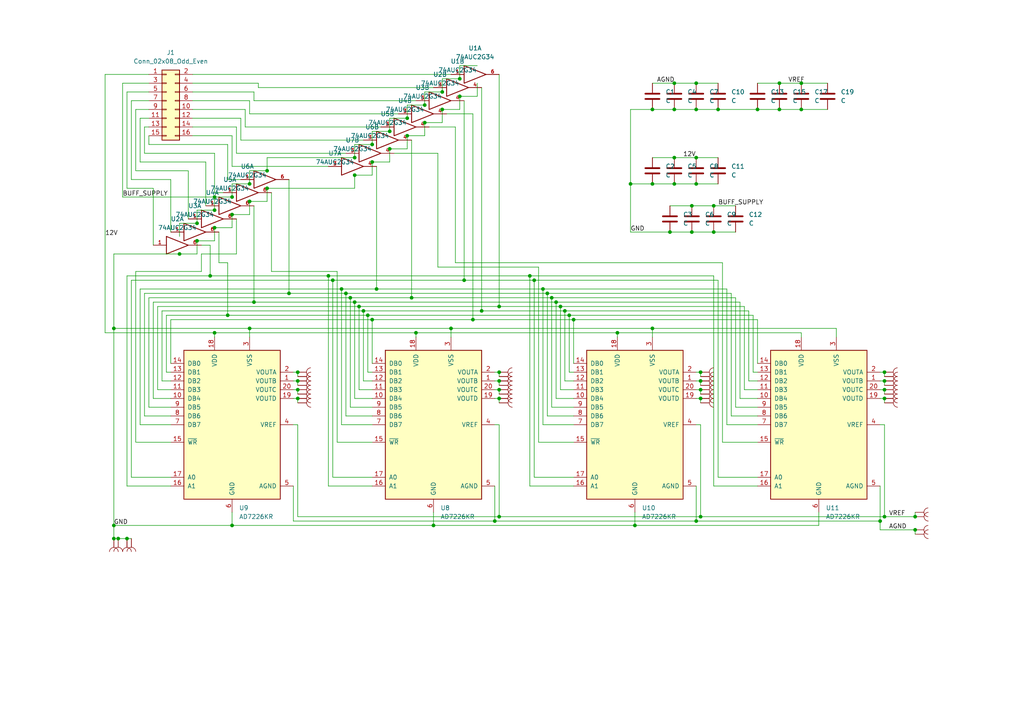
<source format=kicad_sch>
(kicad_sch (version 20211123) (generator eeschema)

  (uuid e63e39d7-6ac0-4ffd-8aa3-1841a4541b55)

  (paper "A4")

  (lib_symbols
    (symbol "74xGxx:74AUC2G34" (pin_names (offset 1.016)) (in_bom yes) (on_board yes)
      (property "Reference" "U" (id 0) (at -2.54 3.81 0)
        (effects (font (size 1.27 1.27)))
      )
      (property "Value" "74AUC2G34" (id 1) (at 0 -3.81 0)
        (effects (font (size 1.27 1.27)))
      )
      (property "Footprint" "" (id 2) (at 0 0 0)
        (effects (font (size 1.27 1.27)) hide)
      )
      (property "Datasheet" "http://www.ti.com/lit/sg/scyt129e/scyt129e.pdf" (id 3) (at 0 0 0)
        (effects (font (size 1.27 1.27)) hide)
      )
      (property "ki_keywords" "Dual Buffer LVC CMOS" (id 4) (at 0 0 0)
        (effects (font (size 1.27 1.27)) hide)
      )
      (property "ki_description" "Dual Buffer, Low-Voltage CMOS" (id 5) (at 0 0 0)
        (effects (font (size 1.27 1.27)) hide)
      )
      (property "ki_fp_filters" "SG-* SOT*" (id 6) (at 0 0 0)
        (effects (font (size 1.27 1.27)) hide)
      )
      (symbol "74AUC2G34_0_1"
        (polyline
          (pts
            (xy -3.81 2.54)
            (xy -3.81 -2.54)
            (xy 2.54 0)
            (xy -3.81 2.54)
          )
          (stroke (width 0.254) (type default) (color 0 0 0 0))
          (fill (type none))
        )
        (pin power_in line (at 0 -2.54 270) (length 0) hide
          (name "GND" (effects (font (size 1.016 1.016))))
          (number "2" (effects (font (size 1.016 1.016))))
        )
        (pin power_in line (at 0 2.54 90) (length 0) hide
          (name "VCC" (effects (font (size 1.016 1.016))))
          (number "5" (effects (font (size 1.016 1.016))))
        )
      )
      (symbol "74AUC2G34_1_1"
        (pin input line (at -7.62 0 0) (length 3.81)
          (name "~" (effects (font (size 1.016 1.016))))
          (number "1" (effects (font (size 1.016 1.016))))
        )
        (pin output line (at 6.35 0 180) (length 3.81)
          (name "~" (effects (font (size 1.016 1.016))))
          (number "6" (effects (font (size 1.016 1.016))))
        )
      )
      (symbol "74AUC2G34_2_1"
        (pin input line (at -7.62 0 0) (length 3.81)
          (name "~" (effects (font (size 1.016 1.016))))
          (number "3" (effects (font (size 1.016 1.016))))
        )
        (pin output line (at 6.35 0 180) (length 3.81)
          (name "~" (effects (font (size 1.016 1.016))))
          (number "4" (effects (font (size 1.016 1.016))))
        )
      )
    )
    (symbol "Castle_1" (pin_numbers hide) (pin_names hide) (in_bom yes) (on_board yes)
      (property "Reference" "U" (id 0) (at -2.54 2.54 0)
        (effects (font (size 1.27 1.27)) hide)
      )
      (property "Value" "Castle_1" (id 1) (at 0 2.54 0)
        (effects (font (size 1.27 1.27)) hide)
      )
      (property "Footprint" "" (id 2) (at 0 0 0)
        (effects (font (size 1.27 1.27)) hide)
      )
      (property "Datasheet" "" (id 3) (at 0 0 0)
        (effects (font (size 1.27 1.27)) hide)
      )
      (property "ki_fp_filters" "*astl*" (id 4) (at 0 0 0)
        (effects (font (size 1.27 1.27)) hide)
      )
      (symbol "Castle_1_0_1"
        (arc (start 1.1935 1.27) (mid -0.0023 0) (end 1.1935 -1.27)
          (stroke (width 0) (type default) (color 0 0 0 0))
          (fill (type none))
        )
        (arc (start 1.27 0) (mid 0.0415 -1.27) (end 1.27 -2.54)
          (stroke (width 0) (type default) (color 0 0 0 0))
          (fill (type none))
        )
      )
      (symbol "Castle_1_1_1"
        (pin input line (at -2.54 -1.27 0) (length 2.54)
          (name "" (effects (font (size 1.27 1.27))))
          (number "1" (effects (font (size 1.27 1.27))))
        )
        (pin input line (at -2.54 0 0) (length 2.54)
          (name "" (effects (font (size 1.27 1.27))))
          (number "2" (effects (font (size 1.27 1.27))))
        )
      )
    )
    (symbol "Castle_2" (pin_numbers hide) (pin_names hide) (in_bom yes) (on_board yes)
      (property "Reference" "U" (id 0) (at -2.54 2.54 0)
        (effects (font (size 1.27 1.27)) hide)
      )
      (property "Value" "Castle_2" (id 1) (at 0 2.54 0)
        (effects (font (size 1.27 1.27)) hide)
      )
      (property "Footprint" "" (id 2) (at 0 0 0)
        (effects (font (size 1.27 1.27)) hide)
      )
      (property "Datasheet" "" (id 3) (at 0 0 0)
        (effects (font (size 1.27 1.27)) hide)
      )
      (property "ki_fp_filters" "*astl*" (id 4) (at 0 0 0)
        (effects (font (size 1.27 1.27)) hide)
      )
      (symbol "Castle_2_0_1"
        (arc (start 1.1935 1.27) (mid -0.0023 0) (end 1.1935 -1.27)
          (stroke (width 0) (type default) (color 0 0 0 0))
          (fill (type none))
        )
        (arc (start 1.27 0) (mid 0.0415 -1.27) (end 1.27 -2.54)
          (stroke (width 0) (type default) (color 0 0 0 0))
          (fill (type none))
        )
      )
      (symbol "Castle_2_1_1"
        (pin input line (at -2.54 -1.27 0) (length 2.54)
          (name "" (effects (font (size 1.27 1.27))))
          (number "1" (effects (font (size 1.27 1.27))))
        )
        (pin input line (at -2.54 0 0) (length 2.54)
          (name "" (effects (font (size 1.27 1.27))))
          (number "2" (effects (font (size 1.27 1.27))))
        )
      )
    )
    (symbol "Connector_Generic:Conn_02x08_Odd_Even" (pin_names (offset 1.016) hide) (in_bom yes) (on_board yes)
      (property "Reference" "J" (id 0) (at 1.27 10.16 0)
        (effects (font (size 1.27 1.27)))
      )
      (property "Value" "Conn_02x08_Odd_Even" (id 1) (at 1.27 -12.7 0)
        (effects (font (size 1.27 1.27)))
      )
      (property "Footprint" "" (id 2) (at 0 0 0)
        (effects (font (size 1.27 1.27)) hide)
      )
      (property "Datasheet" "~" (id 3) (at 0 0 0)
        (effects (font (size 1.27 1.27)) hide)
      )
      (property "ki_keywords" "connector" (id 4) (at 0 0 0)
        (effects (font (size 1.27 1.27)) hide)
      )
      (property "ki_description" "Generic connector, double row, 02x08, odd/even pin numbering scheme (row 1 odd numbers, row 2 even numbers), script generated (kicad-library-utils/schlib/autogen/connector/)" (id 5) (at 0 0 0)
        (effects (font (size 1.27 1.27)) hide)
      )
      (property "ki_fp_filters" "Connector*:*_2x??_*" (id 6) (at 0 0 0)
        (effects (font (size 1.27 1.27)) hide)
      )
      (symbol "Conn_02x08_Odd_Even_1_1"
        (rectangle (start -1.27 -10.033) (end 0 -10.287)
          (stroke (width 0.1524) (type default) (color 0 0 0 0))
          (fill (type none))
        )
        (rectangle (start -1.27 -7.493) (end 0 -7.747)
          (stroke (width 0.1524) (type default) (color 0 0 0 0))
          (fill (type none))
        )
        (rectangle (start -1.27 -4.953) (end 0 -5.207)
          (stroke (width 0.1524) (type default) (color 0 0 0 0))
          (fill (type none))
        )
        (rectangle (start -1.27 -2.413) (end 0 -2.667)
          (stroke (width 0.1524) (type default) (color 0 0 0 0))
          (fill (type none))
        )
        (rectangle (start -1.27 0.127) (end 0 -0.127)
          (stroke (width 0.1524) (type default) (color 0 0 0 0))
          (fill (type none))
        )
        (rectangle (start -1.27 2.667) (end 0 2.413)
          (stroke (width 0.1524) (type default) (color 0 0 0 0))
          (fill (type none))
        )
        (rectangle (start -1.27 5.207) (end 0 4.953)
          (stroke (width 0.1524) (type default) (color 0 0 0 0))
          (fill (type none))
        )
        (rectangle (start -1.27 7.747) (end 0 7.493)
          (stroke (width 0.1524) (type default) (color 0 0 0 0))
          (fill (type none))
        )
        (rectangle (start -1.27 8.89) (end 3.81 -11.43)
          (stroke (width 0.254) (type default) (color 0 0 0 0))
          (fill (type background))
        )
        (rectangle (start 3.81 -10.033) (end 2.54 -10.287)
          (stroke (width 0.1524) (type default) (color 0 0 0 0))
          (fill (type none))
        )
        (rectangle (start 3.81 -7.493) (end 2.54 -7.747)
          (stroke (width 0.1524) (type default) (color 0 0 0 0))
          (fill (type none))
        )
        (rectangle (start 3.81 -4.953) (end 2.54 -5.207)
          (stroke (width 0.1524) (type default) (color 0 0 0 0))
          (fill (type none))
        )
        (rectangle (start 3.81 -2.413) (end 2.54 -2.667)
          (stroke (width 0.1524) (type default) (color 0 0 0 0))
          (fill (type none))
        )
        (rectangle (start 3.81 0.127) (end 2.54 -0.127)
          (stroke (width 0.1524) (type default) (color 0 0 0 0))
          (fill (type none))
        )
        (rectangle (start 3.81 2.667) (end 2.54 2.413)
          (stroke (width 0.1524) (type default) (color 0 0 0 0))
          (fill (type none))
        )
        (rectangle (start 3.81 5.207) (end 2.54 4.953)
          (stroke (width 0.1524) (type default) (color 0 0 0 0))
          (fill (type none))
        )
        (rectangle (start 3.81 7.747) (end 2.54 7.493)
          (stroke (width 0.1524) (type default) (color 0 0 0 0))
          (fill (type none))
        )
        (pin passive line (at -5.08 7.62 0) (length 3.81)
          (name "Pin_1" (effects (font (size 1.27 1.27))))
          (number "1" (effects (font (size 1.27 1.27))))
        )
        (pin passive line (at 7.62 -2.54 180) (length 3.81)
          (name "Pin_10" (effects (font (size 1.27 1.27))))
          (number "10" (effects (font (size 1.27 1.27))))
        )
        (pin passive line (at -5.08 -5.08 0) (length 3.81)
          (name "Pin_11" (effects (font (size 1.27 1.27))))
          (number "11" (effects (font (size 1.27 1.27))))
        )
        (pin passive line (at 7.62 -5.08 180) (length 3.81)
          (name "Pin_12" (effects (font (size 1.27 1.27))))
          (number "12" (effects (font (size 1.27 1.27))))
        )
        (pin passive line (at -5.08 -7.62 0) (length 3.81)
          (name "Pin_13" (effects (font (size 1.27 1.27))))
          (number "13" (effects (font (size 1.27 1.27))))
        )
        (pin passive line (at 7.62 -7.62 180) (length 3.81)
          (name "Pin_14" (effects (font (size 1.27 1.27))))
          (number "14" (effects (font (size 1.27 1.27))))
        )
        (pin passive line (at -5.08 -10.16 0) (length 3.81)
          (name "Pin_15" (effects (font (size 1.27 1.27))))
          (number "15" (effects (font (size 1.27 1.27))))
        )
        (pin passive line (at 7.62 -10.16 180) (length 3.81)
          (name "Pin_16" (effects (font (size 1.27 1.27))))
          (number "16" (effects (font (size 1.27 1.27))))
        )
        (pin passive line (at 7.62 7.62 180) (length 3.81)
          (name "Pin_2" (effects (font (size 1.27 1.27))))
          (number "2" (effects (font (size 1.27 1.27))))
        )
        (pin passive line (at -5.08 5.08 0) (length 3.81)
          (name "Pin_3" (effects (font (size 1.27 1.27))))
          (number "3" (effects (font (size 1.27 1.27))))
        )
        (pin passive line (at 7.62 5.08 180) (length 3.81)
          (name "Pin_4" (effects (font (size 1.27 1.27))))
          (number "4" (effects (font (size 1.27 1.27))))
        )
        (pin passive line (at -5.08 2.54 0) (length 3.81)
          (name "Pin_5" (effects (font (size 1.27 1.27))))
          (number "5" (effects (font (size 1.27 1.27))))
        )
        (pin passive line (at 7.62 2.54 180) (length 3.81)
          (name "Pin_6" (effects (font (size 1.27 1.27))))
          (number "6" (effects (font (size 1.27 1.27))))
        )
        (pin passive line (at -5.08 0 0) (length 3.81)
          (name "Pin_7" (effects (font (size 1.27 1.27))))
          (number "7" (effects (font (size 1.27 1.27))))
        )
        (pin passive line (at 7.62 0 180) (length 3.81)
          (name "Pin_8" (effects (font (size 1.27 1.27))))
          (number "8" (effects (font (size 1.27 1.27))))
        )
        (pin passive line (at -5.08 -2.54 0) (length 3.81)
          (name "Pin_9" (effects (font (size 1.27 1.27))))
          (number "9" (effects (font (size 1.27 1.27))))
        )
      )
    )
    (symbol "DAC_QRNG_addon_parts:AD7226KR" (pin_names (offset 1.016)) (in_bom yes) (on_board yes)
      (property "Reference" "U" (id 0) (at -13.97 22.86 0)
        (effects (font (size 1.27 1.27)) (justify left))
      )
      (property "Value" "AD7226KR" (id 1) (at 7.62 22.86 0)
        (effects (font (size 1.27 1.27)) (justify left))
      )
      (property "Footprint" "" (id 2) (at 0 0 0)
        (effects (font (size 1.27 1.27) italic) hide)
      )
      (property "Datasheet" "https://www.analog.com/static/imported-files/data_sheets/AD7226.pdf" (id 3) (at 0 0 0)
        (effects (font (size 1.27 1.27)) hide)
      )
      (property "ki_keywords" "4CH DAC 8bit" (id 4) (at 0 0 0)
        (effects (font (size 1.27 1.27)) hide)
      )
      (property "ki_description" "Quad 8bit DAC, 4 Channel, Single Reference Voltage, SOIC-20" (id 5) (at 0 0 0)
        (effects (font (size 1.27 1.27)) hide)
      )
      (property "ki_fp_filters" "SOIC*" (id 6) (at 0 0 0)
        (effects (font (size 1.27 1.27)) hide)
      )
      (symbol "AD7226KR_0_1"
        (rectangle (start -13.97 -21.59) (end 13.97 21.59)
          (stroke (width 0.254) (type default) (color 0 0 0 0))
          (fill (type background))
        )
      )
      (symbol "AD7226KR_1_1"
        (pin output line (at 17.78 12.7 180) (length 3.81)
          (name "VOUTB" (effects (font (size 1.27 1.27))))
          (number "1" (effects (font (size 1.27 1.27))))
        )
        (pin input line (at -17.78 7.62 0) (length 3.81)
          (name "DB4" (effects (font (size 1.27 1.27))))
          (number "10" (effects (font (size 1.27 1.27))))
        )
        (pin input line (at -17.78 10.16 0) (length 3.81)
          (name "DB3" (effects (font (size 1.27 1.27))))
          (number "11" (effects (font (size 1.27 1.27))))
        )
        (pin input line (at -17.78 12.7 0) (length 3.81)
          (name "DB2" (effects (font (size 1.27 1.27))))
          (number "12" (effects (font (size 1.27 1.27))))
        )
        (pin input line (at -17.78 15.24 0) (length 3.81)
          (name "DB1" (effects (font (size 1.27 1.27))))
          (number "13" (effects (font (size 1.27 1.27))))
        )
        (pin input line (at -17.78 17.78 0) (length 3.81)
          (name "DB0" (effects (font (size 1.27 1.27))))
          (number "14" (effects (font (size 1.27 1.27))))
        )
        (pin input line (at -17.78 -5.08 0) (length 3.81)
          (name "~{WR}" (effects (font (size 1.27 1.27))))
          (number "15" (effects (font (size 1.27 1.27))))
        )
        (pin input line (at -17.78 -17.78 0) (length 3.81)
          (name "A1" (effects (font (size 1.27 1.27))))
          (number "16" (effects (font (size 1.27 1.27))))
        )
        (pin input line (at -17.78 -15.24 0) (length 3.81)
          (name "A0" (effects (font (size 1.27 1.27))))
          (number "17" (effects (font (size 1.27 1.27))))
        )
        (pin power_in line (at -5.08 25.4 270) (length 3.81)
          (name "VDD" (effects (font (size 1.27 1.27))))
          (number "18" (effects (font (size 1.27 1.27))))
        )
        (pin output line (at 17.78 7.62 180) (length 3.81)
          (name "VOUTD" (effects (font (size 1.27 1.27))))
          (number "19" (effects (font (size 1.27 1.27))))
        )
        (pin output line (at 17.78 15.24 180) (length 3.81)
          (name "VOUTA" (effects (font (size 1.27 1.27))))
          (number "2" (effects (font (size 1.27 1.27))))
        )
        (pin output line (at 17.78 10.16 180) (length 3.81)
          (name "VOUTC" (effects (font (size 1.27 1.27))))
          (number "20" (effects (font (size 1.27 1.27))))
        )
        (pin power_in line (at 5.08 25.4 270) (length 3.81)
          (name "VSS" (effects (font (size 1.27 1.27))))
          (number "3" (effects (font (size 1.27 1.27))))
        )
        (pin input line (at 17.78 0 180) (length 3.81)
          (name "VREF" (effects (font (size 1.27 1.27))))
          (number "4" (effects (font (size 1.27 1.27))))
        )
        (pin input line (at 17.78 -17.78 180) (length 3.81)
          (name "AGND" (effects (font (size 1.27 1.27))))
          (number "5" (effects (font (size 1.27 1.27))))
        )
        (pin power_in line (at 0 -25.4 90) (length 3.81)
          (name "GND" (effects (font (size 1.27 1.27))))
          (number "6" (effects (font (size 1.27 1.27))))
        )
        (pin input line (at -17.78 0 0) (length 3.81)
          (name "DB7" (effects (font (size 1.27 1.27))))
          (number "7" (effects (font (size 1.27 1.27))))
        )
        (pin input line (at -17.78 2.54 0) (length 3.81)
          (name "DB6" (effects (font (size 1.27 1.27))))
          (number "8" (effects (font (size 1.27 1.27))))
        )
        (pin input line (at -17.78 5.08 0) (length 3.81)
          (name "DB5" (effects (font (size 1.27 1.27))))
          (number "9" (effects (font (size 1.27 1.27))))
        )
      )
    )
    (symbol "DAC_QRNG_addon_parts:Castle" (pin_numbers hide) (pin_names hide) (in_bom yes) (on_board yes)
      (property "Reference" "U" (id 0) (at -2.54 2.54 0)
        (effects (font (size 1.27 1.27)) hide)
      )
      (property "Value" "Castle" (id 1) (at 0 2.54 0)
        (effects (font (size 1.27 1.27)) hide)
      )
      (property "Footprint" "" (id 2) (at 0 0 0)
        (effects (font (size 1.27 1.27)) hide)
      )
      (property "Datasheet" "" (id 3) (at 0 0 0)
        (effects (font (size 1.27 1.27)) hide)
      )
      (property "ki_fp_filters" "Castle" (id 4) (at 0 0 0)
        (effects (font (size 1.27 1.27)) hide)
      )
      (symbol "Castle_0_1"
        (arc (start 1.1935 1.27) (mid -0.0023 0) (end 1.1935 -1.27)
          (stroke (width 0) (type default) (color 0 0 0 0))
          (fill (type none))
        )
        (arc (start 1.27 0) (mid 0.0415 -1.27) (end 1.27 -2.54)
          (stroke (width 0) (type default) (color 0 0 0 0))
          (fill (type none))
        )
      )
      (symbol "Castle_1_1"
        (pin input line (at -2.54 -1.27 0) (length 2.54)
          (name "" (effects (font (size 1.27 1.27))))
          (number "1" (effects (font (size 1.27 1.27))))
        )
        (pin input line (at -2.54 0 0) (length 2.54)
          (name "" (effects (font (size 1.27 1.27))))
          (number "2" (effects (font (size 1.27 1.27))))
        )
      )
    )
    (symbol "Device:C" (pin_numbers hide) (pin_names (offset 0.254)) (in_bom yes) (on_board yes)
      (property "Reference" "C" (id 0) (at 0.635 2.54 0)
        (effects (font (size 1.27 1.27)) (justify left))
      )
      (property "Value" "C" (id 1) (at 0.635 -2.54 0)
        (effects (font (size 1.27 1.27)) (justify left))
      )
      (property "Footprint" "" (id 2) (at 0.9652 -3.81 0)
        (effects (font (size 1.27 1.27)) hide)
      )
      (property "Datasheet" "~" (id 3) (at 0 0 0)
        (effects (font (size 1.27 1.27)) hide)
      )
      (property "ki_keywords" "cap capacitor" (id 4) (at 0 0 0)
        (effects (font (size 1.27 1.27)) hide)
      )
      (property "ki_description" "Unpolarized capacitor" (id 5) (at 0 0 0)
        (effects (font (size 1.27 1.27)) hide)
      )
      (property "ki_fp_filters" "C_*" (id 6) (at 0 0 0)
        (effects (font (size 1.27 1.27)) hide)
      )
      (symbol "C_0_1"
        (polyline
          (pts
            (xy -2.032 -0.762)
            (xy 2.032 -0.762)
          )
          (stroke (width 0.508) (type default) (color 0 0 0 0))
          (fill (type none))
        )
        (polyline
          (pts
            (xy -2.032 0.762)
            (xy 2.032 0.762)
          )
          (stroke (width 0.508) (type default) (color 0 0 0 0))
          (fill (type none))
        )
      )
      (symbol "C_1_1"
        (pin passive line (at 0 3.81 270) (length 2.794)
          (name "~" (effects (font (size 1.27 1.27))))
          (number "1" (effects (font (size 1.27 1.27))))
        )
        (pin passive line (at 0 -3.81 90) (length 2.794)
          (name "~" (effects (font (size 1.27 1.27))))
          (number "2" (effects (font (size 1.27 1.27))))
        )
      )
    )
  )

  (junction (at 33.02 152.4) (diameter 0) (color 0 0 0 0)
    (uuid 00c7f158-18a1-4d5d-8258-3a26fd0c9e5f)
  )
  (junction (at 86.36 110.49) (diameter 0) (color 0 0 0 0)
    (uuid 00feb6b8-cc6e-4a61-b51e-26371c307bb7)
  )
  (junction (at 107.95 46.99) (diameter 0) (color 0 0 0 0)
    (uuid 0143598a-9651-4d72-b7d3-b0153c06204a)
  )
  (junction (at 118.11 39.37) (diameter 0) (color 0 0 0 0)
    (uuid 02caed5a-42a5-49b4-8fcb-1231a74cd1fc)
  )
  (junction (at 144.78 110.49) (diameter 0) (color 0 0 0 0)
    (uuid 03a945c4-67bc-4db1-8c8f-10988efbe275)
  )
  (junction (at 109.22 83.82) (diameter 0) (color 0 0 0 0)
    (uuid 05019cbd-ebf8-4764-bdf8-317dd9310e93)
  )
  (junction (at 144.78 115.57) (diameter 0) (color 0 0 0 0)
    (uuid 0598b429-c2dc-45b8-ba48-b9d7205cca77)
  )
  (junction (at 265.43 153.67) (diameter 0) (color 0 0 0 0)
    (uuid 06e0b93c-e9e5-4588-a4a0-559b2b1e1170)
  )
  (junction (at 232.41 24.13) (diameter 0) (color 0 0 0 0)
    (uuid 073141ec-1432-4a69-b0e1-4c2239a20cd7)
  )
  (junction (at 118.11 34.29) (diameter 0) (color 0 0 0 0)
    (uuid 08bc37de-59c9-4eae-89c4-890e99c8fecf)
  )
  (junction (at 203.2 107.95) (diameter 0) (color 0 0 0 0)
    (uuid 09351f79-a69f-490c-a377-4240af681450)
  )
  (junction (at 72.39 53.34) (diameter 0) (color 0 0 0 0)
    (uuid 099e466c-7469-4f01-9d7f-a7e417895351)
  )
  (junction (at 265.43 149.86) (diameter 0) (color 0 0 0 0)
    (uuid 0a4084df-f615-44f7-be27-d26e27fea378)
  )
  (junction (at 184.15 152.4) (diameter 0) (color 0 0 0 0)
    (uuid 0acee4ff-760d-45fd-bbb3-8f434ac60910)
  )
  (junction (at 203.2 110.49) (diameter 0) (color 0 0 0 0)
    (uuid 0b6f2975-5f6e-47a7-a7fc-e4e3ec94ee8e)
  )
  (junction (at 161.29 87.63) (diameter 0) (color 0 0 0 0)
    (uuid 0b94b7b3-2550-4971-968e-6c4232a4bcd7)
  )
  (junction (at 128.27 31.75) (diameter 0) (color 0 0 0 0)
    (uuid 0ccea703-738f-48f2-9328-3af5c74db4b7)
  )
  (junction (at 123.19 35.56) (diameter 0) (color 0 0 0 0)
    (uuid 1199a1a5-5481-486b-90a9-01ae8e2e9f9c)
  )
  (junction (at 163.83 90.17) (diameter 0) (color 0 0 0 0)
    (uuid 11ddc816-0f7c-4c60-b1d7-b25f48d4022d)
  )
  (junction (at 256.54 113.03) (diameter 0) (color 0 0 0 0)
    (uuid 13109342-1f55-4adb-b3a3-1a3015cb9d60)
  )
  (junction (at 189.23 31.75) (diameter 0) (color 0 0 0 0)
    (uuid 13e9869c-a924-4929-985a-684024f0377e)
  )
  (junction (at 166.37 92.71) (diameter 0) (color 0 0 0 0)
    (uuid 14aaea70-e974-49c6-aa70-2fd96691e8e4)
  )
  (junction (at 36.83 156.21) (diameter 0) (color 0 0 0 0)
    (uuid 14bc7c52-271b-42a6-ac70-9948d60568aa)
  )
  (junction (at 189.23 53.34) (diameter 0) (color 0 0 0 0)
    (uuid 15025eff-c31c-42fb-b82c-fd59c6f6eab4)
  )
  (junction (at 201.93 31.75) (diameter 0) (color 0 0 0 0)
    (uuid 167466b2-b43f-4e0f-b8f8-b5a7d40d0306)
  )
  (junction (at 137.16 92.71) (diameter 0) (color 0 0 0 0)
    (uuid 175c2a8c-7871-42df-b974-392910c2f617)
  )
  (junction (at 144.78 113.03) (diameter 0) (color 0 0 0 0)
    (uuid 1a99fbbc-1429-4356-96fd-7cd86f7c4880)
  )
  (junction (at 128.27 26.67) (diameter 0) (color 0 0 0 0)
    (uuid 1ebe91e2-55f0-45b2-8646-258db2070d08)
  )
  (junction (at 77.47 49.53) (diameter 0) (color 0 0 0 0)
    (uuid 2171affa-91a9-4c35-b51a-8647ce38123c)
  )
  (junction (at 101.6 86.36) (diameter 0) (color 0 0 0 0)
    (uuid 2672ab37-f583-40f6-9114-473125356adb)
  )
  (junction (at 134.62 81.28) (diameter 0) (color 0 0 0 0)
    (uuid 27479714-7fc5-4995-ac5e-a94f46e899f6)
  )
  (junction (at 200.66 59.69) (diameter 0) (color 0 0 0 0)
    (uuid 2939254a-e00f-4ca6-afdb-df54d358f4ed)
  )
  (junction (at 195.58 31.75) (diameter 0) (color 0 0 0 0)
    (uuid 2b711815-4fc8-4857-a3ef-afb9f8e87a68)
  )
  (junction (at 119.38 86.36) (diameter 0) (color 0 0 0 0)
    (uuid 2c93d66f-ce2b-485d-ae4d-0565222211e7)
  )
  (junction (at 77.47 54.61) (diameter 0) (color 0 0 0 0)
    (uuid 2e15cb4b-6efb-457c-9956-0d0b112e13c1)
  )
  (junction (at 195.58 53.34) (diameter 0) (color 0 0 0 0)
    (uuid 324ba05f-476f-4538-b3a1-cbf6251c8230)
  )
  (junction (at 107.95 92.71) (diameter 0) (color 0 0 0 0)
    (uuid 36be125c-d820-40b1-81f5-37cb6c4c1027)
  )
  (junction (at 144.78 149.86) (diameter 0) (color 0 0 0 0)
    (uuid 3a4b4a5a-b655-4af1-bd36-d2d6e147b65f)
  )
  (junction (at 162.56 88.9) (diameter 0) (color 0 0 0 0)
    (uuid 3ba1c0d2-efdf-4bd3-9c96-98d94bdd18d0)
  )
  (junction (at 256.54 107.95) (diameter 0) (color 0 0 0 0)
    (uuid 40451c49-5a6c-4f8a-9423-5d83ab5a32eb)
  )
  (junction (at 208.28 31.75) (diameter 0) (color 0 0 0 0)
    (uuid 411e7640-0eb8-43fa-94bf-185202ff3d14)
  )
  (junction (at 33.02 95.25) (diameter 0) (color 0 0 0 0)
    (uuid 43adeeda-45a9-49c0-9f1f-746f14391161)
  )
  (junction (at 195.58 45.72) (diameter 0) (color 0 0 0 0)
    (uuid 455b218f-5e4f-4d55-8ee3-7f484b2a4a5c)
  )
  (junction (at 100.33 85.09) (diameter 0) (color 0 0 0 0)
    (uuid 4717c16e-4caf-41db-976f-f247d2a86ecc)
  )
  (junction (at 153.67 80.01) (diameter 0) (color 0 0 0 0)
    (uuid 472da5a0-705d-4029-a223-21e66297fddd)
  )
  (junction (at 157.48 83.82) (diameter 0) (color 0 0 0 0)
    (uuid 4ec0a06a-d06d-48b3-b502-6ad49021a178)
  )
  (junction (at 139.7 90.17) (diameter 0) (color 0 0 0 0)
    (uuid 4ef0c776-2430-4f0c-8e1c-9632c53a3a3b)
  )
  (junction (at 33.02 156.21) (diameter 0) (color 0 0 0 0)
    (uuid 5275c1ad-3518-418c-ab0a-0b08cee88da0)
  )
  (junction (at 83.82 85.09) (diameter 0) (color 0 0 0 0)
    (uuid 54cd82fb-2de0-41a6-a334-e7a3de908f75)
  )
  (junction (at 133.35 27.94) (diameter 0) (color 0 0 0 0)
    (uuid 557f291c-b67b-48b7-80b0-486625754ecf)
  )
  (junction (at 62.23 96.52) (diameter 0) (color 0 0 0 0)
    (uuid 5d1e4695-3cd2-4985-a236-363c20914030)
  )
  (junction (at 201.93 45.72) (diameter 0) (color 0 0 0 0)
    (uuid 5f5619b9-3d25-457e-9c60-23271ed3a378)
  )
  (junction (at 194.31 67.31) (diameter 0) (color 0 0 0 0)
    (uuid 5fe2c94a-315e-4c85-951c-b38970aa9d55)
  )
  (junction (at 57.15 64.77) (diameter 0) (color 0 0 0 0)
    (uuid 6960e4ac-3338-4530-9ebe-536b7972f237)
  )
  (junction (at 144.78 107.95) (diameter 0) (color 0 0 0 0)
    (uuid 69709e76-0c31-4157-8b05-803ffbc19771)
  )
  (junction (at 67.31 62.23) (diameter 0) (color 0 0 0 0)
    (uuid 6bd77469-e0cc-40c2-8fc9-75cbe566cbd9)
  )
  (junction (at 226.06 31.75) (diameter 0) (color 0 0 0 0)
    (uuid 6bd96f7b-90b5-4b08-b948-0b39833c3883)
  )
  (junction (at 219.71 31.75) (diameter 0) (color 0 0 0 0)
    (uuid 6dab5701-6f82-45a4-8f43-9191fef38394)
  )
  (junction (at 86.36 113.03) (diameter 0) (color 0 0 0 0)
    (uuid 6dd0c8db-e9ff-40a0-8b1a-e007d195ad07)
  )
  (junction (at 207.01 59.69) (diameter 0) (color 0 0 0 0)
    (uuid 6e9a8103-4a43-4792-8c04-4504e840facb)
  )
  (junction (at 201.93 53.34) (diameter 0) (color 0 0 0 0)
    (uuid 6fe88aba-4aae-4e6b-bbb0-d05e13b5a090)
  )
  (junction (at 60.96 80.01) (diameter 0) (color 0 0 0 0)
    (uuid 72151e1b-06c4-44a9-9398-da92ebfcab96)
  )
  (junction (at 255.27 151.13) (diameter 0) (color 0 0 0 0)
    (uuid 7834f5a0-eb26-48f3-86a4-91d34cfb1b1f)
  )
  (junction (at 203.2 115.57) (diameter 0) (color 0 0 0 0)
    (uuid 7c90c241-4745-4774-bee5-bbe7189685b6)
  )
  (junction (at 102.87 87.63) (diameter 0) (color 0 0 0 0)
    (uuid 7f8098d0-944a-48c6-96f8-6a70f83903cc)
  )
  (junction (at 67.31 57.15) (diameter 0) (color 0 0 0 0)
    (uuid 830eac8f-63ef-452a-be53-71c1937d383d)
  )
  (junction (at 62.23 60.96) (diameter 0) (color 0 0 0 0)
    (uuid 84eed4c2-0571-4c3f-9f5b-3984bbc27408)
  )
  (junction (at 189.23 95.25) (diameter 0) (color 0 0 0 0)
    (uuid 8880da5f-9538-4661-a9ff-afd9a2629e07)
  )
  (junction (at 86.36 115.57) (diameter 0) (color 0 0 0 0)
    (uuid 8983f3fa-b551-4451-ad75-472f4ec08716)
  )
  (junction (at 179.07 96.52) (diameter 0) (color 0 0 0 0)
    (uuid 899fd804-4bd1-42a6-82a1-cbede0877f90)
  )
  (junction (at 133.35 22.86) (diameter 0) (color 0 0 0 0)
    (uuid 8abde200-ad94-4ca3-a364-74566bd4e652)
  )
  (junction (at 107.95 41.91) (diameter 0) (color 0 0 0 0)
    (uuid 8b25c994-3e73-4b6b-8656-939bb819ec6f)
  )
  (junction (at 203.2 113.03) (diameter 0) (color 0 0 0 0)
    (uuid 8e116a2f-1f5e-4dc8-9a87-227b43125282)
  )
  (junction (at 62.23 57.15) (diameter 0) (color 0 0 0 0)
    (uuid 95e52724-0270-4ea6-b702-bac6694d6a0d)
  )
  (junction (at 154.94 81.28) (diameter 0) (color 0 0 0 0)
    (uuid 9849f984-f52a-4f3b-ade9-53c99cd43b71)
  )
  (junction (at 113.03 43.18) (diameter 0) (color 0 0 0 0)
    (uuid 9b87267c-da66-443c-906b-56fbe296e304)
  )
  (junction (at 207.01 67.31) (diameter 0) (color 0 0 0 0)
    (uuid 9be6451d-ff1c-484c-8781-fa1a5ce573ad)
  )
  (junction (at 130.81 95.25) (diameter 0) (color 0 0 0 0)
    (uuid 9e949464-7ffd-49d4-a5a5-7bdcdb22ae80)
  )
  (junction (at 120.65 96.52) (diameter 0) (color 0 0 0 0)
    (uuid a0cec095-4d7d-433f-9df9-3cb98c453ce8)
  )
  (junction (at 34.29 156.21) (diameter 0) (color 0 0 0 0)
    (uuid a137c67a-e3ee-4947-bd5a-42ede2846a45)
  )
  (junction (at 144.78 88.9) (diameter 0) (color 0 0 0 0)
    (uuid a3955724-2b04-49d1-a4f6-3372567460a2)
  )
  (junction (at 200.66 67.31) (diameter 0) (color 0 0 0 0)
    (uuid a39e5a7d-fd35-4ddd-9e2a-43b7f815de12)
  )
  (junction (at 182.88 53.34) (diameter 0) (color 0 0 0 0)
    (uuid aaa88d34-1579-4cd5-b3b2-a31756910edb)
  )
  (junction (at 226.06 24.13) (diameter 0) (color 0 0 0 0)
    (uuid ac6141aa-e54c-4314-b4c8-002a1188d041)
  )
  (junction (at 86.36 107.95) (diameter 0) (color 0 0 0 0)
    (uuid ad5a158d-7ef4-47f7-a1c5-35608ca6adbf)
  )
  (junction (at 105.41 90.17) (diameter 0) (color 0 0 0 0)
    (uuid b137633c-4fa5-40eb-a11a-b3a4d2c76a70)
  )
  (junction (at 143.51 151.13) (diameter 0) (color 0 0 0 0)
    (uuid b13ebbc6-1f11-4be6-a3cf-900c2a7b492c)
  )
  (junction (at 99.06 83.82) (diameter 0) (color 0 0 0 0)
    (uuid b7ccb431-035b-439c-9d9c-5e4957b57f31)
  )
  (junction (at 203.2 149.86) (diameter 0) (color 0 0 0 0)
    (uuid b8f1f089-9b18-4340-befb-56ea3e3aa00d)
  )
  (junction (at 72.39 58.42) (diameter 0) (color 0 0 0 0)
    (uuid bd22bbd1-db6a-4920-b202-94cced1167cf)
  )
  (junction (at 256.54 115.57) (diameter 0) (color 0 0 0 0)
    (uuid bee1ef75-343e-4962-a38e-b644eba76267)
  )
  (junction (at 66.04 91.44) (diameter 0) (color 0 0 0 0)
    (uuid bf0e7969-82bf-46fc-ad9f-edb67e03d64d)
  )
  (junction (at 160.02 86.36) (diameter 0) (color 0 0 0 0)
    (uuid c270ed40-26d2-4e97-a68a-df1c1c710bfa)
  )
  (junction (at 104.14 88.9) (diameter 0) (color 0 0 0 0)
    (uuid c34f3780-e63e-425f-874d-78534e03fc81)
  )
  (junction (at 123.19 30.48) (diameter 0) (color 0 0 0 0)
    (uuid c9785c3b-f9aa-4cb0-81ce-2aed98a6cd1b)
  )
  (junction (at 57.15 69.85) (diameter 0) (color 0 0 0 0)
    (uuid cb6f9185-79a9-47ae-bca1-c04b05d0a1ea)
  )
  (junction (at 195.58 24.13) (diameter 0) (color 0 0 0 0)
    (uuid cd0b1421-5548-41b7-bf57-1c2cff9a030f)
  )
  (junction (at 95.25 80.01) (diameter 0) (color 0 0 0 0)
    (uuid ce161b41-7f53-4a62-85a1-dd6416db80f5)
  )
  (junction (at 125.73 152.4) (diameter 0) (color 0 0 0 0)
    (uuid d2080a86-ed41-4e01-af59-c3d7fcb05b4f)
  )
  (junction (at 165.1 91.44) (diameter 0) (color 0 0 0 0)
    (uuid d427ce69-00bf-4afb-9483-3b211ab3f30c)
  )
  (junction (at 102.87 50.8) (diameter 0) (color 0 0 0 0)
    (uuid d8b5d8a2-c058-49ca-a17a-a47f4eb3adb6)
  )
  (junction (at 67.31 152.4) (diameter 0) (color 0 0 0 0)
    (uuid e4b06f25-a555-4292-8afa-55279c4490d6)
  )
  (junction (at 256.54 110.49) (diameter 0) (color 0 0 0 0)
    (uuid e5a9444a-c3fc-4eb2-9f9c-55925f41c1aa)
  )
  (junction (at 201.93 24.13) (diameter 0) (color 0 0 0 0)
    (uuid e5b2aea2-d374-46d6-80c0-0535a2ae5681)
  )
  (junction (at 106.68 91.44) (diameter 0) (color 0 0 0 0)
    (uuid e7fe3356-0e37-43bb-b035-dc00ed3a9b7a)
  )
  (junction (at 62.23 66.04) (diameter 0) (color 0 0 0 0)
    (uuid eb329cff-7bda-47da-8e95-d459de893e2d)
  )
  (junction (at 73.66 87.63) (diameter 0) (color 0 0 0 0)
    (uuid eb695eb4-6232-468a-9cb2-6072fcb1ffab)
  )
  (junction (at 96.52 81.28) (diameter 0) (color 0 0 0 0)
    (uuid ee8a1f5c-6849-44bb-aa96-273257d11dd7)
  )
  (junction (at 256.54 149.86) (diameter 0) (color 0 0 0 0)
    (uuid ef9dbf13-d945-40e6-938e-35c0389b250f)
  )
  (junction (at 72.39 95.25) (diameter 0) (color 0 0 0 0)
    (uuid f0852334-0410-4a06-99ff-da7ea21a1167)
  )
  (junction (at 158.75 85.09) (diameter 0) (color 0 0 0 0)
    (uuid f10d4690-12bd-429d-b37d-109f90d3cdbb)
  )
  (junction (at 52.07 73.66) (diameter 0) (color 0 0 0 0)
    (uuid f533d3b2-1967-4697-96d0-96ad78a9144d)
  )
  (junction (at 113.03 38.1) (diameter 0) (color 0 0 0 0)
    (uuid f8b9e6e4-5366-46d2-b248-0dba30cd0188)
  )
  (junction (at 232.41 31.75) (diameter 0) (color 0 0 0 0)
    (uuid fa954b53-7376-47cc-b1c9-98fef7f74c43)
  )
  (junction (at 201.93 151.13) (diameter 0) (color 0 0 0 0)
    (uuid fd015f0a-0a40-4f15-9862-fbd574b0a42c)
  )
  (junction (at 102.87 45.72) (diameter 0) (color 0 0 0 0)
    (uuid fdf5ff1c-3b80-4f4d-9476-82b8d689d657)
  )

  (wire (pts (xy 161.29 115.57) (xy 161.29 87.63))
    (stroke (width 0) (type default) (color 0 0 0 0))
    (uuid 00d65f88-d5bc-4d97-8bf8-7de3dcabb4da)
  )
  (wire (pts (xy 33.02 156.21) (xy 34.29 156.21))
    (stroke (width 0) (type default) (color 0 0 0 0))
    (uuid 013b3169-07bb-4bba-ada1-390766df98dd)
  )
  (wire (pts (xy 113.03 34.29) (xy 113.03 38.1))
    (stroke (width 0) (type default) (color 0 0 0 0))
    (uuid 0156c798-28b2-41a5-8548-2e61d8555bb1)
  )
  (wire (pts (xy 137.16 33.02) (xy 137.16 92.71))
    (stroke (width 0) (type default) (color 0 0 0 0))
    (uuid 02f7b21d-8cc9-454c-a3d4-c4f8eff3b257)
  )
  (wire (pts (xy 189.23 24.13) (xy 195.58 24.13))
    (stroke (width 0) (type default) (color 0 0 0 0))
    (uuid 032a366d-27c2-40c1-9dd9-fe2bc83646fd)
  )
  (wire (pts (xy 102.87 87.63) (xy 73.66 87.63))
    (stroke (width 0) (type default) (color 0 0 0 0))
    (uuid 054e13ee-d6e1-45a0-9d1c-6b5f895c8a72)
  )
  (wire (pts (xy 218.44 91.44) (xy 165.1 91.44))
    (stroke (width 0) (type default) (color 0 0 0 0))
    (uuid 0703ea74-b4a4-4d51-9a1c-68cf4066829a)
  )
  (wire (pts (xy 62.23 96.52) (xy 62.23 97.79))
    (stroke (width 0) (type default) (color 0 0 0 0))
    (uuid 0777faa6-68b1-4be9-9bed-46c608b6b18c)
  )
  (wire (pts (xy 256.54 115.57) (xy 256.54 116.84))
    (stroke (width 0) (type default) (color 0 0 0 0))
    (uuid 07f5fa33-1d5e-4b56-92e6-274f86b80cbf)
  )
  (wire (pts (xy 102.87 54.61) (xy 77.47 54.61))
    (stroke (width 0) (type default) (color 0 0 0 0))
    (uuid 092642e5-f108-4753-b9cf-74e16935183c)
  )
  (wire (pts (xy 106.68 91.44) (xy 165.1 91.44))
    (stroke (width 0) (type default) (color 0 0 0 0))
    (uuid 0983f4db-d6dc-48d6-bee8-2aac8ab5e719)
  )
  (wire (pts (xy 36.83 140.97) (xy 49.53 140.97))
    (stroke (width 0) (type default) (color 0 0 0 0))
    (uuid 0a541000-633e-4d44-83c4-a3e87d3866a2)
  )
  (wire (pts (xy 134.62 81.28) (xy 96.52 81.28))
    (stroke (width 0) (type default) (color 0 0 0 0))
    (uuid 0bd9c5b1-5aa0-4bcf-a7bd-d4b27c78f1ac)
  )
  (wire (pts (xy 62.23 55.88) (xy 62.23 44.45))
    (stroke (width 0) (type default) (color 0 0 0 0))
    (uuid 0c29ef8b-3bb5-4d09-8397-51d7b0590307)
  )
  (wire (pts (xy 219.71 107.95) (xy 218.44 107.95))
    (stroke (width 0) (type default) (color 0 0 0 0))
    (uuid 0c7685bf-3412-4bc9-a03f-220ce2ff4409)
  )
  (wire (pts (xy 143.51 151.13) (xy 201.93 151.13))
    (stroke (width 0) (type default) (color 0 0 0 0))
    (uuid 0edab9d9-0386-4bdf-be66-e062a7305506)
  )
  (wire (pts (xy 44.45 87.63) (xy 44.45 115.57))
    (stroke (width 0) (type default) (color 0 0 0 0))
    (uuid 0f3f378e-d0c9-46ab-963e-646a851063aa)
  )
  (wire (pts (xy 128.27 35.56) (xy 123.19 35.56))
    (stroke (width 0) (type default) (color 0 0 0 0))
    (uuid 10eabfeb-0de9-4098-939c-c07d206497a5)
  )
  (wire (pts (xy 38.1 81.28) (xy 38.1 138.43))
    (stroke (width 0) (type default) (color 0 0 0 0))
    (uuid 12478224-875d-4941-9b19-e9e020a4c7da)
  )
  (wire (pts (xy 44.45 54.61) (xy 36.83 54.61))
    (stroke (width 0) (type default) (color 0 0 0 0))
    (uuid 12c70586-4afb-4f31-ad88-cbf41854a03e)
  )
  (wire (pts (xy 156.21 77.47) (xy 127 77.47))
    (stroke (width 0) (type default) (color 0 0 0 0))
    (uuid 1317f93f-b3c9-4d31-937c-c35f52660100)
  )
  (wire (pts (xy 214.63 115.57) (xy 214.63 87.63))
    (stroke (width 0) (type default) (color 0 0 0 0))
    (uuid 14104a26-f0d1-4bb5-95a4-061659058c78)
  )
  (wire (pts (xy 189.23 45.72) (xy 195.58 45.72))
    (stroke (width 0) (type default) (color 0 0 0 0))
    (uuid 143e3cc4-f72c-4e37-8452-7366f0a883d2)
  )
  (wire (pts (xy 97.79 128.27) (xy 97.79 78.74))
    (stroke (width 0) (type default) (color 0 0 0 0))
    (uuid 17402564-312d-4a72-8dea-6e6435965a44)
  )
  (wire (pts (xy 207.01 59.69) (xy 213.36 59.69))
    (stroke (width 0) (type default) (color 0 0 0 0))
    (uuid 180c8625-eb4f-4f8b-b4a3-d5011e3aeb79)
  )
  (wire (pts (xy 219.71 115.57) (xy 214.63 115.57))
    (stroke (width 0) (type default) (color 0 0 0 0))
    (uuid 18fb323b-c458-4a94-96ff-2373ca4c6bb0)
  )
  (wire (pts (xy 101.6 86.36) (xy 43.18 86.36))
    (stroke (width 0) (type default) (color 0 0 0 0))
    (uuid 193c1f83-d172-4fc4-8c9f-e569e47229fa)
  )
  (wire (pts (xy 115.57 33.02) (xy 72.39 33.02))
    (stroke (width 0) (type default) (color 0 0 0 0))
    (uuid 1b0d688a-8299-44d4-86ee-94e01971b11a)
  )
  (wire (pts (xy 166.37 120.65) (xy 158.75 120.65))
    (stroke (width 0) (type default) (color 0 0 0 0))
    (uuid 1b2286a9-f070-4087-8c59-e865f6869593)
  )
  (wire (pts (xy 107.95 107.95) (xy 106.68 107.95))
    (stroke (width 0) (type default) (color 0 0 0 0))
    (uuid 1b81bc1d-04a7-4d8a-ad17-5a892d2fda2f)
  )
  (wire (pts (xy 219.71 24.13) (xy 226.06 24.13))
    (stroke (width 0) (type default) (color 0 0 0 0))
    (uuid 1b918202-cf42-4316-9f7f-988f6edf3e52)
  )
  (wire (pts (xy 156.21 128.27) (xy 156.21 77.47))
    (stroke (width 0) (type default) (color 0 0 0 0))
    (uuid 1c548d80-e98f-43cc-9cea-37259c02181c)
  )
  (wire (pts (xy 102.87 87.63) (xy 161.29 87.63))
    (stroke (width 0) (type default) (color 0 0 0 0))
    (uuid 1c624abc-441d-47ce-9b9d-2d2f990f6583)
  )
  (wire (pts (xy 64.77 55.88) (xy 62.23 55.88))
    (stroke (width 0) (type default) (color 0 0 0 0))
    (uuid 1c670057-d2d9-4caa-afa0-cbbef1da2910)
  )
  (wire (pts (xy 144.78 107.95) (xy 144.78 109.22))
    (stroke (width 0) (type default) (color 0 0 0 0))
    (uuid 1cac3094-3ea4-443f-872f-c8bbbb5ea612)
  )
  (wire (pts (xy 256.54 107.95) (xy 256.54 109.22))
    (stroke (width 0) (type default) (color 0 0 0 0))
    (uuid 1d086828-e531-4329-91c2-3da38cfb3425)
  )
  (wire (pts (xy 33.02 73.66) (xy 52.07 73.66))
    (stroke (width 0) (type default) (color 0 0 0 0))
    (uuid 1d36b48a-043e-4c68-808a-2a3a2c59353d)
  )
  (wire (pts (xy 207.01 140.97) (xy 207.01 80.01))
    (stroke (width 0) (type default) (color 0 0 0 0))
    (uuid 1e99a8bb-f22d-44d8-9f8e-4374ce678a46)
  )
  (wire (pts (xy 144.78 149.86) (xy 144.78 123.19))
    (stroke (width 0) (type default) (color 0 0 0 0))
    (uuid 1ea078cb-1147-441e-ba62-16b97949a1f6)
  )
  (wire (pts (xy 256.54 113.03) (xy 256.54 114.3))
    (stroke (width 0) (type default) (color 0 0 0 0))
    (uuid 1ead61e2-2ced-472f-98b6-f9e595a26774)
  )
  (wire (pts (xy 123.19 30.48) (xy 118.11 30.48))
    (stroke (width 0) (type default) (color 0 0 0 0))
    (uuid 202eb926-2de4-473e-bb1e-f3f8f46c610f)
  )
  (wire (pts (xy 144.78 149.86) (xy 86.36 149.86))
    (stroke (width 0) (type default) (color 0 0 0 0))
    (uuid 204c1946-95ad-4407-a612-da5ee90a30d3)
  )
  (wire (pts (xy 133.35 27.94) (xy 133.35 31.75))
    (stroke (width 0) (type default) (color 0 0 0 0))
    (uuid 2052eda3-43c9-4610-b32a-dde7b8d6083a)
  )
  (wire (pts (xy 74.93 24.13) (xy 55.88 24.13))
    (stroke (width 0) (type default) (color 0 0 0 0))
    (uuid 21d77abf-b5ee-48ab-87de-d305bf69aee0)
  )
  (wire (pts (xy 106.68 107.95) (xy 106.68 91.44))
    (stroke (width 0) (type default) (color 0 0 0 0))
    (uuid 220c7b29-91f3-4c3b-ad84-4e5cd0ca44b4)
  )
  (wire (pts (xy 109.22 83.82) (xy 157.48 83.82))
    (stroke (width 0) (type default) (color 0 0 0 0))
    (uuid 22857e35-4423-421b-9432-7a4564e588b0)
  )
  (wire (pts (xy 232.41 96.52) (xy 179.07 96.52))
    (stroke (width 0) (type default) (color 0 0 0 0))
    (uuid 2372a3e5-c50f-4bd0-8f5e-fad088182a51)
  )
  (wire (pts (xy 226.06 24.13) (xy 232.41 24.13))
    (stroke (width 0) (type default) (color 0 0 0 0))
    (uuid 24238d00-c77b-4d7c-ba3a-6364357d713b)
  )
  (wire (pts (xy 62.23 44.45) (xy 41.91 44.45))
    (stroke (width 0) (type default) (color 0 0 0 0))
    (uuid 25400ccf-a6d4-41ff-9a14-47ea601306ca)
  )
  (wire (pts (xy 158.75 120.65) (xy 158.75 85.09))
    (stroke (width 0) (type default) (color 0 0 0 0))
    (uuid 25b8f9e9-fb19-4fa6-b7a7-69cfa544c4f9)
  )
  (wire (pts (xy 154.94 81.28) (xy 134.62 81.28))
    (stroke (width 0) (type default) (color 0 0 0 0))
    (uuid 25ed7aca-b40a-470b-9200-63fd6316dbbb)
  )
  (wire (pts (xy 219.71 105.41) (xy 219.71 92.71))
    (stroke (width 0) (type default) (color 0 0 0 0))
    (uuid 25f643f7-350e-4d69-aa47-2c3575731e04)
  )
  (wire (pts (xy 120.65 29.21) (xy 73.66 29.21))
    (stroke (width 0) (type default) (color 0 0 0 0))
    (uuid 268bfd97-0b57-4524-b598-3854ef131b3d)
  )
  (wire (pts (xy 54.61 63.5) (xy 54.61 49.53))
    (stroke (width 0) (type default) (color 0 0 0 0))
    (uuid 26c251d8-7e25-434d-97a8-c0e6510b06e1)
  )
  (wire (pts (xy 83.82 52.07) (xy 83.82 85.09))
    (stroke (width 0) (type default) (color 0 0 0 0))
    (uuid 2957c040-f456-4932-b5e9-5a364e120ff7)
  )
  (wire (pts (xy 86.36 113.03) (xy 86.36 114.3))
    (stroke (width 0) (type default) (color 0 0 0 0))
    (uuid 299feb58-1eef-44ea-954d-77fdbcbbac36)
  )
  (wire (pts (xy 265.43 153.67) (xy 255.27 153.67))
    (stroke (width 0) (type default) (color 0 0 0 0))
    (uuid 2ab89796-8240-4d63-a7b6-1e0fef2d8bf8)
  )
  (wire (pts (xy 101.6 86.36) (xy 119.38 86.36))
    (stroke (width 0) (type default) (color 0 0 0 0))
    (uuid 2b193ceb-0772-4702-a300-bd406f1122d0)
  )
  (wire (pts (xy 105.41 90.17) (xy 139.7 90.17))
    (stroke (width 0) (type default) (color 0 0 0 0))
    (uuid 2b1c15e9-95fe-4d2c-90dd-5e5fbe199464)
  )
  (wire (pts (xy 105.41 40.64) (xy 69.85 40.64))
    (stroke (width 0) (type default) (color 0 0 0 0))
    (uuid 2beae6eb-44cc-4a3e-845a-86a3e9fba2ba)
  )
  (wire (pts (xy 256.54 123.19) (xy 256.54 149.86))
    (stroke (width 0) (type default) (color 0 0 0 0))
    (uuid 2ced801d-f83b-4117-a1fe-70d0676d67ee)
  )
  (wire (pts (xy 73.66 59.69) (xy 73.66 87.63))
    (stroke (width 0) (type default) (color 0 0 0 0))
    (uuid 2cf958f9-852d-4a4c-a0a2-583b23440c76)
  )
  (wire (pts (xy 62.23 57.15) (xy 62.23 60.96))
    (stroke (width 0) (type default) (color 0 0 0 0))
    (uuid 2d51e4dc-4c3c-4284-897d-e9939cee4431)
  )
  (wire (pts (xy 36.83 80.01) (xy 36.83 140.97))
    (stroke (width 0) (type default) (color 0 0 0 0))
    (uuid 2e0ea6ba-b35f-4fa3-bfd2-bb283c5ef1ce)
  )
  (wire (pts (xy 38.1 29.21) (xy 38.1 52.07))
    (stroke (width 0) (type default) (color 0 0 0 0))
    (uuid 2e86d50e-1802-4ed5-a22b-198b5d294623)
  )
  (wire (pts (xy 77.47 58.42) (xy 77.47 54.61))
    (stroke (width 0) (type default) (color 0 0 0 0))
    (uuid 2ebda32f-094b-4b41-8949-31b8b757c52a)
  )
  (wire (pts (xy 106.68 91.44) (xy 66.04 91.44))
    (stroke (width 0) (type default) (color 0 0 0 0))
    (uuid 2f8ce67d-1225-44cf-95d4-8779e77c2daa)
  )
  (wire (pts (xy 219.71 123.19) (xy 210.82 123.19))
    (stroke (width 0) (type default) (color 0 0 0 0))
    (uuid 2ff0bf99-1426-46ec-8efc-5ab99a8a42d8)
  )
  (wire (pts (xy 195.58 31.75) (xy 201.93 31.75))
    (stroke (width 0) (type default) (color 0 0 0 0))
    (uuid 30680471-c627-4e9c-a78f-b6551e74018b)
  )
  (wire (pts (xy 203.2 110.49) (xy 203.2 111.76))
    (stroke (width 0) (type default) (color 0 0 0 0))
    (uuid 30725bb2-ea7f-4874-a208-e08be89c9483)
  )
  (wire (pts (xy 72.39 97.79) (xy 72.39 95.25))
    (stroke (width 0) (type default) (color 0 0 0 0))
    (uuid 33f5878c-5246-435a-be5b-77cb5fb58e5e)
  )
  (wire (pts (xy 163.83 110.49) (xy 163.83 90.17))
    (stroke (width 0) (type default) (color 0 0 0 0))
    (uuid 348bc79d-a763-4d60-a15d-0b5d5ef346aa)
  )
  (wire (pts (xy 86.36 107.95) (xy 86.36 109.22))
    (stroke (width 0) (type default) (color 0 0 0 0))
    (uuid 3687b92d-a01f-4f36-b585-a15d31c9cea7)
  )
  (wire (pts (xy 166.37 110.49) (xy 163.83 110.49))
    (stroke (width 0) (type default) (color 0 0 0 0))
    (uuid 3790e2fa-29cb-40a4-9c79-763cce1043e8)
  )
  (wire (pts (xy 160.02 118.11) (xy 160.02 86.36))
    (stroke (width 0) (type default) (color 0 0 0 0))
    (uuid 384338f5-bd19-44a5-a745-ec4012dbeca7)
  )
  (wire (pts (xy 30.48 96.52) (xy 62.23 96.52))
    (stroke (width 0) (type default) (color 0 0 0 0))
    (uuid 38703238-c375-449f-8629-55d70a083a3f)
  )
  (wire (pts (xy 62.23 60.96) (xy 57.15 60.96))
    (stroke (width 0) (type default) (color 0 0 0 0))
    (uuid 3884f2c0-c53c-49fd-9b0f-efa7f02cf23e)
  )
  (wire (pts (xy 127 44.45) (xy 127 77.47))
    (stroke (width 0) (type default) (color 0 0 0 0))
    (uuid 3a1e2d59-6dfb-4d39-951e-fd21b0f7e201)
  )
  (wire (pts (xy 134.62 29.21) (xy 134.62 81.28))
    (stroke (width 0) (type default) (color 0 0 0 0))
    (uuid 3cf0d593-c932-4b62-8392-8c670b5b1bff)
  )
  (wire (pts (xy 130.81 95.25) (xy 130.81 97.79))
    (stroke (width 0) (type default) (color 0 0 0 0))
    (uuid 3d2156d2-41f2-429a-84f1-f190033aa212)
  )
  (wire (pts (xy 113.03 46.99) (xy 107.95 46.99))
    (stroke (width 0) (type default) (color 0 0 0 0))
    (uuid 3e1e646d-dda4-45cd-b63d-f681a64e3dd2)
  )
  (wire (pts (xy 265.43 153.67) (xy 265.43 154.94))
    (stroke (width 0) (type default) (color 0 0 0 0))
    (uuid 3e449b85-e09c-4203-9bf6-8569050dbe93)
  )
  (wire (pts (xy 255.27 123.19) (xy 256.54 123.19))
    (stroke (width 0) (type default) (color 0 0 0 0))
    (uuid 3e4a5c77-1384-43c0-97e8-f687b24860f7)
  )
  (wire (pts (xy 107.95 138.43) (xy 96.52 138.43))
    (stroke (width 0) (type default) (color 0 0 0 0))
    (uuid 3f1172ee-3ee7-4abb-9782-b77a98ca2811)
  )
  (wire (pts (xy 166.37 118.11) (xy 160.02 118.11))
    (stroke (width 0) (type default) (color 0 0 0 0))
    (uuid 3f8725c8-65da-4cb1-8b00-e96fe08e03e6)
  )
  (wire (pts (xy 113.03 38.1) (xy 107.95 38.1))
    (stroke (width 0) (type default) (color 0 0 0 0))
    (uuid 3fd6b78d-db5d-4cd8-bfe9-3bdb9bc9b3d7)
  )
  (wire (pts (xy 201.93 53.34) (xy 208.28 53.34))
    (stroke (width 0) (type default) (color 0 0 0 0))
    (uuid 4331adbf-6ca1-46c8-854c-6df47697071a)
  )
  (wire (pts (xy 72.39 58.42) (xy 77.47 58.42))
    (stroke (width 0) (type default) (color 0 0 0 0))
    (uuid 453d9b0a-ecdd-4554-b2da-fb75f3b2dfa5)
  )
  (wire (pts (xy 208.28 31.75) (xy 219.71 31.75))
    (stroke (width 0) (type default) (color 0 0 0 0))
    (uuid 466e3b2f-b509-43c1-9ba7-3b7bfcafcccc)
  )
  (wire (pts (xy 72.39 29.21) (xy 55.88 29.21))
    (stroke (width 0) (type default) (color 0 0 0 0))
    (uuid 46b0c902-d025-4fa2-956a-2c6efde95e76)
  )
  (wire (pts (xy 125.73 152.4) (xy 125.73 148.59))
    (stroke (width 0) (type default) (color 0 0 0 0))
    (uuid 46d8e19f-3930-40b6-8592-f13dd41f9f03)
  )
  (wire (pts (xy 255.27 153.67) (xy 255.27 151.13))
    (stroke (width 0) (type default) (color 0 0 0 0))
    (uuid 46efe7bc-4d64-441a-81e3-3765f3f7798b)
  )
  (wire (pts (xy 166.37 107.95) (xy 165.1 107.95))
    (stroke (width 0) (type default) (color 0 0 0 0))
    (uuid 4940d8bf-82b4-41ad-9dd3-ed47e01daa47)
  )
  (wire (pts (xy 166.37 105.41) (xy 166.37 92.71))
    (stroke (width 0) (type default) (color 0 0 0 0))
    (uuid 49dcd950-fbab-4ac5-9a36-86d2c2a0259e)
  )
  (wire (pts (xy 256.54 149.86) (xy 203.2 149.86))
    (stroke (width 0) (type default) (color 0 0 0 0))
    (uuid 4b154485-5b61-4186-a4b3-64f838264132)
  )
  (wire (pts (xy 255.27 113.03) (xy 256.54 113.03))
    (stroke (width 0) (type default) (color 0 0 0 0))
    (uuid 4b187bec-4ed4-4b48-8432-9f5372e327d3)
  )
  (wire (pts (xy 66.04 52.07) (xy 66.04 41.91))
    (stroke (width 0) (type default) (color 0 0 0 0))
    (uuid 4c0aed08-3e8e-4b20-9f18-671ee211f651)
  )
  (wire (pts (xy 66.04 41.91) (xy 43.18 41.91))
    (stroke (width 0) (type default) (color 0 0 0 0))
    (uuid 4d0706ed-85ec-4c7e-b086-5ad2d37964ae)
  )
  (wire (pts (xy 255.27 115.57) (xy 256.54 115.57))
    (stroke (width 0) (type default) (color 0 0 0 0))
    (uuid 4d2204aa-0984-4022-b56d-3931623a2c15)
  )
  (wire (pts (xy 189.23 53.34) (xy 195.58 53.34))
    (stroke (width 0) (type default) (color 0 0 0 0))
    (uuid 4d55d5d6-9802-43cf-a82b-fefa082f0f43)
  )
  (wire (pts (xy 138.43 24.13) (xy 138.43 27.94))
    (stroke (width 0) (type default) (color 0 0 0 0))
    (uuid 4e0f2467-4e08-4df5-8ec8-0b82d6d88616)
  )
  (wire (pts (xy 72.39 49.53) (xy 72.39 53.34))
    (stroke (width 0) (type default) (color 0 0 0 0))
    (uuid 4e4b6a2e-2eb6-45bb-a1f8-5f1011735499)
  )
  (wire (pts (xy 107.95 92.71) (xy 49.53 92.71))
    (stroke (width 0) (type default) (color 0 0 0 0))
    (uuid 5018443a-402e-4dab-8cd7-e5197b6dad91)
  )
  (wire (pts (xy 69.85 34.29) (xy 55.88 34.29))
    (stroke (width 0) (type default) (color 0 0 0 0))
    (uuid 51804c7a-ce0c-4629-a71c-c64260e98e39)
  )
  (wire (pts (xy 139.7 25.4) (xy 139.7 90.17))
    (stroke (width 0) (type default) (color 0 0 0 0))
    (uuid 5211031c-6c51-4e5c-8ae3-13b209f62128)
  )
  (wire (pts (xy 133.35 31.75) (xy 128.27 31.75))
    (stroke (width 0) (type default) (color 0 0 0 0))
    (uuid 52a74afa-b31c-4c8b-b5bd-4afec527732c)
  )
  (wire (pts (xy 179.07 96.52) (xy 179.07 97.79))
    (stroke (width 0) (type default) (color 0 0 0 0))
    (uuid 5371a59b-3699-4aa8-a648-e1ef5cc21f4c)
  )
  (wire (pts (xy 48.26 107.95) (xy 49.53 107.95))
    (stroke (width 0) (type default) (color 0 0 0 0))
    (uuid 53cf8cdb-47e8-47ed-8ed3-ca84ce556e44)
  )
  (wire (pts (xy 67.31 62.23) (xy 72.39 62.23))
    (stroke (width 0) (type default) (color 0 0 0 0))
    (uuid 543fc09e-905e-4159-9be5-c74851938750)
  )
  (wire (pts (xy 41.91 85.09) (xy 83.82 85.09))
    (stroke (width 0) (type default) (color 0 0 0 0))
    (uuid 544cd2da-24c9-4666-8833-e1c30dc2ba90)
  )
  (wire (pts (xy 59.69 46.99) (xy 40.64 46.99))
    (stroke (width 0) (type default) (color 0 0 0 0))
    (uuid 54e91c74-8437-4c79-bd38-bc04470020e7)
  )
  (wire (pts (xy 179.07 96.52) (xy 120.65 96.52))
    (stroke (width 0) (type default) (color 0 0 0 0))
    (uuid 557e7ae7-454a-44fa-b0a1-c62f4f149a8c)
  )
  (wire (pts (xy 60.96 71.12) (xy 60.96 80.01))
    (stroke (width 0) (type default) (color 0 0 0 0))
    (uuid 5770d23c-c5e2-4634-98bc-ab9ace90f07c)
  )
  (wire (pts (xy 201.93 31.75) (xy 208.28 31.75))
    (stroke (width 0) (type default) (color 0 0 0 0))
    (uuid 57ebb560-fa3b-40a3-a1ce-ba543ff09433)
  )
  (wire (pts (xy 33.02 152.4) (xy 33.02 156.21))
    (stroke (width 0) (type default) (color 0 0 0 0))
    (uuid 58697035-c2a5-4a72-aa6c-0845690bbd5f)
  )
  (wire (pts (xy 86.36 123.19) (xy 85.09 123.19))
    (stroke (width 0) (type default) (color 0 0 0 0))
    (uuid 5ac8d446-1f4f-41b5-8f7b-b4fd47a1f10f)
  )
  (wire (pts (xy 255.27 107.95) (xy 256.54 107.95))
    (stroke (width 0) (type default) (color 0 0 0 0))
    (uuid 5ae37cbe-8c2b-4d71-a39d-25a528b54f2b)
  )
  (wire (pts (xy 120.65 96.52) (xy 120.65 97.79))
    (stroke (width 0) (type default) (color 0 0 0 0))
    (uuid 5b413e67-ea84-4a4c-8827-49d636551a4f)
  )
  (wire (pts (xy 107.95 140.97) (xy 95.25 140.97))
    (stroke (width 0) (type default) (color 0 0 0 0))
    (uuid 5beff8a3-8630-4bb0-bd39-70da8abbf114)
  )
  (wire (pts (xy 72.39 53.34) (xy 67.31 53.34))
    (stroke (width 0) (type default) (color 0 0 0 0))
    (uuid 5c46def4-a91d-41eb-bfac-773168d2b6a0)
  )
  (wire (pts (xy 49.53 92.71) (xy 49.53 105.41))
    (stroke (width 0) (type default) (color 0 0 0 0))
    (uuid 5c59233e-ec15-4bc7-9266-a4e20229fe0c)
  )
  (wire (pts (xy 143.51 140.97) (xy 143.51 151.13))
    (stroke (width 0) (type default) (color 0 0 0 0))
    (uuid 5c62288b-3f82-4e85-848e-59912227d02f)
  )
  (wire (pts (xy 45.72 88.9) (xy 45.72 113.03))
    (stroke (width 0) (type default) (color 0 0 0 0))
    (uuid 5c78a225-b240-4a72-aa08-0c6d28e0d634)
  )
  (wire (pts (xy 201.93 113.03) (xy 203.2 113.03))
    (stroke (width 0) (type default) (color 0 0 0 0))
    (uuid 5fde1ad3-f0dc-4c92-93aa-9c051af7f373)
  )
  (wire (pts (xy 195.58 24.13) (xy 201.93 24.13))
    (stroke (width 0) (type default) (color 0 0 0 0))
    (uuid 602c5469-dbdd-462b-b8a9-809134f69468)
  )
  (wire (pts (xy 217.17 110.49) (xy 217.17 90.17))
    (stroke (width 0) (type default) (color 0 0 0 0))
    (uuid 60d489ae-7ef0-4d9e-bb00-be286289e987)
  )
  (wire (pts (xy 35.56 57.15) (xy 62.23 57.15))
    (stroke (width 0) (type default) (color 0 0 0 0))
    (uuid 61c9612c-7d82-4715-ae0a-c57ee9747f6e)
  )
  (wire (pts (xy 38.1 138.43) (xy 49.53 138.43))
    (stroke (width 0) (type default) (color 0 0 0 0))
    (uuid 6239a0e0-7e5c-47ef-a97f-4b9e73e4c075)
  )
  (wire (pts (xy 232.41 24.13) (xy 240.03 24.13))
    (stroke (width 0) (type default) (color 0 0 0 0))
    (uuid 62a32250-c7cb-404a-9765-985f9a585ecb)
  )
  (wire (pts (xy 124.46 36.83) (xy 132.08 36.83))
    (stroke (width 0) (type default) (color 0 0 0 0))
    (uuid 631ffc6e-484d-4f39-9bae-b87fda0fa8c6)
  )
  (wire (pts (xy 107.95 120.65) (xy 100.33 120.65))
    (stroke (width 0) (type default) (color 0 0 0 0))
    (uuid 636be0dd-c1f9-4a1d-9ffc-855cf4fc282e)
  )
  (wire (pts (xy 33.02 95.25) (xy 33.02 152.4))
    (stroke (width 0) (type default) (color 0 0 0 0))
    (uuid 64bf311b-f54a-4dee-a743-fade97165da2)
  )
  (wire (pts (xy 41.91 85.09) (xy 41.91 120.65))
    (stroke (width 0) (type default) (color 0 0 0 0))
    (uuid 651b7def-751a-4250-bb1e-d260ad58f488)
  )
  (wire (pts (xy 182.88 53.34) (xy 189.23 53.34))
    (stroke (width 0) (type default) (color 0 0 0 0))
    (uuid 65be7d8b-3ac2-476e-8494-bc34df367fc2)
  )
  (wire (pts (xy 143.51 113.03) (xy 144.78 113.03))
    (stroke (width 0) (type default) (color 0 0 0 0))
    (uuid 65ca5973-f0ba-492d-ba0c-29098cd4af01)
  )
  (wire (pts (xy 107.95 113.03) (xy 104.14 113.03))
    (stroke (width 0) (type default) (color 0 0 0 0))
    (uuid 65d26657-a0c4-4457-b717-8f569d18b574)
  )
  (wire (pts (xy 67.31 152.4) (xy 125.73 152.4))
    (stroke (width 0) (type default) (color 0 0 0 0))
    (uuid 6640c012-d068-4585-bd40-a6b73ed05da5)
  )
  (wire (pts (xy 139.7 90.17) (xy 163.83 90.17))
    (stroke (width 0) (type default) (color 0 0 0 0))
    (uuid 668435cb-1780-43e7-b481-8bd7d7904616)
  )
  (wire (pts (xy 207.01 67.31) (xy 213.36 67.31))
    (stroke (width 0) (type default) (color 0 0 0 0))
    (uuid 677aae09-ffee-4492-8a48-f7c90602546d)
  )
  (wire (pts (xy 143.51 107.95) (xy 144.78 107.95))
    (stroke (width 0) (type default) (color 0 0 0 0))
    (uuid 6787997d-cac1-40a5-b5b7-a248545876a6)
  )
  (wire (pts (xy 125.73 25.4) (xy 74.93 25.4))
    (stroke (width 0) (type default) (color 0 0 0 0))
    (uuid 67a9ee2d-5fd9-4053-8159-e7d9a029fa36)
  )
  (wire (pts (xy 60.96 80.01) (xy 95.25 80.01))
    (stroke (width 0) (type default) (color 0 0 0 0))
    (uuid 6988ebc2-e3af-4166-8889-dd26c3e4af77)
  )
  (wire (pts (xy 43.18 31.75) (xy 39.37 31.75))
    (stroke (width 0) (type default) (color 0 0 0 0))
    (uuid 6a2ce76e-e9af-45e3-bdb2-6c358ffda555)
  )
  (wire (pts (xy 36.83 26.67) (xy 43.18 26.67))
    (stroke (width 0) (type default) (color 0 0 0 0))
    (uuid 6ab14622-6f03-4c24-b5d4-28433b10dd40)
  )
  (wire (pts (xy 166.37 115.57) (xy 161.29 115.57))
    (stroke (width 0) (type default) (color 0 0 0 0))
    (uuid 6c04f137-25de-4fd5-9b18-232acfb34ca8)
  )
  (wire (pts (xy 144.78 113.03) (xy 144.78 114.3))
    (stroke (width 0) (type default) (color 0 0 0 0))
    (uuid 6da83430-9398-4b4a-b542-4ca2c9ef9f60)
  )
  (wire (pts (xy 215.9 88.9) (xy 162.56 88.9))
    (stroke (width 0) (type default) (color 0 0 0 0))
    (uuid 6e1d4b93-a60c-4a0d-a63d-49b0c1f0c7fd)
  )
  (wire (pts (xy 34.29 156.21) (xy 36.83 156.21))
    (stroke (width 0) (type default) (color 0 0 0 0))
    (uuid 6ec37af5-0d92-487a-b2bf-4c2233cc7b5e)
  )
  (wire (pts (xy 104.14 88.9) (xy 144.78 88.9))
    (stroke (width 0) (type default) (color 0 0 0 0))
    (uuid 711dc0af-2ddd-4c90-8c7f-0eaee18b1f7a)
  )
  (wire (pts (xy 49.53 52.07) (xy 38.1 52.07))
    (stroke (width 0) (type default) (color 0 0 0 0))
    (uuid 716cec2a-20a8-4c55-a0d9-487e9c1a6aa3)
  )
  (wire (pts (xy 45.72 113.03) (xy 49.53 113.03))
    (stroke (width 0) (type default) (color 0 0 0 0))
    (uuid 720555d7-da40-4485-a4e9-505de0e16252)
  )
  (wire (pts (xy 217.17 90.17) (xy 163.83 90.17))
    (stroke (width 0) (type default) (color 0 0 0 0))
    (uuid 725d03e2-77fe-4a93-bdf6-9b71c6412a6c)
  )
  (wire (pts (xy 85.09 110.49) (xy 86.36 110.49))
    (stroke (width 0) (type default) (color 0 0 0 0))
    (uuid 727f97ca-0e92-4646-88f0-91e2a4c7207c)
  )
  (wire (pts (xy 99.06 123.19) (xy 99.06 83.82))
    (stroke (width 0) (type default) (color 0 0 0 0))
    (uuid 73a489e2-4d4b-4db6-9038-a287d22695d5)
  )
  (wire (pts (xy 67.31 57.15) (xy 62.23 57.15))
    (stroke (width 0) (type default) (color 0 0 0 0))
    (uuid 74052bf8-a8f5-4fc5-a19c-c69905efebe9)
  )
  (wire (pts (xy 242.57 95.25) (xy 242.57 97.79))
    (stroke (width 0) (type default) (color 0 0 0 0))
    (uuid 746969f4-7e04-4d55-8c48-0da9a21e529a)
  )
  (wire (pts (xy 36.83 54.61) (xy 36.83 26.67))
    (stroke (width 0) (type default) (color 0 0 0 0))
    (uuid 74ad1173-7134-40d0-8d2d-fc8a233d985e)
  )
  (wire (pts (xy 77.47 45.72) (xy 77.47 49.53))
    (stroke (width 0) (type default) (color 0 0 0 0))
    (uuid 74b840af-3c49-4777-9652-2626f373bbe9)
  )
  (wire (pts (xy 43.18 118.11) (xy 49.53 118.11))
    (stroke (width 0) (type default) (color 0 0 0 0))
    (uuid 768d37e3-06f3-4226-8752-5d601d711246)
  )
  (wire (pts (xy 72.39 95.25) (xy 130.81 95.25))
    (stroke (width 0) (type default) (color 0 0 0 0))
    (uuid 76a22395-5d2d-4f66-8191-432f65fdc4ac)
  )
  (wire (pts (xy 133.35 22.86) (xy 128.27 22.86))
    (stroke (width 0) (type default) (color 0 0 0 0))
    (uuid 77f54993-ee55-402a-be76-7fd7be877001)
  )
  (wire (pts (xy 107.95 115.57) (xy 102.87 115.57))
    (stroke (width 0) (type default) (color 0 0 0 0))
    (uuid 792e8545-7be7-46bb-89cc-21c755250470)
  )
  (wire (pts (xy 200.66 59.69) (xy 207.01 59.69))
    (stroke (width 0) (type default) (color 0 0 0 0))
    (uuid 7952b002-6689-4558-8e0c-bbe7421e0a8c)
  )
  (wire (pts (xy 77.47 49.53) (xy 72.39 49.53))
    (stroke (width 0) (type default) (color 0 0 0 0))
    (uuid 79a6c58d-3244-4386-a4e7-a9e410f3cbfc)
  )
  (wire (pts (xy 68.58 44.45) (xy 68.58 36.83))
    (stroke (width 0) (type default) (color 0 0 0 0))
    (uuid 7a9aee6d-5632-4ba8-8c2d-15ab8f846ba1)
  )
  (wire (pts (xy 165.1 107.95) (xy 165.1 91.44))
    (stroke (width 0) (type default) (color 0 0 0 0))
    (uuid 7c9ba3d6-95c3-4c2c-9ead-6739b490045e)
  )
  (wire (pts (xy 36.83 156.21) (xy 38.1 156.21))
    (stroke (width 0) (type default) (color 0 0 0 0))
    (uuid 7c9f5b26-3f36-458f-8a1a-96242a2e5b6a)
  )
  (wire (pts (xy 30.48 21.59) (xy 30.48 96.52))
    (stroke (width 0) (type default) (color 0 0 0 0))
    (uuid 7cd8fd98-0c9c-40af-9166-b4bba7cdd4d3)
  )
  (wire (pts (xy 138.43 19.05) (xy 133.35 19.05))
    (stroke (width 0) (type default) (color 0 0 0 0))
    (uuid 7d25f2c1-d250-4a43-a5e8-50e672713e54)
  )
  (wire (pts (xy 219.71 120.65) (xy 212.09 120.65))
    (stroke (width 0) (type default) (color 0 0 0 0))
    (uuid 7df836a9-476d-45cb-aa25-972a5034da47)
  )
  (wire (pts (xy 161.29 87.63) (xy 214.63 87.63))
    (stroke (width 0) (type default) (color 0 0 0 0))
    (uuid 7e505ab0-47fb-4680-be39-f16cd51fd5be)
  )
  (wire (pts (xy 184.15 152.4) (xy 184.15 148.59))
    (stroke (width 0) (type default) (color 0 0 0 0))
    (uuid 7e9d8d6f-e761-4fb8-98d8-2eefd3d6986d)
  )
  (wire (pts (xy 39.37 128.27) (xy 39.37 78.74))
    (stroke (width 0) (type default) (color 0 0 0 0))
    (uuid 7f517c2b-7b9e-4b49-979f-23b925d649df)
  )
  (wire (pts (xy 71.12 31.75) (xy 55.88 31.75))
    (stroke (width 0) (type default) (color 0 0 0 0))
    (uuid 7fd657f0-ff4b-4ca0-b000-aa07e53e5c1e)
  )
  (wire (pts (xy 48.26 91.44) (xy 48.26 107.95))
    (stroke (width 0) (type default) (color 0 0 0 0))
    (uuid 80a8c352-dbef-4265-bb25-31e76b30de1e)
  )
  (wire (pts (xy 44.45 115.57) (xy 49.53 115.57))
    (stroke (width 0) (type default) (color 0 0 0 0))
    (uuid 816f3108-5cce-42cf-9f68-a1558c900f93)
  )
  (wire (pts (xy 166.37 113.03) (xy 162.56 113.03))
    (stroke (width 0) (type default) (color 0 0 0 0))
    (uuid 81935258-836f-4e9f-93a4-4b6e1209195a)
  )
  (wire (pts (xy 125.73 152.4) (xy 184.15 152.4))
    (stroke (width 0) (type default) (color 0 0 0 0))
    (uuid 81951985-c6a6-456e-9f9f-6df1b6433365)
  )
  (wire (pts (xy 114.3 44.45) (xy 127 44.45))
    (stroke (width 0) (type default) (color 0 0 0 0))
    (uuid 821a10c1-6411-4290-9662-c2c07930e59f)
  )
  (wire (pts (xy 66.04 91.44) (xy 48.26 91.44))
    (stroke (width 0) (type default) (color 0 0 0 0))
    (uuid 82892534-d09f-4c47-aa94-983909219519)
  )
  (wire (pts (xy 107.95 46.99) (xy 107.95 50.8))
    (stroke (width 0) (type default) (color 0 0 0 0))
    (uuid 83140e58-2f07-49c6-93c6-3b0fe2a642f1)
  )
  (wire (pts (xy 96.52 138.43) (xy 96.52 81.28))
    (stroke (width 0) (type default) (color 0 0 0 0))
    (uuid 83e35b55-aca5-426f-87d4-f18163f31810)
  )
  (wire (pts (xy 201.93 115.57) (xy 203.2 115.57))
    (stroke (width 0) (type default) (color 0 0 0 0))
    (uuid 843d51e4-af9d-4964-9009-dc51529ee69f)
  )
  (wire (pts (xy 195.58 45.72) (xy 201.93 45.72))
    (stroke (width 0) (type default) (color 0 0 0 0))
    (uuid 85139610-8160-4b11-9222-1ba6f78dcde9)
  )
  (wire (pts (xy 123.19 26.67) (xy 123.19 30.48))
    (stroke (width 0) (type default) (color 0 0 0 0))
    (uuid 856ecf8c-4343-4518-b441-e37a747e1884)
  )
  (wire (pts (xy 41.91 120.65) (xy 49.53 120.65))
    (stroke (width 0) (type default) (color 0 0 0 0))
    (uuid 85ef38dd-1b15-47b5-b25d-87d6eac04573)
  )
  (wire (pts (xy 43.18 36.83) (xy 41.91 36.83))
    (stroke (width 0) (type default) (color 0 0 0 0))
    (uuid 85ef3c4f-43bc-4c2e-9324-e4dc9952b10e)
  )
  (wire (pts (xy 95.25 48.26) (xy 67.31 48.26))
    (stroke (width 0) (type default) (color 0 0 0 0))
    (uuid 86581dd9-55cb-4d10-9e72-578ce2a33855)
  )
  (wire (pts (xy 130.81 95.25) (xy 189.23 95.25))
    (stroke (width 0) (type default) (color 0 0 0 0))
    (uuid 86c19466-3e69-4ea6-b4ab-e9a1aa79e838)
  )
  (wire (pts (xy 232.41 31.75) (xy 240.03 31.75))
    (stroke (width 0) (type default) (color 0 0 0 0))
    (uuid 86dace9d-4688-4d61-a9a2-ab5a220d7861)
  )
  (wire (pts (xy 44.45 71.12) (xy 44.45 54.61))
    (stroke (width 0) (type default) (color 0 0 0 0))
    (uuid 8790d374-5d7b-4151-b390-1990d872a85b)
  )
  (wire (pts (xy 100.33 85.09) (xy 158.75 85.09))
    (stroke (width 0) (type default) (color 0 0 0 0))
    (uuid 87a8dca6-163c-462b-897f-38ebe1730016)
  )
  (wire (pts (xy 201.93 110.49) (xy 203.2 110.49))
    (stroke (width 0) (type default) (color 0 0 0 0))
    (uuid 886e1bcc-21e3-4293-ae61-edecaec4db7c)
  )
  (wire (pts (xy 62.23 66.04) (xy 67.31 66.04))
    (stroke (width 0) (type default) (color 0 0 0 0))
    (uuid 890449f2-57ed-4550-b153-5ca3178109a6)
  )
  (wire (pts (xy 203.2 123.19) (xy 201.93 123.19))
    (stroke (width 0) (type default) (color 0 0 0 0))
    (uuid 892f55cd-a80b-4b7e-bbeb-d008d61a8f1a)
  )
  (wire (pts (xy 219.71 140.97) (xy 207.01 140.97))
    (stroke (width 0) (type default) (color 0 0 0 0))
    (uuid 89d60e13-aa6b-4474-8789-9af56d4d3202)
  )
  (wire (pts (xy 52.07 64.77) (xy 52.07 68.58))
    (stroke (width 0) (type default) (color 0 0 0 0))
    (uuid 8a9edf46-0ec0-4df2-bc7d-43376e88c14d)
  )
  (wire (pts (xy 203.2 107.95) (xy 203.2 109.22))
    (stroke (width 0) (type default) (color 0 0 0 0))
    (uuid 8b9ae290-2ab3-439c-ac69-66d39bb64309)
  )
  (wire (pts (xy 226.06 31.75) (xy 232.41 31.75))
    (stroke (width 0) (type default) (color 0 0 0 0))
    (uuid 8c3004fa-5eca-4621-8c8a-3fb2b1bf781b)
  )
  (wire (pts (xy 166.37 123.19) (xy 157.48 123.19))
    (stroke (width 0) (type default) (color 0 0 0 0))
    (uuid 8d907c11-f884-436b-8217-40fb62308283)
  )
  (wire (pts (xy 232.41 97.79) (xy 232.41 96.52))
    (stroke (width 0) (type default) (color 0 0 0 0))
    (uuid 8dcf966e-c1a9-449b-a92c-2f0df5131b54)
  )
  (wire (pts (xy 40.64 123.19) (xy 49.53 123.19))
    (stroke (width 0) (type default) (color 0 0 0 0))
    (uuid 8efdfbe4-7006-4eec-8826-642e49cfcd15)
  )
  (wire (pts (xy 144.78 88.9) (xy 162.56 88.9))
    (stroke (width 0) (type default) (color 0 0 0 0))
    (uuid 90f84379-ecc6-4e71-a200-037c2a2ed1d9)
  )
  (wire (pts (xy 68.58 73.66) (xy 58.42 73.66))
    (stroke (width 0) (type default) (color 0 0 0 0))
    (uuid 91cb0a5f-6cb7-44c0-9452-1bb2d874ef09)
  )
  (wire (pts (xy 194.31 67.31) (xy 200.66 67.31))
    (stroke (width 0) (type default) (color 0 0 0 0))
    (uuid 91f2af6c-f777-4555-b136-c5d58480fc29)
  )
  (wire (pts (xy 68.58 63.5) (xy 68.58 73.66))
    (stroke (width 0) (type default) (color 0 0 0 0))
    (uuid 92f88e1f-e9ed-4768-b8cb-e8a848edcecd)
  )
  (wire (pts (xy 78.74 55.88) (xy 78.74 78.74))
    (stroke (width 0) (type default) (color 0 0 0 0))
    (uuid 940de0e8-4bc5-4d17-a581-53ef6e11db2f)
  )
  (wire (pts (xy 49.53 128.27) (xy 39.37 128.27))
    (stroke (width 0) (type default) (color 0 0 0 0))
    (uuid 94410728-a709-4a35-b162-6225289135b3)
  )
  (wire (pts (xy 33.02 73.66) (xy 33.02 95.25))
    (stroke (width 0) (type default) (color 0 0 0 0))
    (uuid 944316f7-9c0d-4d64-8aa2-07e82b66f635)
  )
  (wire (pts (xy 166.37 138.43) (xy 154.94 138.43))
    (stroke (width 0) (type default) (color 0 0 0 0))
    (uuid 9690098a-fead-48aa-80db-0f5732a0446e)
  )
  (wire (pts (xy 57.15 73.66) (xy 57.15 69.85))
    (stroke (width 0) (type default) (color 0 0 0 0))
    (uuid 975cad82-131d-4630-9c35-c99de92eae25)
  )
  (wire (pts (xy 154.94 138.43) (xy 154.94 81.28))
    (stroke (width 0) (type default) (color 0 0 0 0))
    (uuid 9809f52c-ebf7-4079-a4ab-858145536fac)
  )
  (wire (pts (xy 38.1 81.28) (xy 96.52 81.28))
    (stroke (width 0) (type default) (color 0 0 0 0))
    (uuid 9928216f-0c65-47a7-a354-ded86e1aaf5f)
  )
  (wire (pts (xy 62.23 69.85) (xy 62.23 66.04))
    (stroke (width 0) (type default) (color 0 0 0 0))
    (uuid 9ab8f70c-75bb-433b-b7cd-2c8a0773ff57)
  )
  (wire (pts (xy 265.43 148.59) (xy 265.43 149.86))
    (stroke (width 0) (type default) (color 0 0 0 0))
    (uuid 9c3344ad-2b12-4670-9290-da422ffdbe3c)
  )
  (wire (pts (xy 40.64 83.82) (xy 40.64 123.19))
    (stroke (width 0) (type default) (color 0 0 0 0))
    (uuid 9c826612-05e7-4bbf-a78f-ab48875e1b51)
  )
  (wire (pts (xy 72.39 62.23) (xy 72.39 58.42))
    (stroke (width 0) (type default) (color 0 0 0 0))
    (uuid 9e09347c-f20c-4046-bf80-bfdecc94e7f0)
  )
  (wire (pts (xy 212.09 120.65) (xy 212.09 85.09))
    (stroke (width 0) (type default) (color 0 0 0 0))
    (uuid 9f63d052-6b77-4f76-b80f-060bb6a5915f)
  )
  (wire (pts (xy 102.87 45.72) (xy 77.47 45.72))
    (stroke (width 0) (type default) (color 0 0 0 0))
    (uuid 9fbb5222-14d0-4807-a0b5-d48b6652c18f)
  )
  (wire (pts (xy 195.58 53.34) (xy 201.93 53.34))
    (stroke (width 0) (type default) (color 0 0 0 0))
    (uuid a0020699-2c5d-4213-bc30-a78e2dfb3258)
  )
  (wire (pts (xy 67.31 48.26) (xy 67.31 39.37))
    (stroke (width 0) (type default) (color 0 0 0 0))
    (uuid a0248dd8-d37c-4e9a-bff2-599439cfa824)
  )
  (wire (pts (xy 100.33 44.45) (xy 68.58 44.45))
    (stroke (width 0) (type default) (color 0 0 0 0))
    (uuid a06eb23b-0856-4047-a07a-9f1388d3d2f1)
  )
  (wire (pts (xy 256.54 149.86) (xy 265.43 149.86))
    (stroke (width 0) (type default) (color 0 0 0 0))
    (uuid a12ccdb6-3679-4846-a6aa-1c003e3aea6b)
  )
  (wire (pts (xy 219.71 92.71) (xy 166.37 92.71))
    (stroke (width 0) (type default) (color 0 0 0 0))
    (uuid a195ed07-b516-47f7-8f19-1f0477ab58d4)
  )
  (wire (pts (xy 36.83 80.01) (xy 60.96 80.01))
    (stroke (width 0) (type default) (color 0 0 0 0))
    (uuid a1c42154-ef4e-4ef4-a3e5-b1438de151ff)
  )
  (wire (pts (xy 119.38 40.64) (xy 119.38 86.36))
    (stroke (width 0) (type default) (color 0 0 0 0))
    (uuid a1f45a36-aa55-4f6b-b348-c44ee4482e3e)
  )
  (wire (pts (xy 144.78 115.57) (xy 144.78 116.84))
    (stroke (width 0) (type default) (color 0 0 0 0))
    (uuid a24f2879-62d0-4511-9ea7-29ac4a3e1309)
  )
  (wire (pts (xy 58.42 73.66) (xy 58.42 78.74))
    (stroke (width 0) (type default) (color 0 0 0 0))
    (uuid a2508851-e4e0-4136-b39e-b105f23e186f)
  )
  (wire (pts (xy 101.6 86.36) (xy 101.6 118.11))
    (stroke (width 0) (type default) (color 0 0 0 0))
    (uuid a29381ec-3a8d-4a7d-a740-56218aa23ad7)
  )
  (wire (pts (xy 218.44 107.95) (xy 218.44 91.44))
    (stroke (width 0) (type default) (color 0 0 0 0))
    (uuid a36ae19e-303a-4106-9f8e-81106fab02f4)
  )
  (wire (pts (xy 213.36 118.11) (xy 213.36 86.36))
    (stroke (width 0) (type default) (color 0 0 0 0))
    (uuid a4f1eeae-74b7-448d-a0e5-45df5f68dc37)
  )
  (wire (pts (xy 107.95 38.1) (xy 107.95 41.91))
    (stroke (width 0) (type default) (color 0 0 0 0))
    (uuid a541d05f-553d-4404-94fd-6a2e2fe336a6)
  )
  (wire (pts (xy 99.06 83.82) (xy 40.64 83.82))
    (stroke (width 0) (type default) (color 0 0 0 0))
    (uuid a545dcc0-c8e1-4119-96e9-d782ef44d864)
  )
  (wire (pts (xy 162.56 113.03) (xy 162.56 88.9))
    (stroke (width 0) (type default) (color 0 0 0 0))
    (uuid a5521c3a-ad04-4d63-862e-a132226fb94d)
  )
  (wire (pts (xy 43.18 86.36) (xy 43.18 118.11))
    (stroke (width 0) (type default) (color 0 0 0 0))
    (uuid a613688b-af96-40f1-8cff-d00d11843502)
  )
  (wire (pts (xy 67.31 66.04) (xy 67.31 62.23))
    (stroke (width 0) (type default) (color 0 0 0 0))
    (uuid a6768cb4-ef6c-47ce-8100-69c83c301e70)
  )
  (wire (pts (xy 83.82 85.09) (xy 100.33 85.09))
    (stroke (width 0) (type default) (color 0 0 0 0))
    (uuid a7e22fbf-2459-4033-b6c6-d51c76cbaca8)
  )
  (wire (pts (xy 72.39 95.25) (xy 33.02 95.25))
    (stroke (width 0) (type default) (color 0 0 0 0))
    (uuid a8a7dad5-f843-4c5a-b6f9-e002393e1baf)
  )
  (wire (pts (xy 52.07 73.66) (xy 57.15 73.66))
    (stroke (width 0) (type default) (color 0 0 0 0))
    (uuid a9a2f78e-fd1d-4f3c-8d95-f72d1fd8c851)
  )
  (wire (pts (xy 107.95 118.11) (xy 101.6 118.11))
    (stroke (width 0) (type default) (color 0 0 0 0))
    (uuid a9cc9122-0c5d-492f-a732-d8fe9ef5c243)
  )
  (wire (pts (xy 43.18 24.13) (xy 35.56 24.13))
    (stroke (width 0) (type default) (color 0 0 0 0))
    (uuid aa5388ab-b6d5-41b0-9998-10dbe069abbc)
  )
  (wire (pts (xy 33.02 152.4) (xy 67.31 152.4))
    (stroke (width 0) (type default) (color 0 0 0 0))
    (uuid aacc088b-2901-4053-9010-eb52148e7f6d)
  )
  (wire (pts (xy 57.15 60.96) (xy 57.15 64.77))
    (stroke (width 0) (type default) (color 0 0 0 0))
    (uuid aaf56d59-d8c1-4cb0-afe7-f754d9bc6218)
  )
  (wire (pts (xy 213.36 86.36) (xy 160.02 86.36))
    (stroke (width 0) (type default) (color 0 0 0 0))
    (uuid ad90937a-520e-48d8-ad63-ff08272f96fb)
  )
  (wire (pts (xy 86.36 110.49) (xy 86.36 111.76))
    (stroke (width 0) (type default) (color 0 0 0 0))
    (uuid b1f02003-cc8d-400d-9f8c-3bafb9aeb9a9)
  )
  (wire (pts (xy 97.79 78.74) (xy 78.74 78.74))
    (stroke (width 0) (type default) (color 0 0 0 0))
    (uuid b1f9b7ec-add7-48e4-9055-804bf3c83efa)
  )
  (wire (pts (xy 207.01 80.01) (xy 153.67 80.01))
    (stroke (width 0) (type default) (color 0 0 0 0))
    (uuid b20a01f8-d4ca-45cd-81ca-aa725eda74ee)
  )
  (wire (pts (xy 153.67 80.01) (xy 95.25 80.01))
    (stroke (width 0) (type default) (color 0 0 0 0))
    (uuid b2ae975a-4627-4685-8932-8a151fbba1c4)
  )
  (wire (pts (xy 107.95 123.19) (xy 99.06 123.19))
    (stroke (width 0) (type default) (color 0 0 0 0))
    (uuid b3258333-fb4b-4d2f-8a47-167294f65b15)
  )
  (wire (pts (xy 85.09 107.95) (xy 86.36 107.95))
    (stroke (width 0) (type default) (color 0 0 0 0))
    (uuid b3825a3c-7e4f-4957-8174-26a8d747b203)
  )
  (wire (pts (xy 138.43 27.94) (xy 133.35 27.94))
    (stroke (width 0) (type default) (color 0 0 0 0))
    (uuid b3b173ca-c8a4-484a-91ee-836763f4d8f5)
  )
  (wire (pts (xy 69.85 52.07) (xy 66.04 52.07))
    (stroke (width 0) (type default) (color 0 0 0 0))
    (uuid b43b07c1-9260-43a8-b114-0e50a62b8134)
  )
  (wire (pts (xy 85.09 115.57) (xy 86.36 115.57))
    (stroke (width 0) (type default) (color 0 0 0 0))
    (uuid b451950b-cc0c-4f80-a73f-a435fbb875f7)
  )
  (wire (pts (xy 209.55 76.2) (xy 132.08 76.2))
    (stroke (width 0) (type default) (color 0 0 0 0))
    (uuid b497ea13-0a1e-48a8-bd4a-9f1dc2c6f33c)
  )
  (wire (pts (xy 43.18 34.29) (xy 40.64 34.29))
    (stroke (width 0) (type default) (color 0 0 0 0))
    (uuid b5293323-cc98-4247-bd84-2ae2836629b4)
  )
  (wire (pts (xy 107.95 41.91) (xy 102.87 41.91))
    (stroke (width 0) (type default) (color 0 0 0 0))
    (uuid b634b556-a69b-4655-a462-4eca658b8a5a)
  )
  (wire (pts (xy 73.66 26.67) (xy 55.88 26.67))
    (stroke (width 0) (type default) (color 0 0 0 0))
    (uuid b696d9bf-01a5-4965-90fc-9488d0eea36d)
  )
  (wire (pts (xy 143.51 115.57) (xy 144.78 115.57))
    (stroke (width 0) (type default) (color 0 0 0 0))
    (uuid b6c336de-db36-4ae6-8b03-7db7c25090f4)
  )
  (wire (pts (xy 219.71 138.43) (xy 208.28 138.43))
    (stroke (width 0) (type default) (color 0 0 0 0))
    (uuid b72df1a7-76aa-40f6-ad81-efba184aa2e0)
  )
  (wire (pts (xy 255.27 110.49) (xy 256.54 110.49))
    (stroke (width 0) (type default) (color 0 0 0 0))
    (uuid b9d072e5-3d0a-45c0-8f56-aaec7f8dce7a)
  )
  (wire (pts (xy 201.93 45.72) (xy 208.28 45.72))
    (stroke (width 0) (type default) (color 0 0 0 0))
    (uuid baa2af83-71dd-4d3f-8b41-c9faa30a6eb8)
  )
  (wire (pts (xy 201.93 151.13) (xy 255.27 151.13))
    (stroke (width 0) (type default) (color 0 0 0 0))
    (uuid baf326c0-692f-4508-abea-3ec4756a78b6)
  )
  (wire (pts (xy 219.71 110.49) (xy 217.17 110.49))
    (stroke (width 0) (type default) (color 0 0 0 0))
    (uuid bb99f9a5-3dfd-4c26-a9f5-b487ccef27a4)
  )
  (wire (pts (xy 104.14 113.03) (xy 104.14 88.9))
    (stroke (width 0) (type default) (color 0 0 0 0))
    (uuid bd7dbed2-53d4-417c-9458-85252bdbb186)
  )
  (wire (pts (xy 49.53 67.31) (xy 49.53 52.07))
    (stroke (width 0) (type default) (color 0 0 0 0))
    (uuid bd8e96df-a568-42d2-9127-3f9151a0b1d3)
  )
  (wire (pts (xy 144.78 110.49) (xy 144.78 111.76))
    (stroke (width 0) (type default) (color 0 0 0 0))
    (uuid be04c83a-5454-4fe5-ad15-3a384d21be1d)
  )
  (wire (pts (xy 212.09 85.09) (xy 158.75 85.09))
    (stroke (width 0) (type default) (color 0 0 0 0))
    (uuid be9e9028-963a-4929-8fac-f94bd4c325ff)
  )
  (wire (pts (xy 118.11 34.29) (xy 113.03 34.29))
    (stroke (width 0) (type default) (color 0 0 0 0))
    (uuid c08be67b-abd3-41af-913e-5225bbdbf616)
  )
  (wire (pts (xy 209.55 128.27) (xy 209.55 76.2))
    (stroke (width 0) (type default) (color 0 0 0 0))
    (uuid c0d95ba6-7329-4eae-bdc5-5273088be090)
  )
  (wire (pts (xy 85.09 151.13) (xy 143.51 151.13))
    (stroke (width 0) (type default) (color 0 0 0 0))
    (uuid c1bdbf84-278b-4573-9ff7-b7c67a0b3822)
  )
  (wire (pts (xy 105.41 90.17) (xy 46.99 90.17))
    (stroke (width 0) (type default) (color 0 0 0 0))
    (uuid c240cc00-6f2a-473b-9fc7-fe881e7ff7f2)
  )
  (wire (pts (xy 113.03 43.18) (xy 113.03 46.99))
    (stroke (width 0) (type default) (color 0 0 0 0))
    (uuid c309ae68-f56a-493e-b38b-c88a09074dda)
  )
  (wire (pts (xy 215.9 113.03) (xy 215.9 88.9))
    (stroke (width 0) (type default) (color 0 0 0 0))
    (uuid c324d77c-6d8b-4a72-81fc-b73f2d95ca05)
  )
  (wire (pts (xy 71.12 36.83) (xy 71.12 31.75))
    (stroke (width 0) (type default) (color 0 0 0 0))
    (uuid c34e21cf-eea5-4573-87d1-36dcaa8e9a11)
  )
  (wire (pts (xy 104.14 88.9) (xy 45.72 88.9))
    (stroke (width 0) (type default) (color 0 0 0 0))
    (uuid c4203582-5003-4e96-a118-28b8998fa335)
  )
  (wire (pts (xy 57.15 64.77) (xy 52.07 64.77))
    (stroke (width 0) (type default) (color 0 0 0 0))
    (uuid c443e77e-44f0-4f63-b063-414ef462529c)
  )
  (wire (pts (xy 189.23 31.75) (xy 195.58 31.75))
    (stroke (width 0) (type default) (color 0 0 0 0))
    (uuid c58f5260-e44c-4ea5-ae74-d4ac6523efe4)
  )
  (wire (pts (xy 69.85 40.64) (xy 69.85 34.29))
    (stroke (width 0) (type default) (color 0 0 0 0))
    (uuid c624b17f-f7bc-486b-b0c8-1feb7f22f975)
  )
  (wire (pts (xy 189.23 95.25) (xy 242.57 95.25))
    (stroke (width 0) (type default) (color 0 0 0 0))
    (uuid c7dee24f-532e-46cc-a22b-9d363f94472f)
  )
  (wire (pts (xy 105.41 110.49) (xy 105.41 90.17))
    (stroke (width 0) (type default) (color 0 0 0 0))
    (uuid c81b9a71-a3fb-414d-a1e0-33362f03e3dd)
  )
  (wire (pts (xy 200.66 67.31) (xy 207.01 67.31))
    (stroke (width 0) (type default) (color 0 0 0 0))
    (uuid c8c27acb-5206-4970-aba1-54675a2c3d50)
  )
  (wire (pts (xy 118.11 43.18) (xy 113.03 43.18))
    (stroke (width 0) (type default) (color 0 0 0 0))
    (uuid c97e0b5f-6ad1-4e01-8b7b-cf9cc76f4593)
  )
  (wire (pts (xy 201.93 24.13) (xy 208.28 24.13))
    (stroke (width 0) (type default) (color 0 0 0 0))
    (uuid c9fcd0a1-fff3-4987-a890-6b2882deb5c2)
  )
  (wire (pts (xy 68.58 36.83) (xy 55.88 36.83))
    (stroke (width 0) (type default) (color 0 0 0 0))
    (uuid ca1a7267-efa5-4d4d-a5af-6b2b23220ccc)
  )
  (wire (pts (xy 123.19 35.56) (xy 123.19 39.37))
    (stroke (width 0) (type default) (color 0 0 0 0))
    (uuid cad9df60-43a2-4f2a-a189-d18eab265088)
  )
  (wire (pts (xy 133.35 19.05) (xy 133.35 22.86))
    (stroke (width 0) (type default) (color 0 0 0 0))
    (uuid cb12b8f6-fa39-4947-849b-e76437ea3786)
  )
  (wire (pts (xy 85.09 113.03) (xy 86.36 113.03))
    (stroke (width 0) (type default) (color 0 0 0 0))
    (uuid cbc1a1c2-5d5c-4668-b063-f4f54d697101)
  )
  (wire (pts (xy 39.37 78.74) (xy 58.42 78.74))
    (stroke (width 0) (type default) (color 0 0 0 0))
    (uuid cc5c6adf-6f6d-4c09-85c7-10c16c99f5ab)
  )
  (wire (pts (xy 95.25 140.97) (xy 95.25 80.01))
    (stroke (width 0) (type default) (color 0 0 0 0))
    (uuid cddfdb62-2dcf-4531-803e-af330326f8e8)
  )
  (wire (pts (xy 46.99 90.17) (xy 46.99 110.49))
    (stroke (width 0) (type default) (color 0 0 0 0))
    (uuid ce5ad8b9-c8d7-4a11-8a2f-d0ac728c79f0)
  )
  (wire (pts (xy 100.33 120.65) (xy 100.33 85.09))
    (stroke (width 0) (type default) (color 0 0 0 0))
    (uuid cff9b9aa-a3ea-4dd8-adb8-c4a6d41f9858)
  )
  (wire (pts (xy 123.19 39.37) (xy 118.11 39.37))
    (stroke (width 0) (type default) (color 0 0 0 0))
    (uuid d0472b10-8c43-4981-9e03-c75dfdbd5ff6)
  )
  (wire (pts (xy 203.2 113.03) (xy 203.2 114.3))
    (stroke (width 0) (type default) (color 0 0 0 0))
    (uuid d0564698-ba14-4bda-b9e9-0b388f21bac2)
  )
  (wire (pts (xy 57.15 69.85) (xy 62.23 69.85))
    (stroke (width 0) (type default) (color 0 0 0 0))
    (uuid d07e8466-b4e3-480a-95dd-5908b999066a)
  )
  (wire (pts (xy 73.66 87.63) (xy 44.45 87.63))
    (stroke (width 0) (type default) (color 0 0 0 0))
    (uuid d0a460b6-3e32-40e9-ad98-8819baebf731)
  )
  (wire (pts (xy 43.18 29.21) (xy 38.1 29.21))
    (stroke (width 0) (type default) (color 0 0 0 0))
    (uuid d0f68f1a-917c-4c89-810d-b6315603eafe)
  )
  (wire (pts (xy 46.99 110.49) (xy 49.53 110.49))
    (stroke (width 0) (type default) (color 0 0 0 0))
    (uuid d252701f-b751-4df1-91fe-49c493fda9ed)
  )
  (wire (pts (xy 102.87 41.91) (xy 102.87 45.72))
    (stroke (width 0) (type default) (color 0 0 0 0))
    (uuid d29d38f1-b25c-48b8-a4c8-f0e6932ee87a)
  )
  (wire (pts (xy 237.49 148.59) (xy 237.49 152.4))
    (stroke (width 0) (type default) (color 0 0 0 0))
    (uuid d31b216b-80cd-4eba-b094-6f17bcc9edbc)
  )
  (wire (pts (xy 107.95 92.71) (xy 137.16 92.71))
    (stroke (width 0) (type default) (color 0 0 0 0))
    (uuid d33e2429-7ac7-4d11-b324-1cd81eedefa8)
  )
  (wire (pts (xy 120.65 96.52) (xy 62.23 96.52))
    (stroke (width 0) (type default) (color 0 0 0 0))
    (uuid d3ba23cf-b750-40ae-a9d8-5fe48da4ee2d)
  )
  (wire (pts (xy 203.2 149.86) (xy 144.78 149.86))
    (stroke (width 0) (type default) (color 0 0 0 0))
    (uuid d5a8c9ed-16d0-410f-8aa6-98348c345160)
  )
  (wire (pts (xy 219.71 118.11) (xy 213.36 118.11))
    (stroke (width 0) (type default) (color 0 0 0 0))
    (uuid d5eeb386-7a23-4cbd-b871-47b7bc296f86)
  )
  (wire (pts (xy 86.36 115.57) (xy 86.36 116.84))
    (stroke (width 0) (type default) (color 0 0 0 0))
    (uuid d5f6fe4e-01d3-4cee-a805-76d6131281b1)
  )
  (wire (pts (xy 43.18 21.59) (xy 30.48 21.59))
    (stroke (width 0) (type default) (color 0 0 0 0))
    (uuid d6240d91-86de-4b6a-806d-e6e8f0a0dc34)
  )
  (wire (pts (xy 137.16 92.71) (xy 166.37 92.71))
    (stroke (width 0) (type default) (color 0 0 0 0))
    (uuid d6261e83-be11-4b66-bfc2-c277c0460d3d)
  )
  (wire (pts (xy 128.27 26.67) (xy 123.19 26.67))
    (stroke (width 0) (type default) (color 0 0 0 0))
    (uuid d67f41a5-8543-4dde-8fa4-ecd154a5bdae)
  )
  (wire (pts (xy 58.42 71.12) (xy 60.96 71.12))
    (stroke (width 0) (type default) (color 0 0 0 0))
    (uuid d714f616-05a0-4eb8-a4b7-6170c6e8a4fc)
  )
  (wire (pts (xy 128.27 31.75) (xy 128.27 35.56))
    (stroke (width 0) (type default) (color 0 0 0 0))
    (uuid d73e0fcc-4a5b-4a66-8878-c6755a15c9cc)
  )
  (wire (pts (xy 153.67 140.97) (xy 153.67 80.01))
    (stroke (width 0) (type default) (color 0 0 0 0))
    (uuid d7613165-fba8-4c66-bb4e-8e5e53ebdcf4)
  )
  (wire (pts (xy 144.78 123.19) (xy 143.51 123.19))
    (stroke (width 0) (type default) (color 0 0 0 0))
    (uuid d7b80260-ec76-4cf2-a54b-cec84ddba8a0)
  )
  (wire (pts (xy 201.93 151.13) (xy 201.93 140.97))
    (stroke (width 0) (type default) (color 0 0 0 0))
    (uuid d831d285-908c-433a-935f-c4c45cc28f33)
  )
  (wire (pts (xy 86.36 149.86) (xy 86.36 123.19))
    (stroke (width 0) (type default) (color 0 0 0 0))
    (uuid d86c1e91-2844-41b1-b7e4-0eed169600b5)
  )
  (wire (pts (xy 203.2 115.57) (xy 203.2 116.84))
    (stroke (width 0) (type default) (color 0 0 0 0))
    (uuid d99aad4d-8a7c-4eff-88b0-6cf9cb544a94)
  )
  (wire (pts (xy 67.31 53.34) (xy 67.31 57.15))
    (stroke (width 0) (type default) (color 0 0 0 0))
    (uuid da4c74f0-38aa-46c5-b4ee-9e1f5216046f)
  )
  (wire (pts (xy 194.31 67.31) (xy 182.88 67.31))
    (stroke (width 0) (type default) (color 0 0 0 0))
    (uuid da5fc1bd-2753-4663-86a6-c8a3d204b511)
  )
  (wire (pts (xy 208.28 138.43) (xy 208.28 81.28))
    (stroke (width 0) (type default) (color 0 0 0 0))
    (uuid db1e165c-90bb-4098-9f1f-d912fe5486e6)
  )
  (wire (pts (xy 143.51 110.49) (xy 144.78 110.49))
    (stroke (width 0) (type default) (color 0 0 0 0))
    (uuid dbe3bb81-c84c-4e6e-a131-665e83e44cc8)
  )
  (wire (pts (xy 66.04 76.2) (xy 66.04 91.44))
    (stroke (width 0) (type default) (color 0 0 0 0))
    (uuid dd0def37-354c-417a-86c2-38cec447a994)
  )
  (wire (pts (xy 107.95 105.41) (xy 107.95 92.71))
    (stroke (width 0) (type default) (color 0 0 0 0))
    (uuid dd910234-7042-4279-acbb-f1e27323d529)
  )
  (wire (pts (xy 182.88 67.31) (xy 182.88 53.34))
    (stroke (width 0) (type default) (color 0 0 0 0))
    (uuid debffb71-ce25-4b7b-8a1d-01e4477888ef)
  )
  (wire (pts (xy 63.5 67.31) (xy 63.5 76.2))
    (stroke (width 0) (type default) (color 0 0 0 0))
    (uuid def2049b-8399-4b16-a7da-97bec791360e)
  )
  (wire (pts (xy 189.23 31.75) (xy 182.88 31.75))
    (stroke (width 0) (type default) (color 0 0 0 0))
    (uuid dfbaf3b4-af3e-4854-948d-b06b22bea865)
  )
  (wire (pts (xy 67.31 148.59) (xy 67.31 152.4))
    (stroke (width 0) (type default) (color 0 0 0 0))
    (uuid e0fcdd42-60d6-41b6-a005-5917ffca0059)
  )
  (wire (pts (xy 128.27 22.86) (xy 128.27 26.67))
    (stroke (width 0) (type default) (color 0 0 0 0))
    (uuid e1e052b3-e7fe-430d-83d2-b367be0af2b8)
  )
  (wire (pts (xy 194.31 59.69) (xy 200.66 59.69))
    (stroke (width 0) (type default) (color 0 0 0 0))
    (uuid e2d2557b-98e6-4f88-a167-0e19a3707311)
  )
  (wire (pts (xy 219.71 31.75) (xy 226.06 31.75))
    (stroke (width 0) (type default) (color 0 0 0 0))
    (uuid e3467b6c-0c76-4fc9-9138-c52f314655a7)
  )
  (wire (pts (xy 166.37 128.27) (xy 156.21 128.27))
    (stroke (width 0) (type default) (color 0 0 0 0))
    (uuid e3494329-fc17-401f-b455-5f5d997639f8)
  )
  (wire (pts (xy 219.71 128.27) (xy 209.55 128.27))
    (stroke (width 0) (type default) (color 0 0 0 0))
    (uuid e470b235-dddc-49cf-b4ab-895068c51922)
  )
  (wire (pts (xy 99.06 83.82) (xy 109.22 83.82))
    (stroke (width 0) (type default) (color 0 0 0 0))
    (uuid e6a913a6-581d-4a4f-a543-faaa28e072b7)
  )
  (wire (pts (xy 110.49 36.83) (xy 71.12 36.83))
    (stroke (width 0) (type default) (color 0 0 0 0))
    (uuid e7823042-642e-4fd6-9b18-418361d21fe3)
  )
  (wire (pts (xy 35.56 24.13) (xy 35.56 57.15))
    (stroke (width 0) (type default) (color 0 0 0 0))
    (uuid e84d9e7b-6f69-478e-9fff-5939e74af1a2)
  )
  (wire (pts (xy 41.91 36.83) (xy 41.91 44.45))
    (stroke (width 0) (type default) (color 0 0 0 0))
    (uuid e8964250-87f9-4d8a-b6f1-bc18ba0e9c14)
  )
  (wire (pts (xy 119.38 86.36) (xy 160.02 86.36))
    (stroke (width 0) (type default) (color 0 0 0 0))
    (uuid e8b7a9f1-1c61-40f6-9ab5-823a54095cee)
  )
  (wire (pts (xy 256.54 110.49) (xy 256.54 111.76))
    (stroke (width 0) (type default) (color 0 0 0 0))
    (uuid e90d0873-f3c3-4b10-a132-ac8ac6ead654)
  )
  (wire (pts (xy 39.37 31.75) (xy 39.37 49.53))
    (stroke (width 0) (type default) (color 0 0 0 0))
    (uuid ea8fca53-0d3f-445e-9882-438f09a90184)
  )
  (wire (pts (xy 85.09 140.97) (xy 85.09 151.13))
    (stroke (width 0) (type default) (color 0 0 0 0))
    (uuid ebb49639-3a91-4b95-a882-5cbaceb3ca22)
  )
  (wire (pts (xy 118.11 39.37) (xy 118.11 43.18))
    (stroke (width 0) (type default) (color 0 0 0 0))
    (uuid ec34b19f-b4e4-4b54-921d-b7ce5c8f787d)
  )
  (wire (pts (xy 107.95 128.27) (xy 97.79 128.27))
    (stroke (width 0) (type default) (color 0 0 0 0))
    (uuid ec516d52-2173-4e4b-9f8b-b2f33372bec6)
  )
  (wire (pts (xy 109.22 48.26) (xy 109.22 83.82))
    (stroke (width 0) (type default) (color 0 0 0 0))
    (uuid ecabef52-524b-4c1e-992b-f28766cf1919)
  )
  (wire (pts (xy 166.37 140.97) (xy 153.67 140.97))
    (stroke (width 0) (type default) (color 0 0 0 0))
    (uuid ecbbfecd-dbea-47c4-bd26-f1fe6f63b9ed)
  )
  (wire (pts (xy 182.88 31.75) (xy 182.88 53.34))
    (stroke (width 0) (type default) (color 0 0 0 0))
    (uuid ed45006f-f5bc-4503-b8bc-f66391d7cebf)
  )
  (wire (pts (xy 54.61 49.53) (xy 39.37 49.53))
    (stroke (width 0) (type default) (color 0 0 0 0))
    (uuid ed9c354d-add5-45bd-b2da-59ffcdf45174)
  )
  (wire (pts (xy 72.39 33.02) (xy 72.39 29.21))
    (stroke (width 0) (type default) (color 0 0 0 0))
    (uuid edaadd3d-f573-4550-9947-7f0b03ec620d)
  )
  (wire (pts (xy 210.82 123.19) (xy 210.82 83.82))
    (stroke (width 0) (type default) (color 0 0 0 0))
    (uuid ef0bd067-a5fb-4ed1-9455-9ea307478a9f)
  )
  (wire (pts (xy 43.18 39.37) (xy 43.18 41.91))
    (stroke (width 0) (type default) (color 0 0 0 0))
    (uuid efae06d0-f058-49c3-9659-c1fff23b3b17)
  )
  (wire (pts (xy 255.27 151.13) (xy 255.27 140.97))
    (stroke (width 0) (type default) (color 0 0 0 0))
    (uuid f194f189-27c6-4754-be0a-1bf36b72dcb7)
  )
  (wire (pts (xy 219.71 113.03) (xy 215.9 113.03))
    (stroke (width 0) (type default) (color 0 0 0 0))
    (uuid f249412e-b4de-480e-8d1f-57475c29c060)
  )
  (wire (pts (xy 107.95 50.8) (xy 102.87 50.8))
    (stroke (width 0) (type default) (color 0 0 0 0))
    (uuid f24c58fb-abe9-4125-96d1-51f699f38a9a)
  )
  (wire (pts (xy 63.5 76.2) (xy 66.04 76.2))
    (stroke (width 0) (type default) (color 0 0 0 0))
    (uuid f3126259-dc57-422e-b779-9d02e7a7c83e)
  )
  (wire (pts (xy 201.93 107.95) (xy 203.2 107.95))
    (stroke (width 0) (type default) (color 0 0 0 0))
    (uuid f39909b3-935b-4019-92fb-ffe5058f03e6)
  )
  (wire (pts (xy 55.88 21.59) (xy 130.81 21.59))
    (stroke (width 0) (type default) (color 0 0 0 0))
    (uuid f4e9a6eb-01bf-440b-a241-122b919c3fbb)
  )
  (wire (pts (xy 144.78 21.59) (xy 144.78 88.9))
    (stroke (width 0) (type default) (color 0 0 0 0))
    (uuid f5684e8b-691b-4f83-a478-24c83e6555a0)
  )
  (wire (pts (xy 208.28 81.28) (xy 154.94 81.28))
    (stroke (width 0) (type default) (color 0 0 0 0))
    (uuid f569781c-dd2b-4e65-bfd9-55a4fc3b7a36)
  )
  (wire (pts (xy 67.31 39.37) (xy 55.88 39.37))
    (stroke (width 0) (type default) (color 0 0 0 0))
    (uuid f5a8939e-49a9-47c5-94cc-0567fbe9dc53)
  )
  (wire (pts (xy 237.49 152.4) (xy 184.15 152.4))
    (stroke (width 0) (type default) (color 0 0 0 0))
    (uuid f60962c8-4582-479f-b39b-851bf4e3fbd1)
  )
  (wire (pts (xy 132.08 36.83) (xy 132.08 76.2))
    (stroke (width 0) (type default) (color 0 0 0 0))
    (uuid f6ae9d5c-279d-4c55-a926-a007b5c8f62c)
  )
  (wire (pts (xy 74.93 25.4) (xy 74.93 24.13))
    (stroke (width 0) (type default) (color 0 0 0 0))
    (uuid f8ef42a1-ab60-430f-a2a0-0e03dddcbed8)
  )
  (wire (pts (xy 118.11 30.48) (xy 118.11 34.29))
    (stroke (width 0) (type default) (color 0 0 0 0))
    (uuid f992e40e-be75-449a-8a92-b39ab47f5ebb)
  )
  (wire (pts (xy 40.64 34.29) (xy 40.64 46.99))
    (stroke (width 0) (type default) (color 0 0 0 0))
    (uuid f9cd0e90-2ee5-40fc-970a-22b673e5b994)
  )
  (wire (pts (xy 102.87 115.57) (xy 102.87 87.63))
    (stroke (width 0) (type default) (color 0 0 0 0))
    (uuid fa2033cf-222b-42ff-a7bd-9211240843f5)
  )
  (wire (pts (xy 203.2 149.86) (xy 203.2 123.19))
    (stroke (width 0) (type default) (color 0 0 0 0))
    (uuid fc36a8a4-eba8-4f1c-a13d-f9bdd449f871)
  )
  (wire (pts (xy 210.82 83.82) (xy 157.48 83.82))
    (stroke (width 0) (type default) (color 0 0 0 0))
    (uuid fce778dc-f952-401e-912f-950ac66e3557)
  )
  (wire (pts (xy 129.54 33.02) (xy 137.16 33.02))
    (stroke (width 0) (type default) (color 0 0 0 0))
    (uuid fd41d632-4bd8-4c1f-91b9-233ff304fe6a)
  )
  (wire (pts (xy 102.87 50.8) (xy 102.87 54.61))
    (stroke (width 0) (type default) (color 0 0 0 0))
    (uuid fdb3b4c1-1a30-427b-8f44-0b609d3689cb)
  )
  (wire (pts (xy 107.95 110.49) (xy 105.41 110.49))
    (stroke (width 0) (type default) (color 0 0 0 0))
    (uuid fde17712-9196-41da-be5b-4cb7e41fece2)
  )
  (wire (pts (xy 157.48 123.19) (xy 157.48 83.82))
    (stroke (width 0) (type default) (color 0 0 0 0))
    (uuid fe602b9b-2c34-4fd9-9e85-2606e75ebd3d)
  )
  (wire (pts (xy 189.23 95.25) (xy 189.23 97.79))
    (stroke (width 0) (type default) (color 0 0 0 0))
    (uuid fe6054f3-728b-4cb8-a8be-47d3f8365c89)
  )
  (wire (pts (xy 59.69 59.69) (xy 59.69 46.99))
    (stroke (width 0) (type default) (color 0 0 0 0))
    (uuid fecb5beb-c610-4d8f-a259-c6faae21af67)
  )
  (wire (pts (xy 73.66 29.21) (xy 73.66 26.67))
    (stroke (width 0) (type default) (color 0 0 0 0))
    (uuid ffb88bcb-138e-412b-84da-715cdf665b75)
  )

  (label "AGND" (at 190.5 24.13 0)
    (effects (font (size 1.27 1.27)) (justify left bottom))
    (uuid 179a3498-abf8-4eaf-aeb1-40f4e35a1c9b)
  )
  (label "BUFF_SUPPLY" (at 35.56 57.15 0)
    (effects (font (size 1.27 1.27)) (justify left bottom))
    (uuid 447d692c-2c01-4ce9-9ee5-ebaaae01c8dd)
  )
  (label "AGND" (at 257.81 153.67 0)
    (effects (font (size 1.27 1.27)) (justify left bottom))
    (uuid 48726fde-1577-429e-9a1f-e7e61b1ee915)
  )
  (label "GND" (at 33.02 152.4 0)
    (effects (font (size 1.27 1.27)) (justify left bottom))
    (uuid 6db8419c-c9c5-4af8-b17e-83bcbcde9869)
  )
  (label "BUFF_SUPPLY" (at 208.28 59.69 0)
    (effects (font (size 1.27 1.27)) (justify left bottom))
    (uuid 805a5cbc-3cc6-47ba-8a70-8c129ef32081)
  )
  (label "VREF" (at 228.6 24.13 0)
    (effects (font (size 1.27 1.27)) (justify left bottom))
    (uuid 8eb4fcb1-9cac-40c2-9d22-6a191132ef1d)
  )
  (label "GND" (at 182.88 67.31 0)
    (effects (font (size 1.27 1.27)) (justify left bottom))
    (uuid 93146898-b336-4a20-b94c-2bb7316b1e2d)
  )
  (label "VREF" (at 257.81 149.86 0)
    (effects (font (size 1.27 1.27)) (justify left bottom))
    (uuid 96263040-19f5-496d-b5c7-50b65d6b8b57)
  )
  (label "12V" (at 198.12 45.72 0)
    (effects (font (size 1.27 1.27)) (justify left bottom))
    (uuid a2127821-7749-4ff3-95b3-220795238adb)
  )
  (label "12V" (at 30.48 68.58 0)
    (effects (font (size 1.27 1.27)) (justify left bottom))
    (uuid ccb509ea-d3b8-478f-ae85-42efe3efca5a)
  )

  (symbol (lib_id "DAC_QRNG_addon_parts:Castle") (at 88.9 107.95 0) (unit 1)
    (in_bom yes) (on_board yes) (fields_autoplaced)
    (uuid 07230b56-2bd1-4f43-897b-f158afe3da2d)
    (property "Reference" "U12" (id 0) (at 86.36 105.41 0)
      (effects (font (size 1.27 1.27)) hide)
    )
    (property "Value" "Castle" (id 1) (at 88.9 105.41 0)
      (effects (font (size 1.27 1.27)) hide)
    )
    (property "Footprint" "DAC_QRNG_addon_footprints:Castle" (id 2) (at 88.9 107.95 0)
      (effects (font (size 1.27 1.27)) hide)
    )
    (property "Datasheet" "" (id 3) (at 88.9 107.95 0)
      (effects (font (size 1.27 1.27)) hide)
    )
    (pin "1" (uuid c5534ee3-bcf2-4647-96ab-5df6be353aff))
    (pin "2" (uuid a6f3c419-66c0-41ae-81eb-8de627c8ad1d))
  )

  (symbol (lib_id "Device:C") (at 240.03 27.94 0) (unit 1)
    (in_bom yes) (on_board yes) (fields_autoplaced)
    (uuid 16df620c-613b-463b-973e-f5bd60e7fa6e)
    (property "Reference" "C19" (id 0) (at 243.84 26.6699 0)
      (effects (font (size 1.27 1.27)) (justify left))
    )
    (property "Value" "C" (id 1) (at 243.84 29.2099 0)
      (effects (font (size 1.27 1.27)) (justify left))
    )
    (property "Footprint" "Capacitor_SMD:C_0603_1608Metric_Pad1.08x0.95mm_HandSolder" (id 2) (at 240.9952 31.75 0)
      (effects (font (size 1.27 1.27)) hide)
    )
    (property "Datasheet" "~" (id 3) (at 240.03 27.94 0)
      (effects (font (size 1.27 1.27)) hide)
    )
    (pin "1" (uuid d590efe6-8b8a-49ca-a2b8-1c8b75eb0589))
    (pin "2" (uuid c8101bde-8592-41bb-8201-275bd279a640))
  )

  (symbol (lib_name "Castle_1") (lib_id "DAC_QRNG_addon_parts:Castle") (at 267.97 148.59 0) (unit 1)
    (in_bom yes) (on_board yes) (fields_autoplaced)
    (uuid 1e747565-f7ad-415f-b1ff-c794f09a92cc)
    (property "Reference" "U28" (id 0) (at 265.43 146.05 0)
      (effects (font (size 1.27 1.27)) hide)
    )
    (property "Value" "" (id 1) (at 267.97 146.05 0)
      (effects (font (size 1.27 1.27)) hide)
    )
    (property "Footprint" "" (id 2) (at 267.97 148.59 0)
      (effects (font (size 1.27 1.27)) hide)
    )
    (property "Datasheet" "" (id 3) (at 267.97 148.59 0)
      (effects (font (size 1.27 1.27)) hide)
    )
    (pin "1" (uuid 043d2135-ee0b-4418-abd9-474991e268c8))
    (pin "2" (uuid 919646d5-113f-4e62-80f4-2ec58c8b72a8))
  )

  (symbol (lib_id "DAC_QRNG_addon_parts:Castle") (at 259.08 110.49 0) (unit 1)
    (in_bom yes) (on_board yes) (fields_autoplaced)
    (uuid 22f18a39-6ee5-4682-b415-105b78cc1737)
    (property "Reference" "U25" (id 0) (at 256.54 107.95 0)
      (effects (font (size 1.27 1.27)) hide)
    )
    (property "Value" "Castle" (id 1) (at 259.08 107.95 0)
      (effects (font (size 1.27 1.27)) hide)
    )
    (property "Footprint" "DAC_QRNG_addon_footprints:Castle" (id 2) (at 259.08 110.49 0)
      (effects (font (size 1.27 1.27)) hide)
    )
    (property "Datasheet" "" (id 3) (at 259.08 110.49 0)
      (effects (font (size 1.27 1.27)) hide)
    )
    (pin "1" (uuid 10bad17e-3a6d-4396-9160-ac164f2c101d))
    (pin "2" (uuid 782fbb07-a6da-4d05-822b-62254a468bd8))
  )

  (symbol (lib_id "DAC_QRNG_addon_parts:Castle") (at 259.08 115.57 0) (unit 1)
    (in_bom yes) (on_board yes) (fields_autoplaced)
    (uuid 241ccf55-1347-4283-b127-91ef449fddf1)
    (property "Reference" "U27" (id 0) (at 256.54 113.03 0)
      (effects (font (size 1.27 1.27)) hide)
    )
    (property "Value" "Castle" (id 1) (at 259.08 113.03 0)
      (effects (font (size 1.27 1.27)) hide)
    )
    (property "Footprint" "DAC_QRNG_addon_footprints:Castle" (id 2) (at 259.08 115.57 0)
      (effects (font (size 1.27 1.27)) hide)
    )
    (property "Datasheet" "" (id 3) (at 259.08 115.57 0)
      (effects (font (size 1.27 1.27)) hide)
    )
    (pin "1" (uuid e2d28f85-8433-4782-86c1-698d98ca355b))
    (pin "2" (uuid 8c52c558-46b2-49fd-8bab-8181c7aa42f5))
  )

  (symbol (lib_id "DAC_QRNG_addon_parts:Castle") (at 88.9 113.03 0) (unit 1)
    (in_bom yes) (on_board yes) (fields_autoplaced)
    (uuid 27a0fcfc-f07f-411f-b42d-b83b038e2842)
    (property "Reference" "U14" (id 0) (at 86.36 110.49 0)
      (effects (font (size 1.27 1.27)) hide)
    )
    (property "Value" "Castle" (id 1) (at 88.9 110.49 0)
      (effects (font (size 1.27 1.27)) hide)
    )
    (property "Footprint" "DAC_QRNG_addon_footprints:Castle" (id 2) (at 88.9 113.03 0)
      (effects (font (size 1.27 1.27)) hide)
    )
    (property "Datasheet" "" (id 3) (at 88.9 113.03 0)
      (effects (font (size 1.27 1.27)) hide)
    )
    (pin "1" (uuid 3261dad1-ad2f-49af-9d88-9ca8c689f11e))
    (pin "2" (uuid 41e5d003-6adf-414c-a86b-9d62ab875e92))
  )

  (symbol (lib_id "DAC_QRNG_addon_parts:Castle") (at 259.08 113.03 0) (unit 1)
    (in_bom yes) (on_board yes) (fields_autoplaced)
    (uuid 2be12ab9-e080-45c0-b55a-c8e273815312)
    (property "Reference" "U26" (id 0) (at 256.54 110.49 0)
      (effects (font (size 1.27 1.27)) hide)
    )
    (property "Value" "Castle" (id 1) (at 259.08 110.49 0)
      (effects (font (size 1.27 1.27)) hide)
    )
    (property "Footprint" "DAC_QRNG_addon_footprints:Castle" (id 2) (at 259.08 113.03 0)
      (effects (font (size 1.27 1.27)) hide)
    )
    (property "Datasheet" "" (id 3) (at 259.08 113.03 0)
      (effects (font (size 1.27 1.27)) hide)
    )
    (pin "1" (uuid 71d23386-7ddd-4278-8160-948c971043db))
    (pin "2" (uuid 6298f924-2328-4876-a5b7-9ae37cd0babb))
  )

  (symbol (lib_id "74xGxx:74AUC2G34") (at 138.43 21.59 0) (unit 1)
    (in_bom yes) (on_board yes) (fields_autoplaced)
    (uuid 2ed38283-a81f-4fa7-8985-c55b26976af3)
    (property "Reference" "U1" (id 0) (at 137.795 13.97 0))
    (property "Value" "" (id 1) (at 137.795 16.51 0))
    (property "Footprint" "" (id 2) (at 138.43 21.59 0)
      (effects (font (size 1.27 1.27)) hide)
    )
    (property "Datasheet" "http://www.ti.com/lit/sg/scyt129e/scyt129e.pdf" (id 3) (at 138.43 21.59 0)
      (effects (font (size 1.27 1.27)) hide)
    )
    (pin "2" (uuid 9350282b-1430-40c6-ab8e-5edeae1b24f1))
    (pin "5" (uuid f162bcba-ac66-4708-9295-93517ebae024))
    (pin "1" (uuid 9be6b028-51b3-4546-8a83-40e8e3ef4ab1))
    (pin "6" (uuid 081dcf73-80f9-4683-bc0b-b840a8a41595))
    (pin "3" (uuid 1998ea76-a81b-46a5-b511-6ac9d508d66d))
    (pin "4" (uuid bcd76384-d064-4ba8-ae53-ea7229d78d43))
  )

  (symbol (lib_id "Device:C") (at 226.06 27.94 0) (unit 1)
    (in_bom yes) (on_board yes) (fields_autoplaced)
    (uuid 2f0ee649-1bf1-4383-a731-9e15333304b2)
    (property "Reference" "C15" (id 0) (at 229.87 26.6699 0)
      (effects (font (size 1.27 1.27)) (justify left))
    )
    (property "Value" "C" (id 1) (at 229.87 29.2099 0)
      (effects (font (size 1.27 1.27)) (justify left))
    )
    (property "Footprint" "Capacitor_SMD:C_0603_1608Metric_Pad1.08x0.95mm_HandSolder" (id 2) (at 227.0252 31.75 0)
      (effects (font (size 1.27 1.27)) hide)
    )
    (property "Datasheet" "~" (id 3) (at 226.06 27.94 0)
      (effects (font (size 1.27 1.27)) hide)
    )
    (pin "1" (uuid 00d25fcf-e181-4b8f-afcb-c08daaf6f406))
    (pin "2" (uuid fa784567-54e2-4d51-90ef-b143549adefe))
  )

  (symbol (lib_id "Device:C") (at 219.71 27.94 0) (unit 1)
    (in_bom yes) (on_board yes) (fields_autoplaced)
    (uuid 30ed3687-c39d-48d0-ad25-443aa3a548f0)
    (property "Reference" "C13" (id 0) (at 223.52 26.6699 0)
      (effects (font (size 1.27 1.27)) (justify left))
    )
    (property "Value" "C" (id 1) (at 223.52 29.2099 0)
      (effects (font (size 1.27 1.27)) (justify left))
    )
    (property "Footprint" "Capacitor_SMD:C_0603_1608Metric_Pad1.08x0.95mm_HandSolder" (id 2) (at 220.6752 31.75 0)
      (effects (font (size 1.27 1.27)) hide)
    )
    (property "Datasheet" "~" (id 3) (at 219.71 27.94 0)
      (effects (font (size 1.27 1.27)) hide)
    )
    (pin "1" (uuid c13f1009-afba-4bd4-995c-acc5a76f98c6))
    (pin "2" (uuid e77a8212-2310-4e7e-9f78-e5609b2c79e0))
  )

  (symbol (lib_id "DAC_QRNG_addon_parts:Castle") (at 147.32 113.03 0) (unit 1)
    (in_bom yes) (on_board yes) (fields_autoplaced)
    (uuid 36095c7e-4150-419c-b109-e0dda07b429b)
    (property "Reference" "U18" (id 0) (at 144.78 110.49 0)
      (effects (font (size 1.27 1.27)) hide)
    )
    (property "Value" "Castle" (id 1) (at 147.32 110.49 0)
      (effects (font (size 1.27 1.27)) hide)
    )
    (property "Footprint" "DAC_QRNG_addon_footprints:Castle" (id 2) (at 147.32 113.03 0)
      (effects (font (size 1.27 1.27)) hide)
    )
    (property "Datasheet" "" (id 3) (at 147.32 113.03 0)
      (effects (font (size 1.27 1.27)) hide)
    )
    (pin "1" (uuid f2c2db76-916e-42a1-8226-d9648aaf9e11))
    (pin "2" (uuid 9cc428c4-e641-4f8a-80df-b11e1b83f2aa))
  )

  (symbol (lib_id "Device:C") (at 201.93 27.94 0) (unit 1)
    (in_bom yes) (on_board yes) (fields_autoplaced)
    (uuid 36c7c79c-8914-4db8-a330-b63ab7a2c5dd)
    (property "Reference" "C7" (id 0) (at 205.74 26.6699 0)
      (effects (font (size 1.27 1.27)) (justify left))
    )
    (property "Value" "C" (id 1) (at 205.74 29.2099 0)
      (effects (font (size 1.27 1.27)) (justify left))
    )
    (property "Footprint" "Capacitor_SMD:C_0603_1608Metric_Pad1.08x0.95mm_HandSolder" (id 2) (at 202.8952 31.75 0)
      (effects (font (size 1.27 1.27)) hide)
    )
    (property "Datasheet" "~" (id 3) (at 201.93 27.94 0)
      (effects (font (size 1.27 1.27)) hide)
    )
    (pin "1" (uuid e70bbc66-59cb-49a6-866f-ad0b2daad5b4))
    (pin "2" (uuid b26e40e9-20f1-4135-bc43-bf06e6bacb75))
  )

  (symbol (lib_id "74xGxx:74AUC2G34") (at 123.19 33.02 0) (unit 2)
    (in_bom yes) (on_board yes) (fields_autoplaced)
    (uuid 384ce8ab-f5e8-49f6-bf2a-f881ceb75534)
    (property "Reference" "U3" (id 0) (at 122.555 25.4 0))
    (property "Value" "" (id 1) (at 122.555 27.94 0))
    (property "Footprint" "" (id 2) (at 123.19 33.02 0)
      (effects (font (size 1.27 1.27)) hide)
    )
    (property "Datasheet" "http://www.ti.com/lit/sg/scyt129e/scyt129e.pdf" (id 3) (at 123.19 33.02 0)
      (effects (font (size 1.27 1.27)) hide)
    )
    (pin "2" (uuid 7339759f-ad52-4354-955c-2d22bec4072f))
    (pin "5" (uuid 586b7f90-8c39-4b35-a4d6-1094f36d6ef3))
    (pin "1" (uuid d2d9e5c3-c623-403f-bff3-dfda9e255593))
    (pin "6" (uuid f7ec10f1-6044-449c-8e51-52874df0aa9c))
    (pin "3" (uuid 9dc41acb-5844-4afa-b97e-ab36a72cd8bb))
    (pin "4" (uuid 8cefcbed-f13c-4527-9fd1-5c2c96e0937e))
  )

  (symbol (lib_id "DAC_QRNG_addon_parts:AD7226KR") (at 67.31 123.19 0) (unit 1)
    (in_bom yes) (on_board yes) (fields_autoplaced)
    (uuid 3c0f72d0-6e34-4105-9d6b-3c52d838711d)
    (property "Reference" "U9" (id 0) (at 69.3294 147.32 0)
      (effects (font (size 1.27 1.27)) (justify left))
    )
    (property "Value" "" (id 1) (at 69.3294 149.86 0)
      (effects (font (size 1.27 1.27)) (justify left))
    )
    (property "Footprint" "" (id 2) (at 67.31 123.19 0)
      (effects (font (size 1.27 1.27) italic) hide)
    )
    (property "Datasheet" "https://www.analog.com/static/imported-files/data_sheets/AD7226.pdf" (id 3) (at 67.31 123.19 0)
      (effects (font (size 1.27 1.27)) hide)
    )
    (pin "1" (uuid 32e3e6f9-94f5-46d5-99aa-da60b3af6b20))
    (pin "10" (uuid 4d23be17-ad99-490e-9ba8-62057d867055))
    (pin "11" (uuid 6ab77c87-4a7c-4d75-964d-ce186b337dcb))
    (pin "12" (uuid 537b32ea-4bbe-4fa3-94b0-3bb9ff2185e5))
    (pin "13" (uuid 467e4075-f5fb-4b6b-aadc-5845b758f1cd))
    (pin "14" (uuid ba32d4d4-380c-47b4-9043-b10e96b7d52a))
    (pin "15" (uuid 44182a8e-38b8-4533-8e1f-449873eda03c))
    (pin "16" (uuid 2cbc974e-e9a8-4982-b0c0-af5d0c57669a))
    (pin "17" (uuid e7cc63fe-687a-4121-9439-ff9d1ac38731))
    (pin "18" (uuid 839513d1-f12b-48ae-92f2-d199bce11181))
    (pin "19" (uuid 69bde10d-2bcd-44c3-8574-3b0fc8606272))
    (pin "2" (uuid 49b02e6f-696e-430b-8d9e-e8afeb9b0afb))
    (pin "20" (uuid f5f05fac-8b73-49ca-b75f-f55bcc5a81fd))
    (pin "3" (uuid 5f42c77d-de3f-4a8b-9183-4c2c96e5f090))
    (pin "4" (uuid 26e6a71c-c103-4752-83f3-0693e9588dec))
    (pin "5" (uuid 0b5c1c5f-fb5b-4b9d-a898-815b7f5bbff0))
    (pin "6" (uuid 1f486c18-119a-4f8e-8b7f-27fca79f94e3))
    (pin "7" (uuid 3d9e546c-3086-43dc-be44-fcc39a73206d))
    (pin "8" (uuid 5993cabe-beaa-4522-af32-bcdd72e041ca))
    (pin "9" (uuid c44034cf-c892-4783-8fa4-88851e408cd3))
  )

  (symbol (lib_id "Device:C") (at 189.23 27.94 0) (unit 1)
    (in_bom yes) (on_board yes) (fields_autoplaced)
    (uuid 3dfb3393-52a0-40a0-a532-edd3ff87f07a)
    (property "Reference" "C1" (id 0) (at 193.04 26.6699 0)
      (effects (font (size 1.27 1.27)) (justify left))
    )
    (property "Value" "" (id 1) (at 193.04 29.2099 0)
      (effects (font (size 1.27 1.27)) (justify left))
    )
    (property "Footprint" "" (id 2) (at 190.1952 31.75 0)
      (effects (font (size 1.27 1.27)) hide)
    )
    (property "Datasheet" "~" (id 3) (at 189.23 27.94 0)
      (effects (font (size 1.27 1.27)) hide)
    )
    (pin "1" (uuid 19c344a2-8cb5-409b-9515-884b2d673a73))
    (pin "2" (uuid 54985bd1-1f3f-42a5-bfd9-45b508dadd09))
  )

  (symbol (lib_id "74xGxx:74AUC2G34") (at 57.15 67.31 0) (unit 1)
    (in_bom yes) (on_board yes) (fields_autoplaced)
    (uuid 44b6caa1-2237-4b19-909e-3ad3eee05531)
    (property "Reference" "U3" (id 0) (at 56.515 59.69 0))
    (property "Value" "" (id 1) (at 56.515 62.23 0))
    (property "Footprint" "" (id 2) (at 57.15 67.31 0)
      (effects (font (size 1.27 1.27)) hide)
    )
    (property "Datasheet" "http://www.ti.com/lit/sg/scyt129e/scyt129e.pdf" (id 3) (at 57.15 67.31 0)
      (effects (font (size 1.27 1.27)) hide)
    )
    (pin "2" (uuid 595651fb-df34-4145-99d5-39c7fa44dc27))
    (pin "5" (uuid 147521a0-fc55-4e71-9dc8-2a7110cf0234))
    (pin "1" (uuid a1893d76-a93a-4a77-9c96-e16b0429509d))
    (pin "6" (uuid 6e61ff34-5296-4155-bd9d-816b163d7f1f))
    (pin "3" (uuid 632bc2a4-e0e6-4dd4-bc15-6a634a80f232))
    (pin "4" (uuid f9337ec1-5f45-4f7e-a16b-7be55d9eb99e))
  )

  (symbol (lib_id "Device:C") (at 194.31 63.5 0) (unit 1)
    (in_bom yes) (on_board yes) (fields_autoplaced)
    (uuid 473eb928-2eee-427d-be1e-5264ca7193c1)
    (property "Reference" "C3" (id 0) (at 198.12 62.2299 0)
      (effects (font (size 1.27 1.27)) (justify left))
    )
    (property "Value" "C" (id 1) (at 198.12 64.7699 0)
      (effects (font (size 1.27 1.27)) (justify left))
    )
    (property "Footprint" "Capacitor_SMD:C_0603_1608Metric_Pad1.08x0.95mm_HandSolder" (id 2) (at 195.2752 67.31 0)
      (effects (font (size 1.27 1.27)) hide)
    )
    (property "Datasheet" "~" (id 3) (at 194.31 63.5 0)
      (effects (font (size 1.27 1.27)) hide)
    )
    (pin "1" (uuid 41a9b630-c7d9-444c-ab6a-6d8db336964c))
    (pin "2" (uuid 8da6f0cc-b6e1-40b6-8400-08d4f8963904))
  )

  (symbol (lib_id "74xGxx:74AUC2G34") (at 62.23 63.5 0) (unit 1)
    (in_bom yes) (on_board yes) (fields_autoplaced)
    (uuid 4a8d98f5-6a1b-4011-be95-fe0b2dd6a00f)
    (property "Reference" "U4" (id 0) (at 61.595 55.88 0))
    (property "Value" "74AUC2G34" (id 1) (at 61.595 58.42 0))
    (property "Footprint" "Package_TO_SOT_SMD:SOT-363_SC-70-6" (id 2) (at 62.23 63.5 0)
      (effects (font (size 1.27 1.27)) hide)
    )
    (property "Datasheet" "http://www.ti.com/lit/sg/scyt129e/scyt129e.pdf" (id 3) (at 62.23 63.5 0)
      (effects (font (size 1.27 1.27)) hide)
    )
    (pin "2" (uuid 8a3738ee-2df5-4e2a-9031-a6168cf8de67))
    (pin "5" (uuid 0c83f5b2-bb79-44dc-a823-b8e58623a019))
    (pin "1" (uuid 47235950-d71b-41fc-b0ea-55a0ea8ac918))
    (pin "6" (uuid 690afe80-5324-4ad3-b29a-a957b1bb25c3))
    (pin "3" (uuid dd12ac44-1889-4b04-a825-a798eda1a16d))
    (pin "4" (uuid 1b5d0f2c-a5f5-4cc9-ab25-cfe757c07ed7))
  )

  (symbol (lib_id "74xGxx:74AUC2G34") (at 118.11 36.83 0) (unit 2)
    (in_bom yes) (on_board yes) (fields_autoplaced)
    (uuid 4d27952c-2d21-4f00-a5c7-38ef6a62055b)
    (property "Reference" "U4" (id 0) (at 117.475 29.21 0))
    (property "Value" "74AUC2G34" (id 1) (at 117.475 31.75 0))
    (property "Footprint" "Package_TO_SOT_SMD:SOT-363_SC-70-6" (id 2) (at 118.11 36.83 0)
      (effects (font (size 1.27 1.27)) hide)
    )
    (property "Datasheet" "http://www.ti.com/lit/sg/scyt129e/scyt129e.pdf" (id 3) (at 118.11 36.83 0)
      (effects (font (size 1.27 1.27)) hide)
    )
    (pin "2" (uuid b5184a71-f1cd-433f-a549-1c13e69743a2))
    (pin "5" (uuid f1387d8d-bb17-439e-b64f-e4f3ade0591a))
    (pin "1" (uuid bcdd4771-700a-4240-bc3b-cafe746ca9a4))
    (pin "6" (uuid 5e300159-e1ef-47aa-96ff-0292cc9cdd42))
    (pin "3" (uuid dc8b91d8-2e16-4784-a0bb-4467b052e223))
    (pin "4" (uuid a88473a8-cea6-4545-bb6d-b1ce9d1c6d30))
  )

  (symbol (lib_id "74xGxx:74AUC2G34") (at 77.47 52.07 0) (unit 1)
    (in_bom yes) (on_board yes)
    (uuid 50981274-96f0-4878-a875-a13c22b797e4)
    (property "Reference" "U7" (id 0) (at 97.155 44.45 0))
    (property "Value" "" (id 1) (at 97.155 46.99 0))
    (property "Footprint" "" (id 2) (at 77.47 52.07 0)
      (effects (font (size 1.27 1.27)) hide)
    )
    (property "Datasheet" "http://www.ti.com/lit/sg/scyt129e/scyt129e.pdf" (id 3) (at 77.47 52.07 0)
      (effects (font (size 1.27 1.27)) hide)
    )
    (pin "2" (uuid c8431b77-9dba-4d01-af13-cb061ccfbd91))
    (pin "5" (uuid 64303b8e-229e-49db-8c8a-eb0f29920c2e))
    (pin "1" (uuid 5571bd08-df8d-4394-9b10-eadfc0d72d48))
    (pin "6" (uuid a65e994c-aa32-4cd6-9ac6-f5fcf718b7e0))
    (pin "3" (uuid f0d5b22f-ca44-432c-8771-2735bde8599e))
    (pin "4" (uuid 942c80f0-d526-4711-8c0e-fbadc7a69d7e))
  )

  (symbol (lib_id "74xGxx:74AUC2G34") (at 128.27 29.21 0) (unit 2)
    (in_bom yes) (on_board yes) (fields_autoplaced)
    (uuid 5b8642f6-6a1f-4f7a-a3a8-b7178f4f9cb4)
    (property "Reference" "U2" (id 0) (at 127.635 21.59 0))
    (property "Value" "74AUC2G34" (id 1) (at 127.635 24.13 0))
    (property "Footprint" "Package_TO_SOT_SMD:SOT-363_SC-70-6" (id 2) (at 128.27 29.21 0)
      (effects (font (size 1.27 1.27)) hide)
    )
    (property "Datasheet" "http://www.ti.com/lit/sg/scyt129e/scyt129e.pdf" (id 3) (at 128.27 29.21 0)
      (effects (font (size 1.27 1.27)) hide)
    )
    (pin "2" (uuid 60ccc5ad-d770-43cf-b2e8-95ee86a85bee))
    (pin "5" (uuid a34b0252-b88e-4845-ac8d-44d6ba5fcad1))
    (pin "1" (uuid 6eca6fcf-200e-42ae-b35e-470864bf6060))
    (pin "6" (uuid 88e472c0-e158-42f7-af3d-aed0206377b5))
    (pin "3" (uuid 7621086c-9e5c-4d01-a159-6ac8ec504518))
    (pin "4" (uuid 76e64cdc-9fe7-4780-a73e-e19bb906b10f))
  )

  (symbol (lib_id "DAC_QRNG_addon_parts:Castle") (at 88.9 115.57 0) (unit 1)
    (in_bom yes) (on_board yes) (fields_autoplaced)
    (uuid 5ecdc195-a338-4007-b869-835af5b3e895)
    (property "Reference" "U15" (id 0) (at 86.36 113.03 0)
      (effects (font (size 1.27 1.27)) hide)
    )
    (property "Value" "Castle" (id 1) (at 88.9 113.03 0)
      (effects (font (size 1.27 1.27)) hide)
    )
    (property "Footprint" "DAC_QRNG_addon_footprints:Castle" (id 2) (at 88.9 115.57 0)
      (effects (font (size 1.27 1.27)) hide)
    )
    (property "Datasheet" "" (id 3) (at 88.9 115.57 0)
      (effects (font (size 1.27 1.27)) hide)
    )
    (pin "1" (uuid 7d04e55d-12c1-4029-932b-4c82a5e53bfc))
    (pin "2" (uuid c7e3c050-9420-46cc-96a4-9f200295988e))
  )

  (symbol (lib_id "Device:C") (at 208.28 27.94 0) (unit 1)
    (in_bom yes) (on_board yes) (fields_autoplaced)
    (uuid 62bc0e7f-185a-4e68-985e-5d6bf4e3ea4f)
    (property "Reference" "C10" (id 0) (at 212.09 26.6699 0)
      (effects (font (size 1.27 1.27)) (justify left))
    )
    (property "Value" "C" (id 1) (at 212.09 29.2099 0)
      (effects (font (size 1.27 1.27)) (justify left))
    )
    (property "Footprint" "Capacitor_SMD:C_0603_1608Metric_Pad1.08x0.95mm_HandSolder" (id 2) (at 209.2452 31.75 0)
      (effects (font (size 1.27 1.27)) hide)
    )
    (property "Datasheet" "~" (id 3) (at 208.28 27.94 0)
      (effects (font (size 1.27 1.27)) hide)
    )
    (pin "1" (uuid f66ea475-b102-46de-8024-e5ca653f9bf4))
    (pin "2" (uuid 5baffaf4-808e-4171-9980-10bcb56b2135))
  )

  (symbol (lib_id "74xGxx:74AUC2G34") (at 133.35 25.4 0) (unit 2)
    (in_bom yes) (on_board yes) (fields_autoplaced)
    (uuid 630c7925-a746-4679-af5f-66acb93ab070)
    (property "Reference" "U1" (id 0) (at 132.715 17.78 0))
    (property "Value" "" (id 1) (at 132.715 20.32 0))
    (property "Footprint" "" (id 2) (at 133.35 25.4 0)
      (effects (font (size 1.27 1.27)) hide)
    )
    (property "Datasheet" "http://www.ti.com/lit/sg/scyt129e/scyt129e.pdf" (id 3) (at 133.35 25.4 0)
      (effects (font (size 1.27 1.27)) hide)
    )
    (pin "2" (uuid 1e774293-937f-4c73-a6a4-978d9a038ea4))
    (pin "5" (uuid eda6ce46-4860-4f3b-96c0-cfd9f8393e9e))
    (pin "1" (uuid 74118954-3018-42bc-bd8e-b88ca83eb392))
    (pin "6" (uuid 485cd116-5648-48f1-9fdd-7b9b34a6727a))
    (pin "3" (uuid 51b308d9-297a-4c56-aef8-c907eba6b96c))
    (pin "4" (uuid 9b032306-18ff-4267-9c9a-339244a8a03d))
  )

  (symbol (lib_id "DAC_QRNG_addon_parts:AD7226KR") (at 184.15 123.19 0) (unit 1)
    (in_bom yes) (on_board yes) (fields_autoplaced)
    (uuid 70b4eaa4-61ff-4379-b06d-623ca05164b1)
    (property "Reference" "U10" (id 0) (at 186.1694 147.32 0)
      (effects (font (size 1.27 1.27)) (justify left))
    )
    (property "Value" "AD7226KR" (id 1) (at 186.1694 149.86 0)
      (effects (font (size 1.27 1.27)) (justify left))
    )
    (property "Footprint" "Package_SO:SOIC-20W_7.5x12.8mm_P1.27mm" (id 2) (at 184.15 123.19 0)
      (effects (font (size 1.27 1.27) italic) hide)
    )
    (property "Datasheet" "https://www.analog.com/static/imported-files/data_sheets/AD7226.pdf" (id 3) (at 184.15 123.19 0)
      (effects (font (size 1.27 1.27)) hide)
    )
    (pin "1" (uuid 38f1f681-d503-49fe-ab87-4225bebb7b32))
    (pin "10" (uuid b39d7b4a-582f-449b-82fa-4a80df318fb1))
    (pin "11" (uuid 2e955124-6939-410c-81be-086896fd0cd7))
    (pin "12" (uuid 279cd597-6735-4af4-af86-33cfd2693447))
    (pin "13" (uuid 7c2c7978-0926-492c-8e3d-93ac33c3f226))
    (pin "14" (uuid ea84d6c1-7995-47e1-9817-9e2e1b9b4529))
    (pin "15" (uuid 5daca09e-60a3-4181-a1f0-19c5300b582a))
    (pin "16" (uuid 314fcc6b-e3a4-4081-8c91-6170b707f3b4))
    (pin "17" (uuid 15b3207d-6547-4224-a45d-823705a30761))
    (pin "18" (uuid e8be39d5-6d33-44d1-b22d-658056cfaa92))
    (pin "19" (uuid 899f4c1a-985b-472e-a9b0-465d356ef34c))
    (pin "2" (uuid ce1420d2-2748-4ed6-89ac-721f9b8252dd))
    (pin "20" (uuid f35f3ca6-627a-459d-ac6f-93bc55931ba4))
    (pin "3" (uuid 2223eeb5-aa83-44a0-a53a-f71aacabab9c))
    (pin "4" (uuid 2f1a67f5-44b6-4eb7-b122-776c3e081dbc))
    (pin "5" (uuid 2498638f-f5bc-47e0-a9d3-49191018a41a))
    (pin "6" (uuid 5199ad7b-ab84-4971-9df3-53270a0a37ba))
    (pin "7" (uuid 0fe1f74e-4cc8-412d-b8bc-832159a1ad3e))
    (pin "8" (uuid d2d5f057-3d3f-4824-ba53-bea972f61938))
    (pin "9" (uuid 97db2584-9d07-47ab-a55c-f2cbce602789))
  )

  (symbol (lib_id "DAC_QRNG_addon_parts:Castle") (at 205.74 113.03 0) (unit 1)
    (in_bom yes) (on_board yes) (fields_autoplaced)
    (uuid 739d4c4f-eb76-4873-adb4-413f113a63ab)
    (property "Reference" "U22" (id 0) (at 203.2 110.49 0)
      (effects (font (size 1.27 1.27)) hide)
    )
    (property "Value" "Castle" (id 1) (at 205.74 110.49 0)
      (effects (font (size 1.27 1.27)) hide)
    )
    (property "Footprint" "DAC_QRNG_addon_footprints:Castle" (id 2) (at 205.74 113.03 0)
      (effects (font (size 1.27 1.27)) hide)
    )
    (property "Datasheet" "" (id 3) (at 205.74 113.03 0)
      (effects (font (size 1.27 1.27)) hide)
    )
    (pin "1" (uuid 3a7b0d96-131e-4483-8a2e-554f23364816))
    (pin "2" (uuid e485771e-94a9-4883-83cf-3bb66b7c263c))
  )

  (symbol (lib_id "DAC_QRNG_addon_parts:Castle") (at 147.32 115.57 0) (unit 1)
    (in_bom yes) (on_board yes) (fields_autoplaced)
    (uuid 82dd4bf8-31d5-4abd-93c4-4570c1b39542)
    (property "Reference" "U19" (id 0) (at 144.78 113.03 0)
      (effects (font (size 1.27 1.27)) hide)
    )
    (property "Value" "Castle" (id 1) (at 147.32 113.03 0)
      (effects (font (size 1.27 1.27)) hide)
    )
    (property "Footprint" "DAC_QRNG_addon_footprints:Castle" (id 2) (at 147.32 115.57 0)
      (effects (font (size 1.27 1.27)) hide)
    )
    (property "Datasheet" "" (id 3) (at 147.32 115.57 0)
      (effects (font (size 1.27 1.27)) hide)
    )
    (pin "1" (uuid 5262eff6-e309-4449-acc1-22ccb7235f09))
    (pin "2" (uuid 1f4859e7-62ee-4a55-ae4e-b2ae901a2ff2))
  )

  (symbol (lib_id "DAC_QRNG_addon_parts:Castle") (at 147.32 107.95 0) (unit 1)
    (in_bom yes) (on_board yes) (fields_autoplaced)
    (uuid 83c21344-33b4-4b36-aef3-8bbb7f15ba40)
    (property "Reference" "U16" (id 0) (at 144.78 105.41 0)
      (effects (font (size 1.27 1.27)) hide)
    )
    (property "Value" "Castle" (id 1) (at 147.32 105.41 0)
      (effects (font (size 1.27 1.27)) hide)
    )
    (property "Footprint" "DAC_QRNG_addon_footprints:Castle" (id 2) (at 147.32 107.95 0)
      (effects (font (size 1.27 1.27)) hide)
    )
    (property "Datasheet" "" (id 3) (at 147.32 107.95 0)
      (effects (font (size 1.27 1.27)) hide)
    )
    (pin "1" (uuid 511f924b-6e11-4031-983f-2bc04ff60295))
    (pin "2" (uuid 80330862-e7da-4bd2-92e0-495f77dacb81))
  )

  (symbol (lib_id "Device:C") (at 208.28 49.53 0) (unit 1)
    (in_bom yes) (on_board yes) (fields_autoplaced)
    (uuid 8ef2b0fc-dca0-44fc-846e-e622cf208603)
    (property "Reference" "C11" (id 0) (at 212.09 48.2599 0)
      (effects (font (size 1.27 1.27)) (justify left))
    )
    (property "Value" "C" (id 1) (at 212.09 50.7999 0)
      (effects (font (size 1.27 1.27)) (justify left))
    )
    (property "Footprint" "Capacitor_SMD:C_0603_1608Metric_Pad1.08x0.95mm_HandSolder" (id 2) (at 209.2452 53.34 0)
      (effects (font (size 1.27 1.27)) hide)
    )
    (property "Datasheet" "~" (id 3) (at 208.28 49.53 0)
      (effects (font (size 1.27 1.27)) hide)
    )
    (pin "1" (uuid 32fc9cea-0ba4-45be-9621-5be6b7164914))
    (pin "2" (uuid 24b6c2a2-8b57-49f7-8e2c-8703e8dd5bd0))
  )

  (symbol (lib_name "Castle_2") (lib_id "DAC_QRNG_addon_parts:Castle") (at 34.29 158.75 270) (unit 1)
    (in_bom yes) (on_board yes) (fields_autoplaced)
    (uuid 91549388-e794-451a-aa14-1d5618aa82ad)
    (property "Reference" "U30" (id 0) (at 36.83 156.21 0)
      (effects (font (size 1.27 1.27)) hide)
    )
    (property "Value" "Castle" (id 1) (at 36.83 158.75 0)
      (effects (font (size 1.27 1.27)) hide)
    )
    (property "Footprint" "DAC_QRNG_addon_footprints:Castle" (id 2) (at 34.29 158.75 0)
      (effects (font (size 1.27 1.27)) hide)
    )
    (property "Datasheet" "" (id 3) (at 34.29 158.75 0)
      (effects (font (size 1.27 1.27)) hide)
    )
    (pin "1" (uuid bfa16d66-06b3-408c-b5e1-cb97bfe73088))
    (pin "2" (uuid 4ab7a7de-ee7b-4e6a-81ce-fb2cf733866b))
  )

  (symbol (lib_id "Device:C") (at 213.36 63.5 0) (unit 1)
    (in_bom yes) (on_board yes) (fields_autoplaced)
    (uuid 91caf48d-9c6e-47d6-a2f4-d16ecb993abd)
    (property "Reference" "C12" (id 0) (at 217.17 62.2299 0)
      (effects (font (size 1.27 1.27)) (justify left))
    )
    (property "Value" "C" (id 1) (at 217.17 64.7699 0)
      (effects (font (size 1.27 1.27)) (justify left))
    )
    (property "Footprint" "Capacitor_SMD:C_0603_1608Metric_Pad1.08x0.95mm_HandSolder" (id 2) (at 214.3252 67.31 0)
      (effects (font (size 1.27 1.27)) hide)
    )
    (property "Datasheet" "~" (id 3) (at 213.36 63.5 0)
      (effects (font (size 1.27 1.27)) hide)
    )
    (pin "1" (uuid 781351ad-49e1-447e-96c4-449a6986a238))
    (pin "2" (uuid 74ad3595-279f-4762-abb1-459d26fc1325))
  )

  (symbol (lib_id "DAC_QRNG_addon_parts:Castle") (at 88.9 110.49 0) (unit 1)
    (in_bom yes) (on_board yes) (fields_autoplaced)
    (uuid 9a93b9f5-04fa-4b9d-a8fc-1a71c825cf7d)
    (property "Reference" "U13" (id 0) (at 86.36 107.95 0)
      (effects (font (size 1.27 1.27)) hide)
    )
    (property "Value" "Castle" (id 1) (at 88.9 107.95 0)
      (effects (font (size 1.27 1.27)) hide)
    )
    (property "Footprint" "DAC_QRNG_addon_footprints:Castle" (id 2) (at 88.9 110.49 0)
      (effects (font (size 1.27 1.27)) hide)
    )
    (property "Datasheet" "" (id 3) (at 88.9 110.49 0)
      (effects (font (size 1.27 1.27)) hide)
    )
    (pin "1" (uuid 1da83280-6f9f-4b9f-a9be-273fd68fc7cf))
    (pin "2" (uuid 72d95b6f-c92a-43d5-9d3f-1403c61ef42a))
  )

  (symbol (lib_id "DAC_QRNG_addon_parts:Castle") (at 147.32 110.49 0) (unit 1)
    (in_bom yes) (on_board yes) (fields_autoplaced)
    (uuid 9e70e958-7937-427c-8718-ac822fec42a0)
    (property "Reference" "U17" (id 0) (at 144.78 107.95 0)
      (effects (font (size 1.27 1.27)) hide)
    )
    (property "Value" "Castle" (id 1) (at 147.32 107.95 0)
      (effects (font (size 1.27 1.27)) hide)
    )
    (property "Footprint" "DAC_QRNG_addon_footprints:Castle" (id 2) (at 147.32 110.49 0)
      (effects (font (size 1.27 1.27)) hide)
    )
    (property "Datasheet" "" (id 3) (at 147.32 110.49 0)
      (effects (font (size 1.27 1.27)) hide)
    )
    (pin "1" (uuid 9710ebd0-202e-4eac-ace2-27be439e9c38))
    (pin "2" (uuid 667352fa-7c17-44af-bd9f-c78eb6538d6b))
  )

  (symbol (lib_id "Device:C") (at 195.58 49.53 0) (unit 1)
    (in_bom yes) (on_board yes) (fields_autoplaced)
    (uuid a8cc94f9-306b-4292-bef6-1272c309b1c4)
    (property "Reference" "C5" (id 0) (at 199.39 48.2599 0)
      (effects (font (size 1.27 1.27)) (justify left))
    )
    (property "Value" "C" (id 1) (at 199.39 50.7999 0)
      (effects (font (size 1.27 1.27)) (justify left))
    )
    (property "Footprint" "Capacitor_SMD:C_0603_1608Metric_Pad1.08x0.95mm_HandSolder" (id 2) (at 196.5452 53.34 0)
      (effects (font (size 1.27 1.27)) hide)
    )
    (property "Datasheet" "~" (id 3) (at 195.58 49.53 0)
      (effects (font (size 1.27 1.27)) hide)
    )
    (pin "1" (uuid ef810f63-ed52-47cc-bfa0-538561543b08))
    (pin "2" (uuid cf64ae88-9639-47fe-9d37-105920e996a6))
  )

  (symbol (lib_id "Device:C") (at 232.41 27.94 0) (unit 1)
    (in_bom yes) (on_board yes) (fields_autoplaced)
    (uuid abcf470b-739c-42ac-bdd0-315c6ca1fc1e)
    (property "Reference" "C17" (id 0) (at 236.22 26.6699 0)
      (effects (font (size 1.27 1.27)) (justify left))
    )
    (property "Value" "C" (id 1) (at 236.22 29.2099 0)
      (effects (font (size 1.27 1.27)) (justify left))
    )
    (property "Footprint" "Capacitor_SMD:C_0603_1608Metric_Pad1.08x0.95mm_HandSolder" (id 2) (at 233.3752 31.75 0)
      (effects (font (size 1.27 1.27)) hide)
    )
    (property "Datasheet" "~" (id 3) (at 232.41 27.94 0)
      (effects (font (size 1.27 1.27)) hide)
    )
    (pin "1" (uuid dd31eb64-1182-4c2c-9eeb-37f8591a9058))
    (pin "2" (uuid 87fb1d28-d180-41e5-b21d-1a57e3c8fe96))
  )

  (symbol (lib_id "DAC_QRNG_addon_parts:AD7226KR") (at 237.49 123.19 0) (unit 1)
    (in_bom yes) (on_board yes) (fields_autoplaced)
    (uuid ae0d4b72-4047-405d-9263-4f30f04ae4df)
    (property "Reference" "U11" (id 0) (at 239.5094 147.32 0)
      (effects (font (size 1.27 1.27)) (justify left))
    )
    (property "Value" "AD7226KR" (id 1) (at 239.5094 149.86 0)
      (effects (font (size 1.27 1.27)) (justify left))
    )
    (property "Footprint" "Package_SO:SOIC-20W_7.5x12.8mm_P1.27mm" (id 2) (at 237.49 123.19 0)
      (effects (font (size 1.27 1.27) italic) hide)
    )
    (property "Datasheet" "https://www.analog.com/static/imported-files/data_sheets/AD7226.pdf" (id 3) (at 237.49 123.19 0)
      (effects (font (size 1.27 1.27)) hide)
    )
    (pin "1" (uuid de3b5021-0c71-46f6-ba70-7b87599389db))
    (pin "10" (uuid 8d1401d7-e542-4573-abc0-46d8601466a7))
    (pin "11" (uuid af2ca40d-a4e7-45df-a1ed-be788488d27d))
    (pin "12" (uuid f702b0ea-de4c-4631-b013-6b47d5f78bcf))
    (pin "13" (uuid baaf8ecd-8ebf-4199-85ef-8416242b04c0))
    (pin "14" (uuid fb8b7f54-ef41-45c6-aca5-df3e1879cbb6))
    (pin "15" (uuid 92f75546-a612-4c53-bf8b-10813cbe4575))
    (pin "16" (uuid 92d01065-7530-4e54-bf5c-371ba88d9464))
    (pin "17" (uuid 9bb73ae8-1da0-4a3f-bea2-d3697605255a))
    (pin "18" (uuid 2502caee-d955-453d-8eae-fa5e480fab5f))
    (pin "19" (uuid cbfcdd58-26c9-44ab-8451-779d12b7522f))
    (pin "2" (uuid ec43dd40-6ad6-49bd-b053-c16bfed2c3bd))
    (pin "20" (uuid 11a40658-1d1a-4c24-871b-be7bd5e3ab6b))
    (pin "3" (uuid cc77dd8c-304d-4418-8696-764fa1ed0ac2))
    (pin "4" (uuid 2d99b1fd-4676-4d86-a373-e48d6eb5908c))
    (pin "5" (uuid 9732b79d-db63-4989-baa6-1c05b73989c8))
    (pin "6" (uuid a313cde9-3e6e-40f2-a62a-a19ec532b2ba))
    (pin "7" (uuid 6e112e6d-0c7f-4f52-a14b-cf1696394aab))
    (pin "8" (uuid 98231249-ae3f-46d0-bca2-b23ee74a2226))
    (pin "9" (uuid 9fedd331-5247-4c31-b6c7-9922f069d35c))
  )

  (symbol (lib_id "DAC_QRNG_addon_parts:Castle") (at 205.74 115.57 0) (unit 1)
    (in_bom yes) (on_board yes) (fields_autoplaced)
    (uuid b2ee5487-a666-4434-ba18-d2e53d10ea05)
    (property "Reference" "U23" (id 0) (at 203.2 113.03 0)
      (effects (font (size 1.27 1.27)) hide)
    )
    (property "Value" "Castle" (id 1) (at 205.74 113.03 0)
      (effects (font (size 1.27 1.27)) hide)
    )
    (property "Footprint" "DAC_QRNG_addon_footprints:Castle" (id 2) (at 205.74 115.57 0)
      (effects (font (size 1.27 1.27)) hide)
    )
    (property "Datasheet" "" (id 3) (at 205.74 115.57 0)
      (effects (font (size 1.27 1.27)) hide)
    )
    (pin "1" (uuid ab5f1286-7fe6-486d-9c08-dc57be9d7ebb))
    (pin "2" (uuid a03dabe6-f4c5-4b85-bfa4-7436b86eea0a))
  )

  (symbol (lib_id "74xGxx:74AUC2G34") (at 107.95 44.45 0) (unit 2)
    (in_bom yes) (on_board yes)
    (uuid b45e8d26-b1e3-4eef-9da4-c01560657a5c)
    (property "Reference" "U6" (id 0) (at 107.95 36.83 0))
    (property "Value" "74AUC2G34" (id 1) (at 107.315 39.37 0))
    (property "Footprint" "Package_TO_SOT_SMD:SOT-363_SC-70-6" (id 2) (at 107.95 44.45 0)
      (effects (font (size 1.27 1.27)) hide)
    )
    (property "Datasheet" "http://www.ti.com/lit/sg/scyt129e/scyt129e.pdf" (id 3) (at 107.95 44.45 0)
      (effects (font (size 1.27 1.27)) hide)
    )
    (pin "2" (uuid df92d489-b73e-4652-9428-99089e9b059c))
    (pin "5" (uuid e9db8d81-de2e-4a8c-a1c0-cfba8c74d24d))
    (pin "1" (uuid 76d7bbed-48e7-4d29-81b9-0c855ea33eb6))
    (pin "6" (uuid 81edb24b-b10e-4d11-b8f6-4790c36eeb05))
    (pin "3" (uuid c142170c-462b-4b3f-9436-b217f5f2697b))
    (pin "4" (uuid 5c4b4934-39e2-4db5-8a65-0ce6d87bfd01))
  )

  (symbol (lib_id "74xGxx:74AUC2G34") (at 113.03 40.64 0) (unit 2)
    (in_bom yes) (on_board yes) (fields_autoplaced)
    (uuid b8984d69-8c83-43e9-84b3-40539c9e610f)
    (property "Reference" "U5" (id 0) (at 112.395 33.02 0))
    (property "Value" "74AUC2G34" (id 1) (at 112.395 35.56 0))
    (property "Footprint" "Package_TO_SOT_SMD:SOT-363_SC-70-6" (id 2) (at 113.03 40.64 0)
      (effects (font (size 1.27 1.27)) hide)
    )
    (property "Datasheet" "http://www.ti.com/lit/sg/scyt129e/scyt129e.pdf" (id 3) (at 113.03 40.64 0)
      (effects (font (size 1.27 1.27)) hide)
    )
    (pin "2" (uuid f67cc169-2f9d-4079-89cf-8daff00934ef))
    (pin "5" (uuid f2068aca-14c1-4aac-b0aa-312272517de9))
    (pin "1" (uuid 0e5cd1de-f80a-4549-82b0-150e8c97cb60))
    (pin "6" (uuid 8a6489ae-8246-4112-abda-2495699d39cf))
    (pin "3" (uuid dabb3d4d-5bcf-4ffb-aea4-4822e624de13))
    (pin "4" (uuid 51f9bb8b-4025-4d70-af0f-1018c67e7e5e))
  )

  (symbol (lib_name "Castle_2") (lib_id "DAC_QRNG_addon_parts:Castle") (at 267.97 153.67 0) (unit 1)
    (in_bom yes) (on_board yes) (fields_autoplaced)
    (uuid bbf4e6eb-a71b-4f11-8567-3dcd30e29c2b)
    (property "Reference" "U29" (id 0) (at 265.43 151.13 0)
      (effects (font (size 1.27 1.27)) hide)
    )
    (property "Value" "" (id 1) (at 267.97 151.13 0)
      (effects (font (size 1.27 1.27)) hide)
    )
    (property "Footprint" "" (id 2) (at 267.97 153.67 0)
      (effects (font (size 1.27 1.27)) hide)
    )
    (property "Datasheet" "" (id 3) (at 267.97 153.67 0)
      (effects (font (size 1.27 1.27)) hide)
    )
    (pin "1" (uuid 4f88d612-25de-4047-9b39-7eb2980ac70e))
    (pin "2" (uuid c60496a3-4214-4715-b3e0-a9aaa5890314))
  )

  (symbol (lib_id "DAC_QRNG_addon_parts:Castle") (at 205.74 110.49 0) (unit 1)
    (in_bom yes) (on_board yes) (fields_autoplaced)
    (uuid bdff8379-733e-4c01-ad41-370a9842f652)
    (property "Reference" "U21" (id 0) (at 203.2 107.95 0)
      (effects (font (size 1.27 1.27)) hide)
    )
    (property "Value" "Castle" (id 1) (at 205.74 107.95 0)
      (effects (font (size 1.27 1.27)) hide)
    )
    (property "Footprint" "DAC_QRNG_addon_footprints:Castle" (id 2) (at 205.74 110.49 0)
      (effects (font (size 1.27 1.27)) hide)
    )
    (property "Datasheet" "" (id 3) (at 205.74 110.49 0)
      (effects (font (size 1.27 1.27)) hide)
    )
    (pin "1" (uuid 5147141a-48fe-4b50-ba7e-ae3ec04ad28a))
    (pin "2" (uuid bb334384-0fbe-4109-acf2-58c8b63b3189))
  )

  (symbol (lib_id "74xGxx:74AUC2G34") (at 102.87 48.26 0) (unit 2)
    (in_bom yes) (on_board yes) (fields_autoplaced)
    (uuid c730fc7b-7f5e-49f4-b897-27cf10eabf72)
    (property "Reference" "U7" (id 0) (at 102.235 40.64 0))
    (property "Value" "" (id 1) (at 102.235 43.18 0))
    (property "Footprint" "" (id 2) (at 102.87 48.26 0)
      (effects (font (size 1.27 1.27)) hide)
    )
    (property "Datasheet" "http://www.ti.com/lit/sg/scyt129e/scyt129e.pdf" (id 3) (at 102.87 48.26 0)
      (effects (font (size 1.27 1.27)) hide)
    )
    (pin "2" (uuid 75ce67cb-1ab0-4649-a278-20778175cbf0))
    (pin "5" (uuid da3c118e-f832-4eb6-94ec-9c98e6a1b3f4))
    (pin "1" (uuid 53cf2e0b-2c94-4570-ab5c-f99e1f1beaa9))
    (pin "6" (uuid 01962379-2c59-4028-854b-e86a8d70e0c7))
    (pin "3" (uuid 65e6f8cb-6322-4f79-b242-72f5a0fc8bfb))
    (pin "4" (uuid f81a86bf-4c6f-45b2-b782-407f41bb4c45))
  )

  (symbol (lib_id "Device:C") (at 189.23 49.53 0) (unit 1)
    (in_bom yes) (on_board yes) (fields_autoplaced)
    (uuid c9aa5648-52f6-4915-afc0-6e0047727656)
    (property "Reference" "C2" (id 0) (at 193.04 48.2599 0)
      (effects (font (size 1.27 1.27)) (justify left))
    )
    (property "Value" "C" (id 1) (at 193.04 50.7999 0)
      (effects (font (size 1.27 1.27)) (justify left))
    )
    (property "Footprint" "Capacitor_SMD:C_0603_1608Metric_Pad1.08x0.95mm_HandSolder" (id 2) (at 190.1952 53.34 0)
      (effects (font (size 1.27 1.27)) hide)
    )
    (property "Datasheet" "~" (id 3) (at 189.23 49.53 0)
      (effects (font (size 1.27 1.27)) hide)
    )
    (pin "1" (uuid c9077187-c2d5-4e2d-80b4-68e896790b6b))
    (pin "2" (uuid 0a166a2e-dcb3-46ba-bce7-bef6f3b4889f))
  )

  (symbol (lib_id "Device:C") (at 201.93 49.53 0) (unit 1)
    (in_bom yes) (on_board yes) (fields_autoplaced)
    (uuid cfffd01e-4c1d-46e1-a18b-4d2817930aac)
    (property "Reference" "C8" (id 0) (at 205.74 48.2599 0)
      (effects (font (size 1.27 1.27)) (justify left))
    )
    (property "Value" "C" (id 1) (at 205.74 50.7999 0)
      (effects (font (size 1.27 1.27)) (justify left))
    )
    (property "Footprint" "Capacitor_SMD:C_0603_1608Metric_Pad1.08x0.95mm_HandSolder" (id 2) (at 202.8952 53.34 0)
      (effects (font (size 1.27 1.27)) hide)
    )
    (property "Datasheet" "~" (id 3) (at 201.93 49.53 0)
      (effects (font (size 1.27 1.27)) hide)
    )
    (pin "1" (uuid bb7d3d72-93cd-4ac7-8df5-3db3b91b2853))
    (pin "2" (uuid fe978faa-5402-4b2d-8b3d-a3d9f14f427a))
  )

  (symbol (lib_id "Device:C") (at 207.01 63.5 0) (unit 1)
    (in_bom yes) (on_board yes) (fields_autoplaced)
    (uuid d1143326-d376-4783-bf47-972654f88474)
    (property "Reference" "C9" (id 0) (at 210.82 62.2299 0)
      (effects (font (size 1.27 1.27)) (justify left))
    )
    (property "Value" "C" (id 1) (at 210.82 64.7699 0)
      (effects (font (size 1.27 1.27)) (justify left))
    )
    (property "Footprint" "Capacitor_SMD:C_0603_1608Metric_Pad1.08x0.95mm_HandSolder" (id 2) (at 207.9752 67.31 0)
      (effects (font (size 1.27 1.27)) hide)
    )
    (property "Datasheet" "~" (id 3) (at 207.01 63.5 0)
      (effects (font (size 1.27 1.27)) hide)
    )
    (pin "1" (uuid a544ba87-1a8d-4c4a-8eed-d40a07f6113b))
    (pin "2" (uuid 346521da-bcb5-4c91-b57a-7b20c77f1965))
  )

  (symbol (lib_id "74xGxx:74AUC2G34") (at 72.39 55.88 0) (unit 1)
    (in_bom yes) (on_board yes) (fields_autoplaced)
    (uuid d7a205c8-be87-4f7e-bdb2-141862c359aa)
    (property "Reference" "U6" (id 0) (at 71.755 48.26 0))
    (property "Value" "74AUC2G34" (id 1) (at 71.755 50.8 0))
    (property "Footprint" "Package_TO_SOT_SMD:SOT-363_SC-70-6" (id 2) (at 72.39 55.88 0)
      (effects (font (size 1.27 1.27)) hide)
    )
    (property "Datasheet" "http://www.ti.com/lit/sg/scyt129e/scyt129e.pdf" (id 3) (at 72.39 55.88 0)
      (effects (font (size 1.27 1.27)) hide)
    )
    (pin "2" (uuid e9d28c52-f9bd-4075-b14f-472bdfb3b2e0))
    (pin "5" (uuid f61317cd-c9fa-48a0-aac3-993484029ffc))
    (pin "1" (uuid 687d10de-e100-43ae-93a2-b744bbcfc25d))
    (pin "6" (uuid 9fadf590-9def-45e5-bfb8-2bea32f7c320))
    (pin "3" (uuid 968e9b1c-bb65-484b-a46b-34e7a885ea70))
    (pin "4" (uuid d6dec2ed-4955-47d3-bf00-d82f3541b600))
  )

  (symbol (lib_id "DAC_QRNG_addon_parts:AD7226KR") (at 125.73 123.19 0) (unit 1)
    (in_bom yes) (on_board yes) (fields_autoplaced)
    (uuid dd479a80-227b-44d6-b0fa-58cd4309c382)
    (property "Reference" "U8" (id 0) (at 127.7494 147.32 0)
      (effects (font (size 1.27 1.27)) (justify left))
    )
    (property "Value" "AD7226KR" (id 1) (at 127.7494 149.86 0)
      (effects (font (size 1.27 1.27)) (justify left))
    )
    (property "Footprint" "Package_SO:SOIC-20W_7.5x12.8mm_P1.27mm" (id 2) (at 125.73 123.19 0)
      (effects (font (size 1.27 1.27) italic) hide)
    )
    (property "Datasheet" "https://www.analog.com/static/imported-files/data_sheets/AD7226.pdf" (id 3) (at 125.73 123.19 0)
      (effects (font (size 1.27 1.27)) hide)
    )
    (pin "1" (uuid dc0607e4-1af3-4525-9e3e-37bb525b9e45))
    (pin "10" (uuid fc1336e9-a0b1-4fcd-9efc-f339158c8a94))
    (pin "11" (uuid adf1f165-e417-402b-a1fc-062453620f87))
    (pin "12" (uuid ad0b7577-2d20-4b4e-84d6-d463a72ffc4e))
    (pin "13" (uuid 65bfbec7-6fb9-4987-80c1-ff1851d54038))
    (pin "14" (uuid 1c56cf33-5e47-45a6-afcf-dece1b56af2e))
    (pin "15" (uuid 39f4a000-2418-40bd-ac22-e7e5d828c0cd))
    (pin "16" (uuid 9e6ee391-d8e5-4099-85e7-2d26cc522325))
    (pin "17" (uuid 470516ba-93cc-4795-b99d-dfb7882298f2))
    (pin "18" (uuid ef43c711-26e2-4dfe-a4a3-5c87d1dbf574))
    (pin "19" (uuid 3cbcd32f-64ce-472a-be76-f632bd14cb16))
    (pin "2" (uuid 0e0478b1-6719-4fe7-b08f-ec50455009da))
    (pin "20" (uuid 738756dd-5cbf-42d5-8c0a-ea92072caa42))
    (pin "3" (uuid 6573ed32-03a1-4863-87c5-2ea4ac5598c0))
    (pin "4" (uuid b8f23e66-6074-41f8-9f4e-d203b1cb2f70))
    (pin "5" (uuid 26eff65a-fecc-45c7-96e5-386076df0e69))
    (pin "6" (uuid 2f6f33ba-7055-4636-9840-f70af206f6cc))
    (pin "7" (uuid b3b930ea-c8f1-4d60-a53e-dcedf539c8f2))
    (pin "8" (uuid 5329698e-0c09-4438-a05e-896de50fc905))
    (pin "9" (uuid 76ffc4ea-757f-4f69-b05e-4afb49bda388))
  )

  (symbol (lib_id "Device:C") (at 195.58 27.94 0) (unit 1)
    (in_bom yes) (on_board yes) (fields_autoplaced)
    (uuid e2f74d9b-9dc5-4af4-9b59-59867d4d27d5)
    (property "Reference" "C4" (id 0) (at 199.39 26.6699 0)
      (effects (font (size 1.27 1.27)) (justify left))
    )
    (property "Value" "C" (id 1) (at 199.39 29.2099 0)
      (effects (font (size 1.27 1.27)) (justify left))
    )
    (property "Footprint" "Capacitor_SMD:C_0603_1608Metric_Pad1.08x0.95mm_HandSolder" (id 2) (at 196.5452 31.75 0)
      (effects (font (size 1.27 1.27)) hide)
    )
    (property "Datasheet" "~" (id 3) (at 195.58 27.94 0)
      (effects (font (size 1.27 1.27)) hide)
    )
    (pin "1" (uuid b4c1b71a-c46e-4d83-86e7-123f130294a4))
    (pin "2" (uuid 491e4fbd-ad8a-4587-86a6-851eebc6cae2))
  )

  (symbol (lib_id "Connector_Generic:Conn_02x08_Odd_Even") (at 48.26 29.21 0) (unit 1)
    (in_bom yes) (on_board yes) (fields_autoplaced)
    (uuid e9d1663b-1ec9-4907-94ab-c49e8907e3c1)
    (property "Reference" "J1" (id 0) (at 49.53 15.24 0))
    (property "Value" "" (id 1) (at 49.53 17.78 0))
    (property "Footprint" "" (id 2) (at 48.26 29.21 0)
      (effects (font (size 1.27 1.27)) hide)
    )
    (property "Datasheet" "~" (id 3) (at 48.26 29.21 0)
      (effects (font (size 1.27 1.27)) hide)
    )
    (pin "1" (uuid 4d842234-a780-4ace-9015-b164d3915428))
    (pin "10" (uuid d222be17-44f9-478d-94f1-69bae32cade1))
    (pin "11" (uuid 6cefba83-5128-4d6c-980b-534f5e54beb4))
    (pin "12" (uuid 7f3b4786-92ef-41d5-973a-a653ff250c3b))
    (pin "13" (uuid 9eaa95a4-6155-4a88-9330-e768c0cd5033))
    (pin "14" (uuid 612dab8a-40de-4f5c-9347-35b8028a9a08))
    (pin "15" (uuid a618a6f6-e764-4997-b408-3e8011d77007))
    (pin "16" (uuid f417772a-f243-445b-839c-fb3535452b4c))
    (pin "2" (uuid 5240251a-6f9e-41c5-874e-97917ad6c444))
    (pin "3" (uuid b2736b08-f9b5-4941-ac68-35a978f561ae))
    (pin "4" (uuid 0157550e-5dba-4450-831e-3bf9b128999f))
    (pin "5" (uuid 3593e950-3c90-438f-b5e3-cc0105841549))
    (pin "6" (uuid 8263958e-6094-4dab-8481-2661a6038ad9))
    (pin "7" (uuid b20698f0-d75a-47f4-a915-048cf02460d7))
    (pin "8" (uuid 43d83c9c-40e1-42f2-b815-f817601e05d7))
    (pin "9" (uuid cfc88e54-76f3-47c4-aab0-f76449b316c4))
  )

  (symbol (lib_id "74xGxx:74AUC2G34") (at 67.31 59.69 0) (unit 1)
    (in_bom yes) (on_board yes) (fields_autoplaced)
    (uuid eb9da4b5-6578-414a-a299-07eeb77002c0)
    (property "Reference" "U5" (id 0) (at 66.675 52.07 0))
    (property "Value" "74AUC2G34" (id 1) (at 66.675 54.61 0))
    (property "Footprint" "Package_TO_SOT_SMD:SOT-363_SC-70-6" (id 2) (at 67.31 59.69 0)
      (effects (font (size 1.27 1.27)) hide)
    )
    (property "Datasheet" "http://www.ti.com/lit/sg/scyt129e/scyt129e.pdf" (id 3) (at 67.31 59.69 0)
      (effects (font (size 1.27 1.27)) hide)
    )
    (pin "2" (uuid fc8b9434-7dcb-4a29-8a55-8f5b9a00b96e))
    (pin "5" (uuid 402988eb-2a24-4f92-966e-66a4bb0eddf9))
    (pin "1" (uuid 35e07816-9b8c-474b-b757-c1b6328622a8))
    (pin "6" (uuid 6aa84abe-f5ad-4df4-8f2c-10cf135c09bf))
    (pin "3" (uuid 4937ac9a-91a7-48d8-a624-ad4c34d1a92c))
    (pin "4" (uuid ba22525b-b2eb-4e84-8279-7cda82f3817f))
  )

  (symbol (lib_id "DAC_QRNG_addon_parts:Castle") (at 205.74 107.95 0) (unit 1)
    (in_bom yes) (on_board yes) (fields_autoplaced)
    (uuid ec00122d-b425-404a-939a-e67e3550e9ad)
    (property "Reference" "U20" (id 0) (at 203.2 105.41 0)
      (effects (font (size 1.27 1.27)) hide)
    )
    (property "Value" "Castle" (id 1) (at 205.74 105.41 0)
      (effects (font (size 1.27 1.27)) hide)
    )
    (property "Footprint" "DAC_QRNG_addon_footprints:Castle" (id 2) (at 205.74 107.95 0)
      (effects (font (size 1.27 1.27)) hide)
    )
    (property "Datasheet" "" (id 3) (at 205.74 107.95 0)
      (effects (font (size 1.27 1.27)) hide)
    )
    (pin "1" (uuid 5f1f7a51-748d-440d-bf8b-cc68e3a356d3))
    (pin "2" (uuid 0082be9e-2788-4365-bb92-4f9d2fc09c7e))
  )

  (symbol (lib_name "Castle_2") (lib_id "DAC_QRNG_addon_parts:Castle") (at 38.1 158.75 270) (unit 1)
    (in_bom yes) (on_board yes) (fields_autoplaced)
    (uuid f1bf2de1-9c8c-48ff-8a75-b72149e2e603)
    (property "Reference" "U31" (id 0) (at 40.64 156.21 0)
      (effects (font (size 1.27 1.27)) hide)
    )
    (property "Value" "Castle" (id 1) (at 40.64 158.75 0)
      (effects (font (size 1.27 1.27)) hide)
    )
    (property "Footprint" "DAC_QRNG_addon_footprints:Castle" (id 2) (at 38.1 158.75 0)
      (effects (font (size 1.27 1.27)) hide)
    )
    (property "Datasheet" "" (id 3) (at 38.1 158.75 0)
      (effects (font (size 1.27 1.27)) hide)
    )
    (pin "1" (uuid 9556219a-d946-4e88-8999-ee76700abf6b))
    (pin "2" (uuid 64859320-ab5a-48cd-b9f3-69257d82bf12))
  )

  (symbol (lib_id "Device:C") (at 200.66 63.5 0) (unit 1)
    (in_bom yes) (on_board yes) (fields_autoplaced)
    (uuid f2862a47-46e9-40a8-a47e-389c7b661d9c)
    (property "Reference" "C6" (id 0) (at 204.47 62.2299 0)
      (effects (font (size 1.27 1.27)) (justify left))
    )
    (property "Value" "C" (id 1) (at 204.47 64.7699 0)
      (effects (font (size 1.27 1.27)) (justify left))
    )
    (property "Footprint" "Capacitor_SMD:C_0603_1608Metric_Pad1.08x0.95mm_HandSolder" (id 2) (at 201.6252 67.31 0)
      (effects (font (size 1.27 1.27)) hide)
    )
    (property "Datasheet" "~" (id 3) (at 200.66 63.5 0)
      (effects (font (size 1.27 1.27)) hide)
    )
    (pin "1" (uuid ba23e6b9-43e9-4d2f-bb26-de7842e29507))
    (pin "2" (uuid ca2b7634-44fe-4293-9136-fe0880fc6dd4))
  )

  (symbol (lib_id "DAC_QRNG_addon_parts:Castle") (at 259.08 107.95 0) (unit 1)
    (in_bom yes) (on_board yes) (fields_autoplaced)
    (uuid f85e7e33-fcf0-48e9-a0cc-bed45eea6fe5)
    (property "Reference" "U24" (id 0) (at 256.54 105.41 0)
      (effects (font (size 1.27 1.27)) hide)
    )
    (property "Value" "Castle" (id 1) (at 259.08 105.41 0)
      (effects (font (size 1.27 1.27)) hide)
    )
    (property "Footprint" "DAC_QRNG_addon_footprints:Castle" (id 2) (at 259.08 107.95 0)
      (effects (font (size 1.27 1.27)) hide)
    )
    (property "Datasheet" "" (id 3) (at 259.08 107.95 0)
      (effects (font (size 1.27 1.27)) hide)
    )
    (pin "1" (uuid cca66689-23be-463f-a9fb-2011d9d78e67))
    (pin "2" (uuid 6bf0ea2f-f7fb-4dc3-99db-5169c6e9ae4d))
  )

  (symbol (lib_id "74xGxx:74AUC2G34") (at 52.07 71.12 0) (unit 1)
    (in_bom yes) (on_board yes) (fields_autoplaced)
    (uuid ff14151b-493f-481d-aab3-b55a881e7511)
    (property "Reference" "U2" (id 0) (at 51.435 63.5 0))
    (property "Value" "74AUC2G34" (id 1) (at 51.435 66.04 0))
    (property "Footprint" "Package_TO_SOT_SMD:SOT-363_SC-70-6" (id 2) (at 52.07 71.12 0)
      (effects (font (size 1.27 1.27)) hide)
    )
    (property "Datasheet" "http://www.ti.com/lit/sg/scyt129e/scyt129e.pdf" (id 3) (at 52.07 71.12 0)
      (effects (font (size 1.27 1.27)) hide)
    )
    (pin "2" (uuid adb8108a-8db9-4261-8a58-e42095c0f19b))
    (pin "5" (uuid 9476fe1a-d56f-48bc-b3d6-24325a4cecdd))
    (pin "1" (uuid bdf3e136-d8f3-4f52-805b-0c7e33e259a7))
    (pin "6" (uuid 1e66692e-7973-45cf-9f11-d56274763bfb))
    (pin "3" (uuid d0279ee4-6849-4033-b3a6-5a136f57b1fd))
    (pin "4" (uuid 7d759904-6c89-483d-9d24-c7181b97593f))
  )

  (sheet_instances
    (path "/" (page "1"))
  )

  (symbol_instances
    (path "/3dfb3393-52a0-40a0-a532-edd3ff87f07a"
      (reference "C1") (unit 1) (value "C") (footprint "Capacitor_SMD:C_0603_1608Metric_Pad1.08x0.95mm_HandSolder")
    )
    (path "/c9aa5648-52f6-4915-afc0-6e0047727656"
      (reference "C2") (unit 1) (value "C") (footprint "Capacitor_SMD:C_0603_1608Metric_Pad1.08x0.95mm_HandSolder")
    )
    (path "/473eb928-2eee-427d-be1e-5264ca7193c1"
      (reference "C3") (unit 1) (value "C") (footprint "Capacitor_SMD:C_0603_1608Metric_Pad1.08x0.95mm_HandSolder")
    )
    (path "/e2f74d9b-9dc5-4af4-9b59-59867d4d27d5"
      (reference "C4") (unit 1) (value "C") (footprint "Capacitor_SMD:C_0603_1608Metric_Pad1.08x0.95mm_HandSolder")
    )
    (path "/a8cc94f9-306b-4292-bef6-1272c309b1c4"
      (reference "C5") (unit 1) (value "C") (footprint "Capacitor_SMD:C_0603_1608Metric_Pad1.08x0.95mm_HandSolder")
    )
    (path "/f2862a47-46e9-40a8-a47e-389c7b661d9c"
      (reference "C6") (unit 1) (value "C") (footprint "Capacitor_SMD:C_0603_1608Metric_Pad1.08x0.95mm_HandSolder")
    )
    (path "/36c7c79c-8914-4db8-a330-b63ab7a2c5dd"
      (reference "C7") (unit 1) (value "C") (footprint "Capacitor_SMD:C_0603_1608Metric_Pad1.08x0.95mm_HandSolder")
    )
    (path "/cfffd01e-4c1d-46e1-a18b-4d2817930aac"
      (reference "C8") (unit 1) (value "C") (footprint "Capacitor_SMD:C_0603_1608Metric_Pad1.08x0.95mm_HandSolder")
    )
    (path "/d1143326-d376-4783-bf47-972654f88474"
      (reference "C9") (unit 1) (value "C") (footprint "Capacitor_SMD:C_0603_1608Metric_Pad1.08x0.95mm_HandSolder")
    )
    (path "/62bc0e7f-185a-4e68-985e-5d6bf4e3ea4f"
      (reference "C10") (unit 1) (value "C") (footprint "Capacitor_SMD:C_0603_1608Metric_Pad1.08x0.95mm_HandSolder")
    )
    (path "/8ef2b0fc-dca0-44fc-846e-e622cf208603"
      (reference "C11") (unit 1) (value "C") (footprint "Capacitor_SMD:C_0603_1608Metric_Pad1.08x0.95mm_HandSolder")
    )
    (path "/91caf48d-9c6e-47d6-a2f4-d16ecb993abd"
      (reference "C12") (unit 1) (value "C") (footprint "Capacitor_SMD:C_0603_1608Metric_Pad1.08x0.95mm_HandSolder")
    )
    (path "/30ed3687-c39d-48d0-ad25-443aa3a548f0"
      (reference "C13") (unit 1) (value "C") (footprint "Capacitor_SMD:C_0603_1608Metric_Pad1.08x0.95mm_HandSolder")
    )
    (path "/2f0ee649-1bf1-4383-a731-9e15333304b2"
      (reference "C15") (unit 1) (value "C") (footprint "Capacitor_SMD:C_0603_1608Metric_Pad1.08x0.95mm_HandSolder")
    )
    (path "/abcf470b-739c-42ac-bdd0-315c6ca1fc1e"
      (reference "C17") (unit 1) (value "C") (footprint "Capacitor_SMD:C_0603_1608Metric_Pad1.08x0.95mm_HandSolder")
    )
    (path "/16df620c-613b-463b-973e-f5bd60e7fa6e"
      (reference "C19") (unit 1) (value "C") (footprint "Capacitor_SMD:C_0603_1608Metric_Pad1.08x0.95mm_HandSolder")
    )
    (path "/e9d1663b-1ec9-4907-94ab-c49e8907e3c1"
      (reference "J1") (unit 1) (value "Conn_02x08_Odd_Even") (footprint "Connector_PinHeader_2.54mm:PinHeader_2x08_P2.54mm_Vertical_SMD")
    )
    (path "/2ed38283-a81f-4fa7-8985-c55b26976af3"
      (reference "U1") (unit 1) (value "74AUC2G34") (footprint "Package_TO_SOT_SMD:SOT-363_SC-70-6")
    )
    (path "/630c7925-a746-4679-af5f-66acb93ab070"
      (reference "U1") (unit 2) (value "74AUC2G34") (footprint "Package_TO_SOT_SMD:SOT-363_SC-70-6")
    )
    (path "/ff14151b-493f-481d-aab3-b55a881e7511"
      (reference "U2") (unit 1) (value "74AUC2G34") (footprint "Package_TO_SOT_SMD:SOT-363_SC-70-6")
    )
    (path "/5b8642f6-6a1f-4f7a-a3a8-b7178f4f9cb4"
      (reference "U2") (unit 2) (value "74AUC2G34") (footprint "Package_TO_SOT_SMD:SOT-363_SC-70-6")
    )
    (path "/44b6caa1-2237-4b19-909e-3ad3eee05531"
      (reference "U3") (unit 1) (value "74AUC2G34") (footprint "Package_TO_SOT_SMD:SOT-363_SC-70-6")
    )
    (path "/384ce8ab-f5e8-49f6-bf2a-f881ceb75534"
      (reference "U3") (unit 2) (value "74AUC2G34") (footprint "Package_TO_SOT_SMD:SOT-363_SC-70-6")
    )
    (path "/4a8d98f5-6a1b-4011-be95-fe0b2dd6a00f"
      (reference "U4") (unit 1) (value "74AUC2G34") (footprint "Package_TO_SOT_SMD:SOT-363_SC-70-6")
    )
    (path "/4d27952c-2d21-4f00-a5c7-38ef6a62055b"
      (reference "U4") (unit 2) (value "74AUC2G34") (footprint "Package_TO_SOT_SMD:SOT-363_SC-70-6")
    )
    (path "/eb9da4b5-6578-414a-a299-07eeb77002c0"
      (reference "U5") (unit 1) (value "74AUC2G34") (footprint "Package_TO_SOT_SMD:SOT-363_SC-70-6")
    )
    (path "/b8984d69-8c83-43e9-84b3-40539c9e610f"
      (reference "U5") (unit 2) (value "74AUC2G34") (footprint "Package_TO_SOT_SMD:SOT-363_SC-70-6")
    )
    (path "/d7a205c8-be87-4f7e-bdb2-141862c359aa"
      (reference "U6") (unit 1) (value "74AUC2G34") (footprint "Package_TO_SOT_SMD:SOT-363_SC-70-6")
    )
    (path "/b45e8d26-b1e3-4eef-9da4-c01560657a5c"
      (reference "U6") (unit 2) (value "74AUC2G34") (footprint "Package_TO_SOT_SMD:SOT-363_SC-70-6")
    )
    (path "/50981274-96f0-4878-a875-a13c22b797e4"
      (reference "U7") (unit 1) (value "74AUC2G34") (footprint "Package_TO_SOT_SMD:SOT-363_SC-70-6")
    )
    (path "/c730fc7b-7f5e-49f4-b897-27cf10eabf72"
      (reference "U7") (unit 2) (value "74AUC2G34") (footprint "Package_TO_SOT_SMD:SOT-363_SC-70-6")
    )
    (path "/dd479a80-227b-44d6-b0fa-58cd4309c382"
      (reference "U8") (unit 1) (value "AD7226KR") (footprint "Package_SO:SOIC-20W_7.5x12.8mm_P1.27mm")
    )
    (path "/3c0f72d0-6e34-4105-9d6b-3c52d838711d"
      (reference "U9") (unit 1) (value "AD7226KR") (footprint "Package_SO:SOIC-20W_7.5x12.8mm_P1.27mm")
    )
    (path "/70b4eaa4-61ff-4379-b06d-623ca05164b1"
      (reference "U10") (unit 1) (value "AD7226KR") (footprint "Package_SO:SOIC-20W_7.5x12.8mm_P1.27mm")
    )
    (path "/ae0d4b72-4047-405d-9263-4f30f04ae4df"
      (reference "U11") (unit 1) (value "AD7226KR") (footprint "Package_SO:SOIC-20W_7.5x12.8mm_P1.27mm")
    )
    (path "/07230b56-2bd1-4f43-897b-f158afe3da2d"
      (reference "U12") (unit 1) (value "Castle") (footprint "DAC_QRNG_addon_footprints:Castle")
    )
    (path "/9a93b9f5-04fa-4b9d-a8fc-1a71c825cf7d"
      (reference "U13") (unit 1) (value "Castle") (footprint "DAC_QRNG_addon_footprints:Castle")
    )
    (path "/27a0fcfc-f07f-411f-b42d-b83b038e2842"
      (reference "U14") (unit 1) (value "Castle") (footprint "DAC_QRNG_addon_footprints:Castle")
    )
    (path "/5ecdc195-a338-4007-b869-835af5b3e895"
      (reference "U15") (unit 1) (value "Castle") (footprint "DAC_QRNG_addon_footprints:Castle")
    )
    (path "/83c21344-33b4-4b36-aef3-8bbb7f15ba40"
      (reference "U16") (unit 1) (value "Castle") (footprint "DAC_QRNG_addon_footprints:Castle")
    )
    (path "/9e70e958-7937-427c-8718-ac822fec42a0"
      (reference "U17") (unit 1) (value "Castle") (footprint "DAC_QRNG_addon_footprints:Castle")
    )
    (path "/36095c7e-4150-419c-b109-e0dda07b429b"
      (reference "U18") (unit 1) (value "Castle") (footprint "DAC_QRNG_addon_footprints:Castle")
    )
    (path "/82dd4bf8-31d5-4abd-93c4-4570c1b39542"
      (reference "U19") (unit 1) (value "Castle") (footprint "DAC_QRNG_addon_footprints:Castle")
    )
    (path "/ec00122d-b425-404a-939a-e67e3550e9ad"
      (reference "U20") (unit 1) (value "Castle") (footprint "DAC_QRNG_addon_footprints:Castle")
    )
    (path "/bdff8379-733e-4c01-ad41-370a9842f652"
      (reference "U21") (unit 1) (value "Castle") (footprint "DAC_QRNG_addon_footprints:Castle")
    )
    (path "/739d4c4f-eb76-4873-adb4-413f113a63ab"
      (reference "U22") (unit 1) (value "Castle") (footprint "DAC_QRNG_addon_footprints:Castle")
    )
    (path "/b2ee5487-a666-4434-ba18-d2e53d10ea05"
      (reference "U23") (unit 1) (value "Castle") (footprint "DAC_QRNG_addon_footprints:Castle")
    )
    (path "/f85e7e33-fcf0-48e9-a0cc-bed45eea6fe5"
      (reference "U24") (unit 1) (value "Castle") (footprint "DAC_QRNG_addon_footprints:Castle")
    )
    (path "/22f18a39-6ee5-4682-b415-105b78cc1737"
      (reference "U25") (unit 1) (value "Castle") (footprint "DAC_QRNG_addon_footprints:Castle")
    )
    (path "/2be12ab9-e080-45c0-b55a-c8e273815312"
      (reference "U26") (unit 1) (value "Castle") (footprint "DAC_QRNG_addon_footprints:Castle")
    )
    (path "/241ccf55-1347-4283-b127-91ef449fddf1"
      (reference "U27") (unit 1) (value "Castle") (footprint "DAC_QRNG_addon_footprints:Castle")
    )
    (path "/1e747565-f7ad-415f-b1ff-c794f09a92cc"
      (reference "U28") (unit 1) (value "Castle") (footprint "DAC_QRNG_addon_footprints:Castle")
    )
    (path "/bbf4e6eb-a71b-4f11-8567-3dcd30e29c2b"
      (reference "U29") (unit 1) (value "Castle") (footprint "DAC_QRNG_addon_footprints:Castle")
    )
    (path "/91549388-e794-451a-aa14-1d5618aa82ad"
      (reference "U30") (unit 1) (value "Castle") (footprint "DAC_QRNG_addon_footprints:Castle")
    )
    (path "/f1bf2de1-9c8c-48ff-8a75-b72149e2e603"
      (reference "U31") (unit 1) (value "Castle") (footprint "DAC_QRNG_addon_footprints:Castle")
    )
  )
)

</source>
